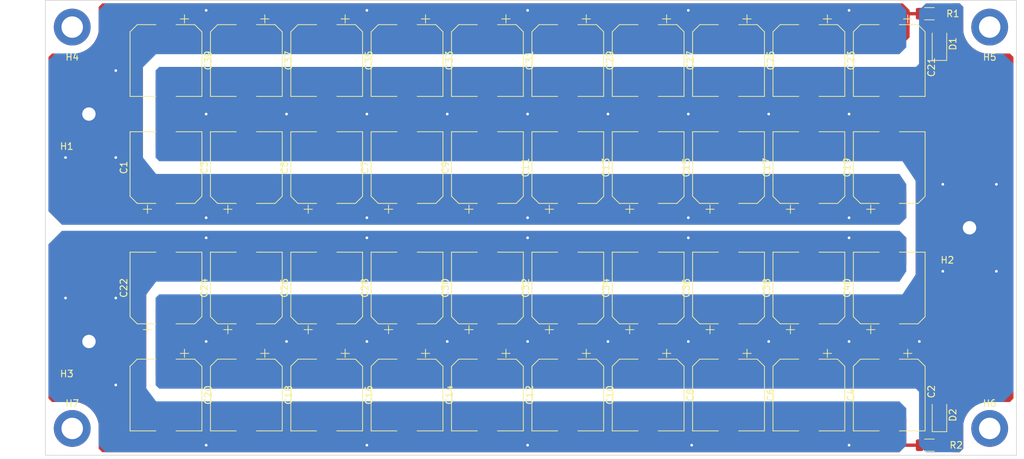
<source format=kicad_pcb>
(kicad_pcb (version 20171130) (host pcbnew "(5.1.9)-1")

  (general
    (thickness 1.6)
    (drawings 49)
    (tracks 110)
    (zones 0)
    (modules 51)
    (nets 6)
  )

  (page A4)
  (layers
    (0 F.Cu signal)
    (31 B.Cu signal)
    (33 F.Adhes user)
    (35 F.Paste user)
    (37 F.SilkS user)
    (38 B.Mask user)
    (39 F.Mask user)
    (40 Dwgs.User user hide)
    (41 Cmts.User user)
    (42 Eco1.User user)
    (43 Eco2.User user)
    (44 Edge.Cuts user)
    (45 Margin user)
    (46 B.CrtYd user)
    (47 F.CrtYd user)
    (49 F.Fab user)
  )

  (setup
    (last_trace_width 0.25)
    (user_trace_width 0.5)
    (trace_clearance 0.2)
    (zone_clearance 0.508)
    (zone_45_only no)
    (trace_min 0.2)
    (via_size 0.8)
    (via_drill 0.4)
    (via_min_size 0.4)
    (via_min_drill 0.3)
    (uvia_size 0.3)
    (uvia_drill 0.1)
    (uvias_allowed no)
    (uvia_min_size 0.2)
    (uvia_min_drill 0.1)
    (edge_width 0.05)
    (segment_width 0.2)
    (pcb_text_width 0.3)
    (pcb_text_size 1.5 1.5)
    (mod_edge_width 0.12)
    (mod_text_size 1 1)
    (mod_text_width 0.15)
    (pad_size 1.524 1.524)
    (pad_drill 0.762)
    (pad_to_mask_clearance 0)
    (aux_axis_origin 0 0)
    (grid_origin 45 134)
    (visible_elements 7FFFFFFF)
    (pcbplotparams
      (layerselection 0x00000_ffffffff)
      (usegerberextensions false)
      (usegerberattributes true)
      (usegerberadvancedattributes true)
      (creategerberjobfile true)
      (excludeedgelayer false)
      (linewidth 0.020000)
      (plotframeref false)
      (viasonmask false)
      (mode 1)
      (useauxorigin false)
      (hpglpennumber 1)
      (hpglpenspeed 20)
      (hpglpendiameter 15.000000)
      (psnegative true)
      (psa4output false)
      (plotreference false)
      (plotvalue false)
      (plotinvisibletext false)
      (padsonsilk false)
      (subtractmaskfromsilk false)
      (outputformat 5)
      (mirror false)
      (drillshape 1)
      (scaleselection 1)
      (outputdirectory "C:/Users/Hugo Boyce/Desktop/"))
  )

  (net 0 "")
  (net 1 "Net-(C1-Pad2)")
  (net 2 "Net-(C1-Pad1)")
  (net 3 "Net-(C10-Pad2)")
  (net 4 "Net-(D1-Pad2)")
  (net 5 "Net-(D2-Pad1)")

  (net_class Default "This is the default net class."
    (clearance 0.2)
    (trace_width 0.25)
    (via_dia 0.8)
    (via_drill 0.4)
    (uvia_dia 0.3)
    (uvia_drill 0.1)
    (add_net "Net-(C1-Pad1)")
    (add_net "Net-(C1-Pad2)")
    (add_net "Net-(C10-Pad2)")
    (add_net "Net-(D1-Pad2)")
    (add_net "Net-(D2-Pad1)")
  )

  (module Resistor_SMD:R_1206_3216Metric (layer F.Cu) (tedit 5F68FEEE) (tstamp 6073F634)
    (at 177 132.5 180)
    (descr "Resistor SMD 1206 (3216 Metric), square (rectangular) end terminal, IPC_7351 nominal, (Body size source: IPC-SM-782 page 72, https://www.pcb-3d.com/wordpress/wp-content/uploads/ipc-sm-782a_amendment_1_and_2.pdf), generated with kicad-footprint-generator")
    (tags resistor)
    (path /607643DE)
    (attr smd)
    (fp_text reference R2 (at -4 0) (layer F.SilkS)
      (effects (font (size 1 1) (thickness 0.15)))
    )
    (fp_text value 4K7 (at 0 1.82) (layer F.Fab)
      (effects (font (size 1 1) (thickness 0.15)))
    )
    (fp_line (start 2.28 1.12) (end -2.28 1.12) (layer F.CrtYd) (width 0.05))
    (fp_line (start 2.28 -1.12) (end 2.28 1.12) (layer F.CrtYd) (width 0.05))
    (fp_line (start -2.28 -1.12) (end 2.28 -1.12) (layer F.CrtYd) (width 0.05))
    (fp_line (start -2.28 1.12) (end -2.28 -1.12) (layer F.CrtYd) (width 0.05))
    (fp_line (start -0.727064 0.91) (end 0.727064 0.91) (layer F.SilkS) (width 0.12))
    (fp_line (start -0.727064 -0.91) (end 0.727064 -0.91) (layer F.SilkS) (width 0.12))
    (fp_line (start 1.6 0.8) (end -1.6 0.8) (layer F.Fab) (width 0.1))
    (fp_line (start 1.6 -0.8) (end 1.6 0.8) (layer F.Fab) (width 0.1))
    (fp_line (start -1.6 -0.8) (end 1.6 -0.8) (layer F.Fab) (width 0.1))
    (fp_line (start -1.6 0.8) (end -1.6 -0.8) (layer F.Fab) (width 0.1))
    (fp_text user %R (at 0 1.5) (layer F.Fab)
      (effects (font (size 0.8 0.8) (thickness 0.12)))
    )
    (pad 2 smd roundrect (at 1.4625 0 180) (size 1.125 1.75) (layers F.Cu F.Paste F.Mask) (roundrect_rratio 0.2222213333333333)
      (net 3 "Net-(C10-Pad2)"))
    (pad 1 smd roundrect (at -1.4625 0 180) (size 1.125 1.75) (layers F.Cu F.Paste F.Mask) (roundrect_rratio 0.2222213333333333)
      (net 5 "Net-(D2-Pad1)"))
    (model ${KISYS3DMOD}/Resistor_SMD.3dshapes/R_1206_3216Metric.wrl
      (at (xyz 0 0 0))
      (scale (xyz 1 1 1))
      (rotate (xyz 0 0 0))
    )
  )

  (module Resistor_SMD:R_1206_3216Metric (layer F.Cu) (tedit 5F68FEEE) (tstamp 6073F46F)
    (at 177 68)
    (descr "Resistor SMD 1206 (3216 Metric), square (rectangular) end terminal, IPC_7351 nominal, (Body size source: IPC-SM-782 page 72, https://www.pcb-3d.com/wordpress/wp-content/uploads/ipc-sm-782a_amendment_1_and_2.pdf), generated with kicad-footprint-generator")
    (tags resistor)
    (path /6075D083)
    (attr smd)
    (fp_text reference R1 (at 3.5 0) (layer F.SilkS)
      (effects (font (size 1 1) (thickness 0.15)))
    )
    (fp_text value 4K7 (at 0 1.82) (layer F.Fab)
      (effects (font (size 1 1) (thickness 0.15)))
    )
    (fp_line (start 2.28 1.12) (end -2.28 1.12) (layer F.CrtYd) (width 0.05))
    (fp_line (start 2.28 -1.12) (end 2.28 1.12) (layer F.CrtYd) (width 0.05))
    (fp_line (start -2.28 -1.12) (end 2.28 -1.12) (layer F.CrtYd) (width 0.05))
    (fp_line (start -2.28 1.12) (end -2.28 -1.12) (layer F.CrtYd) (width 0.05))
    (fp_line (start -0.727064 0.91) (end 0.727064 0.91) (layer F.SilkS) (width 0.12))
    (fp_line (start -0.727064 -0.91) (end 0.727064 -0.91) (layer F.SilkS) (width 0.12))
    (fp_line (start 1.6 0.8) (end -1.6 0.8) (layer F.Fab) (width 0.1))
    (fp_line (start 1.6 -0.8) (end 1.6 0.8) (layer F.Fab) (width 0.1))
    (fp_line (start -1.6 -0.8) (end 1.6 -0.8) (layer F.Fab) (width 0.1))
    (fp_line (start -1.6 0.8) (end -1.6 -0.8) (layer F.Fab) (width 0.1))
    (fp_text user %R (at 0 0) (layer F.Fab)
      (effects (font (size 0.8 0.8) (thickness 0.12)))
    )
    (pad 2 smd roundrect (at 1.4625 0) (size 1.125 1.75) (layers F.Cu F.Paste F.Mask) (roundrect_rratio 0.2222213333333333)
      (net 4 "Net-(D1-Pad2)"))
    (pad 1 smd roundrect (at -1.4625 0) (size 1.125 1.75) (layers F.Cu F.Paste F.Mask) (roundrect_rratio 0.2222213333333333)
      (net 2 "Net-(C1-Pad1)"))
    (model ${KISYS3DMOD}/Resistor_SMD.3dshapes/R_1206_3216Metric.wrl
      (at (xyz 0 0 0))
      (scale (xyz 1 1 1))
      (rotate (xyz 0 0 0))
    )
  )

  (module LED_SMD:LED_1206_3216Metric_Castellated (layer F.Cu) (tedit 5F68FEF1) (tstamp 6073F43B)
    (at 178.5 128 90)
    (descr "LED SMD 1206 (3216 Metric), castellated end terminal, IPC_7351 nominal, (Body size source: http://www.tortai-tech.com/upload/download/2011102023233369053.pdf), generated with kicad-footprint-generator")
    (tags "LED castellated")
    (path /607986ED)
    (attr smd)
    (fp_text reference D2 (at 0 2 90) (layer F.SilkS)
      (effects (font (size 1 1) (thickness 0.15)))
    )
    (fp_text value LED (at 0 1.78 90) (layer F.Fab)
      (effects (font (size 1 1) (thickness 0.15)))
    )
    (fp_line (start 2.48 1.08) (end -2.48 1.08) (layer F.CrtYd) (width 0.05))
    (fp_line (start 2.48 -1.08) (end 2.48 1.08) (layer F.CrtYd) (width 0.05))
    (fp_line (start -2.48 -1.08) (end 2.48 -1.08) (layer F.CrtYd) (width 0.05))
    (fp_line (start -2.48 1.08) (end -2.48 -1.08) (layer F.CrtYd) (width 0.05))
    (fp_line (start -2.485 1.085) (end 1.6 1.085) (layer F.SilkS) (width 0.12))
    (fp_line (start -2.485 -1.085) (end -2.485 1.085) (layer F.SilkS) (width 0.12))
    (fp_line (start 1.6 -1.085) (end -2.485 -1.085) (layer F.SilkS) (width 0.12))
    (fp_line (start 1.6 0.8) (end 1.6 -0.8) (layer F.Fab) (width 0.1))
    (fp_line (start -1.6 0.8) (end 1.6 0.8) (layer F.Fab) (width 0.1))
    (fp_line (start -1.6 -0.4) (end -1.6 0.8) (layer F.Fab) (width 0.1))
    (fp_line (start -1.2 -0.8) (end -1.6 -0.4) (layer F.Fab) (width 0.1))
    (fp_line (start 1.6 -0.8) (end -1.2 -0.8) (layer F.Fab) (width 0.1))
    (fp_text user %R (at -0.49 2.68 90) (layer F.Fab)
      (effects (font (size 0.8 0.8) (thickness 0.12)))
    )
    (pad 2 smd roundrect (at 1.425 0 90) (size 1.6 1.65) (layers F.Cu F.Paste F.Mask) (roundrect_rratio 0.15625)
      (net 1 "Net-(C1-Pad2)"))
    (pad 1 smd roundrect (at -1.425 0 90) (size 1.6 1.65) (layers F.Cu F.Paste F.Mask) (roundrect_rratio 0.15625)
      (net 5 "Net-(D2-Pad1)"))
    (model ${KISYS3DMOD}/LED_SMD.3dshapes/LED_1206_3216Metric_Castellated.wrl
      (at (xyz 0 0 0))
      (scale (xyz 1 1 1))
      (rotate (xyz 0 0 0))
    )
  )

  (module LED_SMD:LED_1206_3216Metric_Castellated (layer F.Cu) (tedit 5F68FEF1) (tstamp 6073F600)
    (at 178.5 72.5 90)
    (descr "LED SMD 1206 (3216 Metric), castellated end terminal, IPC_7351 nominal, (Body size source: http://www.tortai-tech.com/upload/download/2011102023233369053.pdf), generated with kicad-footprint-generator")
    (tags "LED castellated")
    (path /6076A0C3)
    (attr smd)
    (fp_text reference D1 (at 0 2 90) (layer F.SilkS)
      (effects (font (size 1 1) (thickness 0.15)))
    )
    (fp_text value LED (at 0 1.78 90) (layer F.Fab)
      (effects (font (size 1 1) (thickness 0.15)))
    )
    (fp_line (start 2.48 1.08) (end -2.48 1.08) (layer F.CrtYd) (width 0.05))
    (fp_line (start 2.48 -1.08) (end 2.48 1.08) (layer F.CrtYd) (width 0.05))
    (fp_line (start -2.48 -1.08) (end 2.48 -1.08) (layer F.CrtYd) (width 0.05))
    (fp_line (start -2.48 1.08) (end -2.48 -1.08) (layer F.CrtYd) (width 0.05))
    (fp_line (start -2.485 1.085) (end 1.6 1.085) (layer F.SilkS) (width 0.12))
    (fp_line (start -2.485 -1.085) (end -2.485 1.085) (layer F.SilkS) (width 0.12))
    (fp_line (start 1.6 -1.085) (end -2.485 -1.085) (layer F.SilkS) (width 0.12))
    (fp_line (start 1.6 0.8) (end 1.6 -0.8) (layer F.Fab) (width 0.1))
    (fp_line (start -1.6 0.8) (end 1.6 0.8) (layer F.Fab) (width 0.1))
    (fp_line (start -1.6 -0.4) (end -1.6 0.8) (layer F.Fab) (width 0.1))
    (fp_line (start -1.2 -0.8) (end -1.6 -0.4) (layer F.Fab) (width 0.1))
    (fp_line (start 1.6 -0.8) (end -1.2 -0.8) (layer F.Fab) (width 0.1))
    (fp_text user %R (at 0 0 90) (layer F.Fab)
      (effects (font (size 0.8 0.8) (thickness 0.12)))
    )
    (pad 2 smd roundrect (at 1.425 0 90) (size 1.6 1.65) (layers F.Cu F.Paste F.Mask) (roundrect_rratio 0.15625)
      (net 4 "Net-(D1-Pad2)"))
    (pad 1 smd roundrect (at -1.425 0 90) (size 1.6 1.65) (layers F.Cu F.Paste F.Mask) (roundrect_rratio 0.15625)
      (net 1 "Net-(C1-Pad2)"))
    (model ${KISYS3DMOD}/LED_SMD.3dshapes/LED_1206_3216Metric_Castellated.wrl
      (at (xyz 0 0 0))
      (scale (xyz 1 1 1))
      (rotate (xyz 0 0 0))
    )
  )

  (module MountingHole:MountingHole_3.2mm_M3_ISO14580_Pad (layer F.Cu) (tedit 56D1B4CB) (tstamp 6072D0C3)
    (at 49 130)
    (descr "Mounting Hole 3.2mm, M3, ISO14580")
    (tags "mounting hole 3.2mm m3 iso14580")
    (path /607EE387)
    (attr virtual)
    (fp_text reference H7 (at 0 -3.75) (layer F.SilkS)
      (effects (font (size 1 1) (thickness 0.15)))
    )
    (fp_text value MountingHole (at 0 3.75) (layer F.Fab)
      (effects (font (size 1 1) (thickness 0.15)))
    )
    (fp_circle (center 0 0) (end 2.75 0) (layer Cmts.User) (width 0.15))
    (fp_circle (center 0 0) (end 3 0) (layer F.CrtYd) (width 0.05))
    (fp_text user %R (at 0.3 0) (layer F.Fab)
      (effects (font (size 1 1) (thickness 0.15)))
    )
    (pad 1 thru_hole circle (at 0 0) (size 5.5 5.5) (drill 3.2) (layers *.Cu *.Mask))
  )

  (module MountingHole:MountingHole_3.2mm_M3_ISO14580_Pad (layer F.Cu) (tedit 56D1B4CB) (tstamp 6073E74A)
    (at 186 130)
    (descr "Mounting Hole 3.2mm, M3, ISO14580")
    (tags "mounting hole 3.2mm m3 iso14580")
    (path /607EE381)
    (attr virtual)
    (fp_text reference H6 (at 0 -3.75) (layer F.SilkS)
      (effects (font (size 1 1) (thickness 0.15)))
    )
    (fp_text value MountingHole (at 0 3.75) (layer F.Fab)
      (effects (font (size 1 1) (thickness 0.15)))
    )
    (fp_circle (center 0 0) (end 2.75 0) (layer Cmts.User) (width 0.15))
    (fp_circle (center 0 0) (end 3 0) (layer F.CrtYd) (width 0.05))
    (fp_text user %R (at 0.3 0) (layer F.Fab)
      (effects (font (size 1 1) (thickness 0.15)))
    )
    (pad 1 thru_hole circle (at 0 0) (size 5.5 5.5) (drill 3.2) (layers *.Cu *.Mask))
  )

  (module MountingHole:MountingHole_3.2mm_M3_ISO14580_Pad (layer F.Cu) (tedit 56D1B4CB) (tstamp 6072D0B3)
    (at 186 70)
    (descr "Mounting Hole 3.2mm, M3, ISO14580")
    (tags "mounting hole 3.2mm m3 iso14580")
    (path /607E8608)
    (attr virtual)
    (fp_text reference H5 (at 0 4.5) (layer F.SilkS)
      (effects (font (size 1 1) (thickness 0.15)))
    )
    (fp_text value MountingHole (at 0 3.75) (layer F.Fab)
      (effects (font (size 1 1) (thickness 0.15)))
    )
    (fp_circle (center 0 0) (end 2.75 0) (layer Cmts.User) (width 0.15))
    (fp_circle (center 0 0) (end 3 0) (layer F.CrtYd) (width 0.05))
    (fp_text user %R (at 0.3 0) (layer F.Fab)
      (effects (font (size 1 1) (thickness 0.15)))
    )
    (pad 1 thru_hole circle (at 0 0) (size 5.5 5.5) (drill 3.2) (layers *.Cu *.Mask))
  )

  (module MountingHole:MountingHole_3.2mm_M3_ISO14580_Pad (layer F.Cu) (tedit 56D1B4CB) (tstamp 6072D0AB)
    (at 49 70)
    (descr "Mounting Hole 3.2mm, M3, ISO14580")
    (tags "mounting hole 3.2mm m3 iso14580")
    (path /607D0791)
    (attr virtual)
    (fp_text reference H4 (at 0 4.5) (layer F.SilkS)
      (effects (font (size 1 1) (thickness 0.15)))
    )
    (fp_text value MountingHole (at 0 3.75) (layer F.Fab)
      (effects (font (size 1 1) (thickness 0.15)))
    )
    (fp_circle (center 0 0) (end 2.75 0) (layer Cmts.User) (width 0.15))
    (fp_circle (center 0 0) (end 3 0) (layer F.CrtYd) (width 0.05))
    (fp_text user %R (at 0.3 0) (layer F.Fab)
      (effects (font (size 1 1) (thickness 0.15)))
    )
    (pad 1 thru_hole circle (at 0 0) (size 5.5 5.5) (drill 3.2) (layers *.Cu *.Mask))
  )

  (module Bidirectional_Active_Rectifier:SMD_REDCUBE_M4 (layer F.Cu) (tedit 607268B9) (tstamp 6073F658)
    (at 51.51 117)
    (path /60816F45)
    (fp_text reference H3 (at -3.32 4.83) (layer F.SilkS)
      (effects (font (size 1 1) (thickness 0.15)))
    )
    (fp_text value MountingHole_Pad (at -6.36 -6.35) (layer F.Fab)
      (effects (font (size 1 1) (thickness 0.15)))
    )
    (pad 1 thru_hole circle (at -0.01 0) (size 8 8) (drill 2) (layers *.Cu *.Mask)
      (net 3 "Net-(C10-Pad2)"))
  )

  (module Bidirectional_Active_Rectifier:SMD_REDCUBE_M4 (layer F.Cu) (tedit 607268B9) (tstamp 60740759)
    (at 183 100)
    (path /60811C4C)
    (fp_text reference H2 (at -3.32 4.83) (layer F.SilkS)
      (effects (font (size 1 1) (thickness 0.15)))
    )
    (fp_text value MountingHole_Pad (at -4.39 -5.73) (layer F.Fab)
      (effects (font (size 1 1) (thickness 0.15)))
    )
    (pad 1 thru_hole circle (at -0.01 0) (size 8 8) (drill 2) (layers *.Cu *.Mask)
      (net 1 "Net-(C1-Pad2)"))
  )

  (module Bidirectional_Active_Rectifier:SMD_REDCUBE_M4 (layer F.Cu) (tedit 607268B9) (tstamp 6074074D)
    (at 51.5 83)
    (path /607F9D64)
    (fp_text reference H1 (at -3.32 4.83) (layer F.SilkS)
      (effects (font (size 1 1) (thickness 0.15)))
    )
    (fp_text value MountingHole_Pad (at -4.39 -5.73) (layer F.Fab)
      (effects (font (size 1 1) (thickness 0.15)))
    )
    (pad 1 thru_hole circle (at -0.01 0) (size 8 8) (drill 2) (layers *.Cu *.Mask)
      (net 2 "Net-(C1-Pad1)"))
  )

  (module Capacitor_SMD:CP_Elec_10x10.5 (layer F.Cu) (tedit 5BCA39D1) (tstamp 607406FB)
    (at 171 109 90)
    (descr "SMD capacitor, aluminum electrolytic, Vishay 1010, 10.0x10.5mm, http://www.vishay.com/docs/28395/150crz.pdf")
    (tags "capacitor electrolytic")
    (path /60747F04)
    (attr smd)
    (fp_text reference C40 (at 0 -6.3 90) (layer F.SilkS)
      (effects (font (size 1 1) (thickness 0.15)))
    )
    (fp_text value "470 uF" (at 0 6.3 90) (layer F.Fab)
      (effects (font (size 1 1) (thickness 0.15)))
    )
    (fp_circle (center 0 0) (end 5 0) (layer F.Fab) (width 0.1))
    (fp_line (start 5.25 -5.25) (end 5.25 5.25) (layer F.Fab) (width 0.1))
    (fp_line (start -4.25 -5.25) (end 5.25 -5.25) (layer F.Fab) (width 0.1))
    (fp_line (start -4.25 5.25) (end 5.25 5.25) (layer F.Fab) (width 0.1))
    (fp_line (start -5.25 -4.25) (end -5.25 4.25) (layer F.Fab) (width 0.1))
    (fp_line (start -5.25 -4.25) (end -4.25 -5.25) (layer F.Fab) (width 0.1))
    (fp_line (start -5.25 4.25) (end -4.25 5.25) (layer F.Fab) (width 0.1))
    (fp_line (start -4.558325 -1.7) (end -3.558325 -1.7) (layer F.Fab) (width 0.1))
    (fp_line (start -4.058325 -2.2) (end -4.058325 -1.2) (layer F.Fab) (width 0.1))
    (fp_line (start 5.36 5.36) (end 5.36 1.51) (layer F.SilkS) (width 0.12))
    (fp_line (start 5.36 -5.36) (end 5.36 -1.51) (layer F.SilkS) (width 0.12))
    (fp_line (start -4.295563 -5.36) (end 5.36 -5.36) (layer F.SilkS) (width 0.12))
    (fp_line (start -4.295563 5.36) (end 5.36 5.36) (layer F.SilkS) (width 0.12))
    (fp_line (start -5.36 4.295563) (end -5.36 1.51) (layer F.SilkS) (width 0.12))
    (fp_line (start -5.36 -4.295563) (end -5.36 -1.51) (layer F.SilkS) (width 0.12))
    (fp_line (start -5.36 -4.295563) (end -4.295563 -5.36) (layer F.SilkS) (width 0.12))
    (fp_line (start -5.36 4.295563) (end -4.295563 5.36) (layer F.SilkS) (width 0.12))
    (fp_line (start -6.85 -2.76) (end -5.6 -2.76) (layer F.SilkS) (width 0.12))
    (fp_line (start -6.225 -3.385) (end -6.225 -2.135) (layer F.SilkS) (width 0.12))
    (fp_line (start 5.5 -5.5) (end 5.5 -1.5) (layer F.CrtYd) (width 0.05))
    (fp_line (start 5.5 -1.5) (end 6.65 -1.5) (layer F.CrtYd) (width 0.05))
    (fp_line (start 6.65 -1.5) (end 6.65 1.5) (layer F.CrtYd) (width 0.05))
    (fp_line (start 6.65 1.5) (end 5.5 1.5) (layer F.CrtYd) (width 0.05))
    (fp_line (start 5.5 1.5) (end 5.5 5.5) (layer F.CrtYd) (width 0.05))
    (fp_line (start -4.35 5.5) (end 5.5 5.5) (layer F.CrtYd) (width 0.05))
    (fp_line (start -4.35 -5.5) (end 5.5 -5.5) (layer F.CrtYd) (width 0.05))
    (fp_line (start -5.5 4.35) (end -4.35 5.5) (layer F.CrtYd) (width 0.05))
    (fp_line (start -5.5 -4.35) (end -4.35 -5.5) (layer F.CrtYd) (width 0.05))
    (fp_line (start -5.5 -4.35) (end -5.5 -1.5) (layer F.CrtYd) (width 0.05))
    (fp_line (start -5.5 1.5) (end -5.5 4.35) (layer F.CrtYd) (width 0.05))
    (fp_line (start -5.5 -1.5) (end -6.65 -1.5) (layer F.CrtYd) (width 0.05))
    (fp_line (start -6.65 -1.5) (end -6.65 1.5) (layer F.CrtYd) (width 0.05))
    (fp_line (start -6.65 1.5) (end -5.5 1.5) (layer F.CrtYd) (width 0.05))
    (fp_text user %R (at 0 0 90) (layer F.Fab)
      (effects (font (size 1 1) (thickness 0.15)))
    )
    (pad 2 smd roundrect (at 4.2 0 90) (size 4.4 2.5) (layers F.Cu F.Paste F.Mask) (roundrect_rratio 0.1)
      (net 3 "Net-(C10-Pad2)"))
    (pad 1 smd roundrect (at -4.2 0 90) (size 4.4 2.5) (layers F.Cu F.Paste F.Mask) (roundrect_rratio 0.1)
      (net 1 "Net-(C1-Pad2)"))
    (model ${KISYS3DMOD}/Capacitor_SMD.3dshapes/CP_Elec_10x10.5.wrl
      (at (xyz 0 0 0))
      (scale (xyz 1 1 1))
      (rotate (xyz 0 0 0))
    )
  )

  (module Capacitor_SMD:CP_Elec_10x10.5 (layer F.Cu) (tedit 5BCA39D1) (tstamp 6073F85B)
    (at 63 75 270)
    (descr "SMD capacitor, aluminum electrolytic, Vishay 1010, 10.0x10.5mm, http://www.vishay.com/docs/28395/150crz.pdf")
    (tags "capacitor electrolytic")
    (path /60741C4C)
    (attr smd)
    (fp_text reference C39 (at 0 -6.3 90) (layer F.SilkS)
      (effects (font (size 1 1) (thickness 0.15)))
    )
    (fp_text value "470 uF" (at 0 6.3 90) (layer F.Fab)
      (effects (font (size 1 1) (thickness 0.15)))
    )
    (fp_circle (center 0 0) (end 5 0) (layer F.Fab) (width 0.1))
    (fp_line (start 5.25 -5.25) (end 5.25 5.25) (layer F.Fab) (width 0.1))
    (fp_line (start -4.25 -5.25) (end 5.25 -5.25) (layer F.Fab) (width 0.1))
    (fp_line (start -4.25 5.25) (end 5.25 5.25) (layer F.Fab) (width 0.1))
    (fp_line (start -5.25 -4.25) (end -5.25 4.25) (layer F.Fab) (width 0.1))
    (fp_line (start -5.25 -4.25) (end -4.25 -5.25) (layer F.Fab) (width 0.1))
    (fp_line (start -5.25 4.25) (end -4.25 5.25) (layer F.Fab) (width 0.1))
    (fp_line (start -4.558325 -1.7) (end -3.558325 -1.7) (layer F.Fab) (width 0.1))
    (fp_line (start -4.058325 -2.2) (end -4.058325 -1.2) (layer F.Fab) (width 0.1))
    (fp_line (start 5.36 5.36) (end 5.36 1.51) (layer F.SilkS) (width 0.12))
    (fp_line (start 5.36 -5.36) (end 5.36 -1.51) (layer F.SilkS) (width 0.12))
    (fp_line (start -4.295563 -5.36) (end 5.36 -5.36) (layer F.SilkS) (width 0.12))
    (fp_line (start -4.295563 5.36) (end 5.36 5.36) (layer F.SilkS) (width 0.12))
    (fp_line (start -5.36 4.295563) (end -5.36 1.51) (layer F.SilkS) (width 0.12))
    (fp_line (start -5.36 -4.295563) (end -5.36 -1.51) (layer F.SilkS) (width 0.12))
    (fp_line (start -5.36 -4.295563) (end -4.295563 -5.36) (layer F.SilkS) (width 0.12))
    (fp_line (start -5.36 4.295563) (end -4.295563 5.36) (layer F.SilkS) (width 0.12))
    (fp_line (start -6.85 -2.76) (end -5.6 -2.76) (layer F.SilkS) (width 0.12))
    (fp_line (start -6.225 -3.385) (end -6.225 -2.135) (layer F.SilkS) (width 0.12))
    (fp_line (start 5.5 -5.5) (end 5.5 -1.5) (layer F.CrtYd) (width 0.05))
    (fp_line (start 5.5 -1.5) (end 6.65 -1.5) (layer F.CrtYd) (width 0.05))
    (fp_line (start 6.65 -1.5) (end 6.65 1.5) (layer F.CrtYd) (width 0.05))
    (fp_line (start 6.65 1.5) (end 5.5 1.5) (layer F.CrtYd) (width 0.05))
    (fp_line (start 5.5 1.5) (end 5.5 5.5) (layer F.CrtYd) (width 0.05))
    (fp_line (start -4.35 5.5) (end 5.5 5.5) (layer F.CrtYd) (width 0.05))
    (fp_line (start -4.35 -5.5) (end 5.5 -5.5) (layer F.CrtYd) (width 0.05))
    (fp_line (start -5.5 4.35) (end -4.35 5.5) (layer F.CrtYd) (width 0.05))
    (fp_line (start -5.5 -4.35) (end -4.35 -5.5) (layer F.CrtYd) (width 0.05))
    (fp_line (start -5.5 -4.35) (end -5.5 -1.5) (layer F.CrtYd) (width 0.05))
    (fp_line (start -5.5 1.5) (end -5.5 4.35) (layer F.CrtYd) (width 0.05))
    (fp_line (start -5.5 -1.5) (end -6.65 -1.5) (layer F.CrtYd) (width 0.05))
    (fp_line (start -6.65 -1.5) (end -6.65 1.5) (layer F.CrtYd) (width 0.05))
    (fp_line (start -6.65 1.5) (end -5.5 1.5) (layer F.CrtYd) (width 0.05))
    (fp_text user %R (at 0 0 90) (layer F.Fab)
      (effects (font (size 1 1) (thickness 0.15)))
    )
    (pad 2 smd roundrect (at 4.2 0 270) (size 4.4 2.5) (layers F.Cu F.Paste F.Mask) (roundrect_rratio 0.1)
      (net 1 "Net-(C1-Pad2)"))
    (pad 1 smd roundrect (at -4.2 0 270) (size 4.4 2.5) (layers F.Cu F.Paste F.Mask) (roundrect_rratio 0.1)
      (net 2 "Net-(C1-Pad1)"))
    (model ${KISYS3DMOD}/Capacitor_SMD.3dshapes/CP_Elec_10x10.5.wrl
      (at (xyz 0 0 0))
      (scale (xyz 1 1 1))
      (rotate (xyz 0 0 0))
    )
  )

  (module Capacitor_SMD:CP_Elec_10x10.5 (layer F.Cu) (tedit 5BCA39D1) (tstamp 60740269)
    (at 159 109 90)
    (descr "SMD capacitor, aluminum electrolytic, Vishay 1010, 10.0x10.5mm, http://www.vishay.com/docs/28395/150crz.pdf")
    (tags "capacitor electrolytic")
    (path /60747EFD)
    (attr smd)
    (fp_text reference C38 (at 0 -6.3 90) (layer F.SilkS)
      (effects (font (size 1 1) (thickness 0.15)))
    )
    (fp_text value "470 uF" (at 0 6.3 90) (layer F.Fab)
      (effects (font (size 1 1) (thickness 0.15)))
    )
    (fp_circle (center 0 0) (end 5 0) (layer F.Fab) (width 0.1))
    (fp_line (start 5.25 -5.25) (end 5.25 5.25) (layer F.Fab) (width 0.1))
    (fp_line (start -4.25 -5.25) (end 5.25 -5.25) (layer F.Fab) (width 0.1))
    (fp_line (start -4.25 5.25) (end 5.25 5.25) (layer F.Fab) (width 0.1))
    (fp_line (start -5.25 -4.25) (end -5.25 4.25) (layer F.Fab) (width 0.1))
    (fp_line (start -5.25 -4.25) (end -4.25 -5.25) (layer F.Fab) (width 0.1))
    (fp_line (start -5.25 4.25) (end -4.25 5.25) (layer F.Fab) (width 0.1))
    (fp_line (start -4.558325 -1.7) (end -3.558325 -1.7) (layer F.Fab) (width 0.1))
    (fp_line (start -4.058325 -2.2) (end -4.058325 -1.2) (layer F.Fab) (width 0.1))
    (fp_line (start 5.36 5.36) (end 5.36 1.51) (layer F.SilkS) (width 0.12))
    (fp_line (start 5.36 -5.36) (end 5.36 -1.51) (layer F.SilkS) (width 0.12))
    (fp_line (start -4.295563 -5.36) (end 5.36 -5.36) (layer F.SilkS) (width 0.12))
    (fp_line (start -4.295563 5.36) (end 5.36 5.36) (layer F.SilkS) (width 0.12))
    (fp_line (start -5.36 4.295563) (end -5.36 1.51) (layer F.SilkS) (width 0.12))
    (fp_line (start -5.36 -4.295563) (end -5.36 -1.51) (layer F.SilkS) (width 0.12))
    (fp_line (start -5.36 -4.295563) (end -4.295563 -5.36) (layer F.SilkS) (width 0.12))
    (fp_line (start -5.36 4.295563) (end -4.295563 5.36) (layer F.SilkS) (width 0.12))
    (fp_line (start -6.85 -2.76) (end -5.6 -2.76) (layer F.SilkS) (width 0.12))
    (fp_line (start -6.225 -3.385) (end -6.225 -2.135) (layer F.SilkS) (width 0.12))
    (fp_line (start 5.5 -5.5) (end 5.5 -1.5) (layer F.CrtYd) (width 0.05))
    (fp_line (start 5.5 -1.5) (end 6.65 -1.5) (layer F.CrtYd) (width 0.05))
    (fp_line (start 6.65 -1.5) (end 6.65 1.5) (layer F.CrtYd) (width 0.05))
    (fp_line (start 6.65 1.5) (end 5.5 1.5) (layer F.CrtYd) (width 0.05))
    (fp_line (start 5.5 1.5) (end 5.5 5.5) (layer F.CrtYd) (width 0.05))
    (fp_line (start -4.35 5.5) (end 5.5 5.5) (layer F.CrtYd) (width 0.05))
    (fp_line (start -4.35 -5.5) (end 5.5 -5.5) (layer F.CrtYd) (width 0.05))
    (fp_line (start -5.5 4.35) (end -4.35 5.5) (layer F.CrtYd) (width 0.05))
    (fp_line (start -5.5 -4.35) (end -4.35 -5.5) (layer F.CrtYd) (width 0.05))
    (fp_line (start -5.5 -4.35) (end -5.5 -1.5) (layer F.CrtYd) (width 0.05))
    (fp_line (start -5.5 1.5) (end -5.5 4.35) (layer F.CrtYd) (width 0.05))
    (fp_line (start -5.5 -1.5) (end -6.65 -1.5) (layer F.CrtYd) (width 0.05))
    (fp_line (start -6.65 -1.5) (end -6.65 1.5) (layer F.CrtYd) (width 0.05))
    (fp_line (start -6.65 1.5) (end -5.5 1.5) (layer F.CrtYd) (width 0.05))
    (fp_text user %R (at 0 0 90) (layer F.Fab)
      (effects (font (size 1 1) (thickness 0.15)))
    )
    (pad 2 smd roundrect (at 4.2 0 90) (size 4.4 2.5) (layers F.Cu F.Paste F.Mask) (roundrect_rratio 0.1)
      (net 3 "Net-(C10-Pad2)"))
    (pad 1 smd roundrect (at -4.2 0 90) (size 4.4 2.5) (layers F.Cu F.Paste F.Mask) (roundrect_rratio 0.1)
      (net 1 "Net-(C1-Pad2)"))
    (model ${KISYS3DMOD}/Capacitor_SMD.3dshapes/CP_Elec_10x10.5.wrl
      (at (xyz 0 0 0))
      (scale (xyz 1 1 1))
      (rotate (xyz 0 0 0))
    )
  )

  (module Capacitor_SMD:CP_Elec_10x10.5 (layer F.Cu) (tedit 5BCA39D1) (tstamp 60743193)
    (at 75 75 270)
    (descr "SMD capacitor, aluminum electrolytic, Vishay 1010, 10.0x10.5mm, http://www.vishay.com/docs/28395/150crz.pdf")
    (tags "capacitor electrolytic")
    (path /60741C45)
    (attr smd)
    (fp_text reference C37 (at 0 -6.3 90) (layer F.SilkS)
      (effects (font (size 1 1) (thickness 0.15)))
    )
    (fp_text value "470 uF" (at 0 6.3 90) (layer F.Fab)
      (effects (font (size 1 1) (thickness 0.15)))
    )
    (fp_circle (center 0 0) (end 5 0) (layer F.Fab) (width 0.1))
    (fp_line (start 5.25 -5.25) (end 5.25 5.25) (layer F.Fab) (width 0.1))
    (fp_line (start -4.25 -5.25) (end 5.25 -5.25) (layer F.Fab) (width 0.1))
    (fp_line (start -4.25 5.25) (end 5.25 5.25) (layer F.Fab) (width 0.1))
    (fp_line (start -5.25 -4.25) (end -5.25 4.25) (layer F.Fab) (width 0.1))
    (fp_line (start -5.25 -4.25) (end -4.25 -5.25) (layer F.Fab) (width 0.1))
    (fp_line (start -5.25 4.25) (end -4.25 5.25) (layer F.Fab) (width 0.1))
    (fp_line (start -4.558325 -1.7) (end -3.558325 -1.7) (layer F.Fab) (width 0.1))
    (fp_line (start -4.058325 -2.2) (end -4.058325 -1.2) (layer F.Fab) (width 0.1))
    (fp_line (start 5.36 5.36) (end 5.36 1.51) (layer F.SilkS) (width 0.12))
    (fp_line (start 5.36 -5.36) (end 5.36 -1.51) (layer F.SilkS) (width 0.12))
    (fp_line (start -4.295563 -5.36) (end 5.36 -5.36) (layer F.SilkS) (width 0.12))
    (fp_line (start -4.295563 5.36) (end 5.36 5.36) (layer F.SilkS) (width 0.12))
    (fp_line (start -5.36 4.295563) (end -5.36 1.51) (layer F.SilkS) (width 0.12))
    (fp_line (start -5.36 -4.295563) (end -5.36 -1.51) (layer F.SilkS) (width 0.12))
    (fp_line (start -5.36 -4.295563) (end -4.295563 -5.36) (layer F.SilkS) (width 0.12))
    (fp_line (start -5.36 4.295563) (end -4.295563 5.36) (layer F.SilkS) (width 0.12))
    (fp_line (start -6.85 -2.76) (end -5.6 -2.76) (layer F.SilkS) (width 0.12))
    (fp_line (start -6.225 -3.385) (end -6.225 -2.135) (layer F.SilkS) (width 0.12))
    (fp_line (start 5.5 -5.5) (end 5.5 -1.5) (layer F.CrtYd) (width 0.05))
    (fp_line (start 5.5 -1.5) (end 6.65 -1.5) (layer F.CrtYd) (width 0.05))
    (fp_line (start 6.65 -1.5) (end 6.65 1.5) (layer F.CrtYd) (width 0.05))
    (fp_line (start 6.65 1.5) (end 5.5 1.5) (layer F.CrtYd) (width 0.05))
    (fp_line (start 5.5 1.5) (end 5.5 5.5) (layer F.CrtYd) (width 0.05))
    (fp_line (start -4.35 5.5) (end 5.5 5.5) (layer F.CrtYd) (width 0.05))
    (fp_line (start -4.35 -5.5) (end 5.5 -5.5) (layer F.CrtYd) (width 0.05))
    (fp_line (start -5.5 4.35) (end -4.35 5.5) (layer F.CrtYd) (width 0.05))
    (fp_line (start -5.5 -4.35) (end -4.35 -5.5) (layer F.CrtYd) (width 0.05))
    (fp_line (start -5.5 -4.35) (end -5.5 -1.5) (layer F.CrtYd) (width 0.05))
    (fp_line (start -5.5 1.5) (end -5.5 4.35) (layer F.CrtYd) (width 0.05))
    (fp_line (start -5.5 -1.5) (end -6.65 -1.5) (layer F.CrtYd) (width 0.05))
    (fp_line (start -6.65 -1.5) (end -6.65 1.5) (layer F.CrtYd) (width 0.05))
    (fp_line (start -6.65 1.5) (end -5.5 1.5) (layer F.CrtYd) (width 0.05))
    (fp_text user %R (at 0 0 90) (layer F.Fab)
      (effects (font (size 1 1) (thickness 0.15)))
    )
    (pad 2 smd roundrect (at 4.2 0 270) (size 4.4 2.5) (layers F.Cu F.Paste F.Mask) (roundrect_rratio 0.1)
      (net 1 "Net-(C1-Pad2)"))
    (pad 1 smd roundrect (at -4.2 0 270) (size 4.4 2.5) (layers F.Cu F.Paste F.Mask) (roundrect_rratio 0.1)
      (net 2 "Net-(C1-Pad1)"))
    (model ${KISYS3DMOD}/Capacitor_SMD.3dshapes/CP_Elec_10x10.5.wrl
      (at (xyz 0 0 0))
      (scale (xyz 1 1 1))
      (rotate (xyz 0 0 0))
    )
  )

  (module Capacitor_SMD:CP_Elec_10x10.5 (layer F.Cu) (tedit 5BCA39D1) (tstamp 607401F4)
    (at 147 109 90)
    (descr "SMD capacitor, aluminum electrolytic, Vishay 1010, 10.0x10.5mm, http://www.vishay.com/docs/28395/150crz.pdf")
    (tags "capacitor electrolytic")
    (path /60747EF6)
    (attr smd)
    (fp_text reference C36 (at 0 -6.3 90) (layer F.SilkS)
      (effects (font (size 1 1) (thickness 0.15)))
    )
    (fp_text value "470 uF" (at 0 6.3 90) (layer F.Fab)
      (effects (font (size 1 1) (thickness 0.15)))
    )
    (fp_circle (center 0 0) (end 5 0) (layer F.Fab) (width 0.1))
    (fp_line (start 5.25 -5.25) (end 5.25 5.25) (layer F.Fab) (width 0.1))
    (fp_line (start -4.25 -5.25) (end 5.25 -5.25) (layer F.Fab) (width 0.1))
    (fp_line (start -4.25 5.25) (end 5.25 5.25) (layer F.Fab) (width 0.1))
    (fp_line (start -5.25 -4.25) (end -5.25 4.25) (layer F.Fab) (width 0.1))
    (fp_line (start -5.25 -4.25) (end -4.25 -5.25) (layer F.Fab) (width 0.1))
    (fp_line (start -5.25 4.25) (end -4.25 5.25) (layer F.Fab) (width 0.1))
    (fp_line (start -4.558325 -1.7) (end -3.558325 -1.7) (layer F.Fab) (width 0.1))
    (fp_line (start -4.058325 -2.2) (end -4.058325 -1.2) (layer F.Fab) (width 0.1))
    (fp_line (start 5.36 5.36) (end 5.36 1.51) (layer F.SilkS) (width 0.12))
    (fp_line (start 5.36 -5.36) (end 5.36 -1.51) (layer F.SilkS) (width 0.12))
    (fp_line (start -4.295563 -5.36) (end 5.36 -5.36) (layer F.SilkS) (width 0.12))
    (fp_line (start -4.295563 5.36) (end 5.36 5.36) (layer F.SilkS) (width 0.12))
    (fp_line (start -5.36 4.295563) (end -5.36 1.51) (layer F.SilkS) (width 0.12))
    (fp_line (start -5.36 -4.295563) (end -5.36 -1.51) (layer F.SilkS) (width 0.12))
    (fp_line (start -5.36 -4.295563) (end -4.295563 -5.36) (layer F.SilkS) (width 0.12))
    (fp_line (start -5.36 4.295563) (end -4.295563 5.36) (layer F.SilkS) (width 0.12))
    (fp_line (start -6.85 -2.76) (end -5.6 -2.76) (layer F.SilkS) (width 0.12))
    (fp_line (start -6.225 -3.385) (end -6.225 -2.135) (layer F.SilkS) (width 0.12))
    (fp_line (start 5.5 -5.5) (end 5.5 -1.5) (layer F.CrtYd) (width 0.05))
    (fp_line (start 5.5 -1.5) (end 6.65 -1.5) (layer F.CrtYd) (width 0.05))
    (fp_line (start 6.65 -1.5) (end 6.65 1.5) (layer F.CrtYd) (width 0.05))
    (fp_line (start 6.65 1.5) (end 5.5 1.5) (layer F.CrtYd) (width 0.05))
    (fp_line (start 5.5 1.5) (end 5.5 5.5) (layer F.CrtYd) (width 0.05))
    (fp_line (start -4.35 5.5) (end 5.5 5.5) (layer F.CrtYd) (width 0.05))
    (fp_line (start -4.35 -5.5) (end 5.5 -5.5) (layer F.CrtYd) (width 0.05))
    (fp_line (start -5.5 4.35) (end -4.35 5.5) (layer F.CrtYd) (width 0.05))
    (fp_line (start -5.5 -4.35) (end -4.35 -5.5) (layer F.CrtYd) (width 0.05))
    (fp_line (start -5.5 -4.35) (end -5.5 -1.5) (layer F.CrtYd) (width 0.05))
    (fp_line (start -5.5 1.5) (end -5.5 4.35) (layer F.CrtYd) (width 0.05))
    (fp_line (start -5.5 -1.5) (end -6.65 -1.5) (layer F.CrtYd) (width 0.05))
    (fp_line (start -6.65 -1.5) (end -6.65 1.5) (layer F.CrtYd) (width 0.05))
    (fp_line (start -6.65 1.5) (end -5.5 1.5) (layer F.CrtYd) (width 0.05))
    (fp_text user %R (at 0 0 90) (layer F.Fab)
      (effects (font (size 1 1) (thickness 0.15)))
    )
    (pad 2 smd roundrect (at 4.2 0 90) (size 4.4 2.5) (layers F.Cu F.Paste F.Mask) (roundrect_rratio 0.1)
      (net 3 "Net-(C10-Pad2)"))
    (pad 1 smd roundrect (at -4.2 0 90) (size 4.4 2.5) (layers F.Cu F.Paste F.Mask) (roundrect_rratio 0.1)
      (net 1 "Net-(C1-Pad2)"))
    (model ${KISYS3DMOD}/Capacitor_SMD.3dshapes/CP_Elec_10x10.5.wrl
      (at (xyz 0 0 0))
      (scale (xyz 1 1 1))
      (rotate (xyz 0 0 0))
    )
  )

  (module Capacitor_SMD:CP_Elec_10x10.5 (layer F.Cu) (tedit 5BCA39D1) (tstamp 6073F8D0)
    (at 87 75 270)
    (descr "SMD capacitor, aluminum electrolytic, Vishay 1010, 10.0x10.5mm, http://www.vishay.com/docs/28395/150crz.pdf")
    (tags "capacitor electrolytic")
    (path /60741C3E)
    (attr smd)
    (fp_text reference C35 (at 0 -6.3 90) (layer F.SilkS)
      (effects (font (size 1 1) (thickness 0.15)))
    )
    (fp_text value "470 uF" (at 0 6.3 90) (layer F.Fab)
      (effects (font (size 1 1) (thickness 0.15)))
    )
    (fp_circle (center 0 0) (end 5 0) (layer F.Fab) (width 0.1))
    (fp_line (start 5.25 -5.25) (end 5.25 5.25) (layer F.Fab) (width 0.1))
    (fp_line (start -4.25 -5.25) (end 5.25 -5.25) (layer F.Fab) (width 0.1))
    (fp_line (start -4.25 5.25) (end 5.25 5.25) (layer F.Fab) (width 0.1))
    (fp_line (start -5.25 -4.25) (end -5.25 4.25) (layer F.Fab) (width 0.1))
    (fp_line (start -5.25 -4.25) (end -4.25 -5.25) (layer F.Fab) (width 0.1))
    (fp_line (start -5.25 4.25) (end -4.25 5.25) (layer F.Fab) (width 0.1))
    (fp_line (start -4.558325 -1.7) (end -3.558325 -1.7) (layer F.Fab) (width 0.1))
    (fp_line (start -4.058325 -2.2) (end -4.058325 -1.2) (layer F.Fab) (width 0.1))
    (fp_line (start 5.36 5.36) (end 5.36 1.51) (layer F.SilkS) (width 0.12))
    (fp_line (start 5.36 -5.36) (end 5.36 -1.51) (layer F.SilkS) (width 0.12))
    (fp_line (start -4.295563 -5.36) (end 5.36 -5.36) (layer F.SilkS) (width 0.12))
    (fp_line (start -4.295563 5.36) (end 5.36 5.36) (layer F.SilkS) (width 0.12))
    (fp_line (start -5.36 4.295563) (end -5.36 1.51) (layer F.SilkS) (width 0.12))
    (fp_line (start -5.36 -4.295563) (end -5.36 -1.51) (layer F.SilkS) (width 0.12))
    (fp_line (start -5.36 -4.295563) (end -4.295563 -5.36) (layer F.SilkS) (width 0.12))
    (fp_line (start -5.36 4.295563) (end -4.295563 5.36) (layer F.SilkS) (width 0.12))
    (fp_line (start -6.85 -2.76) (end -5.6 -2.76) (layer F.SilkS) (width 0.12))
    (fp_line (start -6.225 -3.385) (end -6.225 -2.135) (layer F.SilkS) (width 0.12))
    (fp_line (start 5.5 -5.5) (end 5.5 -1.5) (layer F.CrtYd) (width 0.05))
    (fp_line (start 5.5 -1.5) (end 6.65 -1.5) (layer F.CrtYd) (width 0.05))
    (fp_line (start 6.65 -1.5) (end 6.65 1.5) (layer F.CrtYd) (width 0.05))
    (fp_line (start 6.65 1.5) (end 5.5 1.5) (layer F.CrtYd) (width 0.05))
    (fp_line (start 5.5 1.5) (end 5.5 5.5) (layer F.CrtYd) (width 0.05))
    (fp_line (start -4.35 5.5) (end 5.5 5.5) (layer F.CrtYd) (width 0.05))
    (fp_line (start -4.35 -5.5) (end 5.5 -5.5) (layer F.CrtYd) (width 0.05))
    (fp_line (start -5.5 4.35) (end -4.35 5.5) (layer F.CrtYd) (width 0.05))
    (fp_line (start -5.5 -4.35) (end -4.35 -5.5) (layer F.CrtYd) (width 0.05))
    (fp_line (start -5.5 -4.35) (end -5.5 -1.5) (layer F.CrtYd) (width 0.05))
    (fp_line (start -5.5 1.5) (end -5.5 4.35) (layer F.CrtYd) (width 0.05))
    (fp_line (start -5.5 -1.5) (end -6.65 -1.5) (layer F.CrtYd) (width 0.05))
    (fp_line (start -6.65 -1.5) (end -6.65 1.5) (layer F.CrtYd) (width 0.05))
    (fp_line (start -6.65 1.5) (end -5.5 1.5) (layer F.CrtYd) (width 0.05))
    (fp_text user %R (at 0 0 90) (layer F.Fab)
      (effects (font (size 1 1) (thickness 0.15)))
    )
    (pad 2 smd roundrect (at 4.2 0 270) (size 4.4 2.5) (layers F.Cu F.Paste F.Mask) (roundrect_rratio 0.1)
      (net 1 "Net-(C1-Pad2)"))
    (pad 1 smd roundrect (at -4.2 0 270) (size 4.4 2.5) (layers F.Cu F.Paste F.Mask) (roundrect_rratio 0.1)
      (net 2 "Net-(C1-Pad1)"))
    (model ${KISYS3DMOD}/Capacitor_SMD.3dshapes/CP_Elec_10x10.5.wrl
      (at (xyz 0 0 0))
      (scale (xyz 1 1 1))
      (rotate (xyz 0 0 0))
    )
  )

  (module Capacitor_SMD:CP_Elec_10x10.5 (layer F.Cu) (tedit 5BCA39D1) (tstamp 6073F7E6)
    (at 135 109 90)
    (descr "SMD capacitor, aluminum electrolytic, Vishay 1010, 10.0x10.5mm, http://www.vishay.com/docs/28395/150crz.pdf")
    (tags "capacitor electrolytic")
    (path /60747EEF)
    (attr smd)
    (fp_text reference C34 (at 0 -6.3 90) (layer F.SilkS)
      (effects (font (size 1 1) (thickness 0.15)))
    )
    (fp_text value "470 uF" (at 0 6.3 90) (layer F.Fab)
      (effects (font (size 1 1) (thickness 0.15)))
    )
    (fp_circle (center 0 0) (end 5 0) (layer F.Fab) (width 0.1))
    (fp_line (start 5.25 -5.25) (end 5.25 5.25) (layer F.Fab) (width 0.1))
    (fp_line (start -4.25 -5.25) (end 5.25 -5.25) (layer F.Fab) (width 0.1))
    (fp_line (start -4.25 5.25) (end 5.25 5.25) (layer F.Fab) (width 0.1))
    (fp_line (start -5.25 -4.25) (end -5.25 4.25) (layer F.Fab) (width 0.1))
    (fp_line (start -5.25 -4.25) (end -4.25 -5.25) (layer F.Fab) (width 0.1))
    (fp_line (start -5.25 4.25) (end -4.25 5.25) (layer F.Fab) (width 0.1))
    (fp_line (start -4.558325 -1.7) (end -3.558325 -1.7) (layer F.Fab) (width 0.1))
    (fp_line (start -4.058325 -2.2) (end -4.058325 -1.2) (layer F.Fab) (width 0.1))
    (fp_line (start 5.36 5.36) (end 5.36 1.51) (layer F.SilkS) (width 0.12))
    (fp_line (start 5.36 -5.36) (end 5.36 -1.51) (layer F.SilkS) (width 0.12))
    (fp_line (start -4.295563 -5.36) (end 5.36 -5.36) (layer F.SilkS) (width 0.12))
    (fp_line (start -4.295563 5.36) (end 5.36 5.36) (layer F.SilkS) (width 0.12))
    (fp_line (start -5.36 4.295563) (end -5.36 1.51) (layer F.SilkS) (width 0.12))
    (fp_line (start -5.36 -4.295563) (end -5.36 -1.51) (layer F.SilkS) (width 0.12))
    (fp_line (start -5.36 -4.295563) (end -4.295563 -5.36) (layer F.SilkS) (width 0.12))
    (fp_line (start -5.36 4.295563) (end -4.295563 5.36) (layer F.SilkS) (width 0.12))
    (fp_line (start -6.85 -2.76) (end -5.6 -2.76) (layer F.SilkS) (width 0.12))
    (fp_line (start -6.225 -3.385) (end -6.225 -2.135) (layer F.SilkS) (width 0.12))
    (fp_line (start 5.5 -5.5) (end 5.5 -1.5) (layer F.CrtYd) (width 0.05))
    (fp_line (start 5.5 -1.5) (end 6.65 -1.5) (layer F.CrtYd) (width 0.05))
    (fp_line (start 6.65 -1.5) (end 6.65 1.5) (layer F.CrtYd) (width 0.05))
    (fp_line (start 6.65 1.5) (end 5.5 1.5) (layer F.CrtYd) (width 0.05))
    (fp_line (start 5.5 1.5) (end 5.5 5.5) (layer F.CrtYd) (width 0.05))
    (fp_line (start -4.35 5.5) (end 5.5 5.5) (layer F.CrtYd) (width 0.05))
    (fp_line (start -4.35 -5.5) (end 5.5 -5.5) (layer F.CrtYd) (width 0.05))
    (fp_line (start -5.5 4.35) (end -4.35 5.5) (layer F.CrtYd) (width 0.05))
    (fp_line (start -5.5 -4.35) (end -4.35 -5.5) (layer F.CrtYd) (width 0.05))
    (fp_line (start -5.5 -4.35) (end -5.5 -1.5) (layer F.CrtYd) (width 0.05))
    (fp_line (start -5.5 1.5) (end -5.5 4.35) (layer F.CrtYd) (width 0.05))
    (fp_line (start -5.5 -1.5) (end -6.65 -1.5) (layer F.CrtYd) (width 0.05))
    (fp_line (start -6.65 -1.5) (end -6.65 1.5) (layer F.CrtYd) (width 0.05))
    (fp_line (start -6.65 1.5) (end -5.5 1.5) (layer F.CrtYd) (width 0.05))
    (fp_text user %R (at 0 0 90) (layer F.Fab)
      (effects (font (size 1 1) (thickness 0.15)))
    )
    (pad 2 smd roundrect (at 4.2 0 90) (size 4.4 2.5) (layers F.Cu F.Paste F.Mask) (roundrect_rratio 0.1)
      (net 3 "Net-(C10-Pad2)"))
    (pad 1 smd roundrect (at -4.2 0 90) (size 4.4 2.5) (layers F.Cu F.Paste F.Mask) (roundrect_rratio 0.1)
      (net 1 "Net-(C1-Pad2)"))
    (model ${KISYS3DMOD}/Capacitor_SMD.3dshapes/CP_Elec_10x10.5.wrl
      (at (xyz 0 0 0))
      (scale (xyz 1 1 1))
      (rotate (xyz 0 0 0))
    )
  )

  (module Capacitor_SMD:CP_Elec_10x10.5 (layer F.Cu) (tedit 5BCA39D1) (tstamp 607402DE)
    (at 99 75 270)
    (descr "SMD capacitor, aluminum electrolytic, Vishay 1010, 10.0x10.5mm, http://www.vishay.com/docs/28395/150crz.pdf")
    (tags "capacitor electrolytic")
    (path /60741C37)
    (attr smd)
    (fp_text reference C33 (at 0 -6.3 90) (layer F.SilkS)
      (effects (font (size 1 1) (thickness 0.15)))
    )
    (fp_text value "470 uF" (at 0 6.3 90) (layer F.Fab)
      (effects (font (size 1 1) (thickness 0.15)))
    )
    (fp_circle (center 0 0) (end 5 0) (layer F.Fab) (width 0.1))
    (fp_line (start 5.25 -5.25) (end 5.25 5.25) (layer F.Fab) (width 0.1))
    (fp_line (start -4.25 -5.25) (end 5.25 -5.25) (layer F.Fab) (width 0.1))
    (fp_line (start -4.25 5.25) (end 5.25 5.25) (layer F.Fab) (width 0.1))
    (fp_line (start -5.25 -4.25) (end -5.25 4.25) (layer F.Fab) (width 0.1))
    (fp_line (start -5.25 -4.25) (end -4.25 -5.25) (layer F.Fab) (width 0.1))
    (fp_line (start -5.25 4.25) (end -4.25 5.25) (layer F.Fab) (width 0.1))
    (fp_line (start -4.558325 -1.7) (end -3.558325 -1.7) (layer F.Fab) (width 0.1))
    (fp_line (start -4.058325 -2.2) (end -4.058325 -1.2) (layer F.Fab) (width 0.1))
    (fp_line (start 5.36 5.36) (end 5.36 1.51) (layer F.SilkS) (width 0.12))
    (fp_line (start 5.36 -5.36) (end 5.36 -1.51) (layer F.SilkS) (width 0.12))
    (fp_line (start -4.295563 -5.36) (end 5.36 -5.36) (layer F.SilkS) (width 0.12))
    (fp_line (start -4.295563 5.36) (end 5.36 5.36) (layer F.SilkS) (width 0.12))
    (fp_line (start -5.36 4.295563) (end -5.36 1.51) (layer F.SilkS) (width 0.12))
    (fp_line (start -5.36 -4.295563) (end -5.36 -1.51) (layer F.SilkS) (width 0.12))
    (fp_line (start -5.36 -4.295563) (end -4.295563 -5.36) (layer F.SilkS) (width 0.12))
    (fp_line (start -5.36 4.295563) (end -4.295563 5.36) (layer F.SilkS) (width 0.12))
    (fp_line (start -6.85 -2.76) (end -5.6 -2.76) (layer F.SilkS) (width 0.12))
    (fp_line (start -6.225 -3.385) (end -6.225 -2.135) (layer F.SilkS) (width 0.12))
    (fp_line (start 5.5 -5.5) (end 5.5 -1.5) (layer F.CrtYd) (width 0.05))
    (fp_line (start 5.5 -1.5) (end 6.65 -1.5) (layer F.CrtYd) (width 0.05))
    (fp_line (start 6.65 -1.5) (end 6.65 1.5) (layer F.CrtYd) (width 0.05))
    (fp_line (start 6.65 1.5) (end 5.5 1.5) (layer F.CrtYd) (width 0.05))
    (fp_line (start 5.5 1.5) (end 5.5 5.5) (layer F.CrtYd) (width 0.05))
    (fp_line (start -4.35 5.5) (end 5.5 5.5) (layer F.CrtYd) (width 0.05))
    (fp_line (start -4.35 -5.5) (end 5.5 -5.5) (layer F.CrtYd) (width 0.05))
    (fp_line (start -5.5 4.35) (end -4.35 5.5) (layer F.CrtYd) (width 0.05))
    (fp_line (start -5.5 -4.35) (end -4.35 -5.5) (layer F.CrtYd) (width 0.05))
    (fp_line (start -5.5 -4.35) (end -5.5 -1.5) (layer F.CrtYd) (width 0.05))
    (fp_line (start -5.5 1.5) (end -5.5 4.35) (layer F.CrtYd) (width 0.05))
    (fp_line (start -5.5 -1.5) (end -6.65 -1.5) (layer F.CrtYd) (width 0.05))
    (fp_line (start -6.65 -1.5) (end -6.65 1.5) (layer F.CrtYd) (width 0.05))
    (fp_line (start -6.65 1.5) (end -5.5 1.5) (layer F.CrtYd) (width 0.05))
    (fp_text user %R (at 0 0 90) (layer F.Fab)
      (effects (font (size 1 1) (thickness 0.15)))
    )
    (pad 2 smd roundrect (at 4.2 0 270) (size 4.4 2.5) (layers F.Cu F.Paste F.Mask) (roundrect_rratio 0.1)
      (net 1 "Net-(C1-Pad2)"))
    (pad 1 smd roundrect (at -4.2 0 270) (size 4.4 2.5) (layers F.Cu F.Paste F.Mask) (roundrect_rratio 0.1)
      (net 2 "Net-(C1-Pad1)"))
    (model ${KISYS3DMOD}/Capacitor_SMD.3dshapes/CP_Elec_10x10.5.wrl
      (at (xyz 0 0 0))
      (scale (xyz 1 1 1))
      (rotate (xyz 0 0 0))
    )
  )

  (module Capacitor_SMD:CP_Elec_10x10.5 (layer F.Cu) (tedit 5BCA39D1) (tstamp 6073F687)
    (at 123 109 90)
    (descr "SMD capacitor, aluminum electrolytic, Vishay 1010, 10.0x10.5mm, http://www.vishay.com/docs/28395/150crz.pdf")
    (tags "capacitor electrolytic")
    (path /60747EE8)
    (attr smd)
    (fp_text reference C32 (at 0 -6.3 90) (layer F.SilkS)
      (effects (font (size 1 1) (thickness 0.15)))
    )
    (fp_text value "470 uF" (at 0 6.3 90) (layer F.Fab)
      (effects (font (size 1 1) (thickness 0.15)))
    )
    (fp_circle (center 0 0) (end 5 0) (layer F.Fab) (width 0.1))
    (fp_line (start 5.25 -5.25) (end 5.25 5.25) (layer F.Fab) (width 0.1))
    (fp_line (start -4.25 -5.25) (end 5.25 -5.25) (layer F.Fab) (width 0.1))
    (fp_line (start -4.25 5.25) (end 5.25 5.25) (layer F.Fab) (width 0.1))
    (fp_line (start -5.25 -4.25) (end -5.25 4.25) (layer F.Fab) (width 0.1))
    (fp_line (start -5.25 -4.25) (end -4.25 -5.25) (layer F.Fab) (width 0.1))
    (fp_line (start -5.25 4.25) (end -4.25 5.25) (layer F.Fab) (width 0.1))
    (fp_line (start -4.558325 -1.7) (end -3.558325 -1.7) (layer F.Fab) (width 0.1))
    (fp_line (start -4.058325 -2.2) (end -4.058325 -1.2) (layer F.Fab) (width 0.1))
    (fp_line (start 5.36 5.36) (end 5.36 1.51) (layer F.SilkS) (width 0.12))
    (fp_line (start 5.36 -5.36) (end 5.36 -1.51) (layer F.SilkS) (width 0.12))
    (fp_line (start -4.295563 -5.36) (end 5.36 -5.36) (layer F.SilkS) (width 0.12))
    (fp_line (start -4.295563 5.36) (end 5.36 5.36) (layer F.SilkS) (width 0.12))
    (fp_line (start -5.36 4.295563) (end -5.36 1.51) (layer F.SilkS) (width 0.12))
    (fp_line (start -5.36 -4.295563) (end -5.36 -1.51) (layer F.SilkS) (width 0.12))
    (fp_line (start -5.36 -4.295563) (end -4.295563 -5.36) (layer F.SilkS) (width 0.12))
    (fp_line (start -5.36 4.295563) (end -4.295563 5.36) (layer F.SilkS) (width 0.12))
    (fp_line (start -6.85 -2.76) (end -5.6 -2.76) (layer F.SilkS) (width 0.12))
    (fp_line (start -6.225 -3.385) (end -6.225 -2.135) (layer F.SilkS) (width 0.12))
    (fp_line (start 5.5 -5.5) (end 5.5 -1.5) (layer F.CrtYd) (width 0.05))
    (fp_line (start 5.5 -1.5) (end 6.65 -1.5) (layer F.CrtYd) (width 0.05))
    (fp_line (start 6.65 -1.5) (end 6.65 1.5) (layer F.CrtYd) (width 0.05))
    (fp_line (start 6.65 1.5) (end 5.5 1.5) (layer F.CrtYd) (width 0.05))
    (fp_line (start 5.5 1.5) (end 5.5 5.5) (layer F.CrtYd) (width 0.05))
    (fp_line (start -4.35 5.5) (end 5.5 5.5) (layer F.CrtYd) (width 0.05))
    (fp_line (start -4.35 -5.5) (end 5.5 -5.5) (layer F.CrtYd) (width 0.05))
    (fp_line (start -5.5 4.35) (end -4.35 5.5) (layer F.CrtYd) (width 0.05))
    (fp_line (start -5.5 -4.35) (end -4.35 -5.5) (layer F.CrtYd) (width 0.05))
    (fp_line (start -5.5 -4.35) (end -5.5 -1.5) (layer F.CrtYd) (width 0.05))
    (fp_line (start -5.5 1.5) (end -5.5 4.35) (layer F.CrtYd) (width 0.05))
    (fp_line (start -5.5 -1.5) (end -6.65 -1.5) (layer F.CrtYd) (width 0.05))
    (fp_line (start -6.65 -1.5) (end -6.65 1.5) (layer F.CrtYd) (width 0.05))
    (fp_line (start -6.65 1.5) (end -5.5 1.5) (layer F.CrtYd) (width 0.05))
    (fp_text user %R (at 0 0 90) (layer F.Fab)
      (effects (font (size 1 1) (thickness 0.15)))
    )
    (pad 2 smd roundrect (at 4.2 0 90) (size 4.4 2.5) (layers F.Cu F.Paste F.Mask) (roundrect_rratio 0.1)
      (net 3 "Net-(C10-Pad2)"))
    (pad 1 smd roundrect (at -4.2 0 90) (size 4.4 2.5) (layers F.Cu F.Paste F.Mask) (roundrect_rratio 0.1)
      (net 1 "Net-(C1-Pad2)"))
    (model ${KISYS3DMOD}/Capacitor_SMD.3dshapes/CP_Elec_10x10.5.wrl
      (at (xyz 0 0 0))
      (scale (xyz 1 1 1))
      (rotate (xyz 0 0 0))
    )
  )

  (module Capacitor_SMD:CP_Elec_10x10.5 (layer F.Cu) (tedit 5BCA39D1) (tstamp 6073FF36)
    (at 111 75 270)
    (descr "SMD capacitor, aluminum electrolytic, Vishay 1010, 10.0x10.5mm, http://www.vishay.com/docs/28395/150crz.pdf")
    (tags "capacitor electrolytic")
    (path /60741C30)
    (attr smd)
    (fp_text reference C31 (at 0 -6.3 90) (layer F.SilkS)
      (effects (font (size 1 1) (thickness 0.15)))
    )
    (fp_text value "470 uF" (at 0 6.3 90) (layer F.Fab)
      (effects (font (size 1 1) (thickness 0.15)))
    )
    (fp_circle (center 0 0) (end 5 0) (layer F.Fab) (width 0.1))
    (fp_line (start 5.25 -5.25) (end 5.25 5.25) (layer F.Fab) (width 0.1))
    (fp_line (start -4.25 -5.25) (end 5.25 -5.25) (layer F.Fab) (width 0.1))
    (fp_line (start -4.25 5.25) (end 5.25 5.25) (layer F.Fab) (width 0.1))
    (fp_line (start -5.25 -4.25) (end -5.25 4.25) (layer F.Fab) (width 0.1))
    (fp_line (start -5.25 -4.25) (end -4.25 -5.25) (layer F.Fab) (width 0.1))
    (fp_line (start -5.25 4.25) (end -4.25 5.25) (layer F.Fab) (width 0.1))
    (fp_line (start -4.558325 -1.7) (end -3.558325 -1.7) (layer F.Fab) (width 0.1))
    (fp_line (start -4.058325 -2.2) (end -4.058325 -1.2) (layer F.Fab) (width 0.1))
    (fp_line (start 5.36 5.36) (end 5.36 1.51) (layer F.SilkS) (width 0.12))
    (fp_line (start 5.36 -5.36) (end 5.36 -1.51) (layer F.SilkS) (width 0.12))
    (fp_line (start -4.295563 -5.36) (end 5.36 -5.36) (layer F.SilkS) (width 0.12))
    (fp_line (start -4.295563 5.36) (end 5.36 5.36) (layer F.SilkS) (width 0.12))
    (fp_line (start -5.36 4.295563) (end -5.36 1.51) (layer F.SilkS) (width 0.12))
    (fp_line (start -5.36 -4.295563) (end -5.36 -1.51) (layer F.SilkS) (width 0.12))
    (fp_line (start -5.36 -4.295563) (end -4.295563 -5.36) (layer F.SilkS) (width 0.12))
    (fp_line (start -5.36 4.295563) (end -4.295563 5.36) (layer F.SilkS) (width 0.12))
    (fp_line (start -6.85 -2.76) (end -5.6 -2.76) (layer F.SilkS) (width 0.12))
    (fp_line (start -6.225 -3.385) (end -6.225 -2.135) (layer F.SilkS) (width 0.12))
    (fp_line (start 5.5 -5.5) (end 5.5 -1.5) (layer F.CrtYd) (width 0.05))
    (fp_line (start 5.5 -1.5) (end 6.65 -1.5) (layer F.CrtYd) (width 0.05))
    (fp_line (start 6.65 -1.5) (end 6.65 1.5) (layer F.CrtYd) (width 0.05))
    (fp_line (start 6.65 1.5) (end 5.5 1.5) (layer F.CrtYd) (width 0.05))
    (fp_line (start 5.5 1.5) (end 5.5 5.5) (layer F.CrtYd) (width 0.05))
    (fp_line (start -4.35 5.5) (end 5.5 5.5) (layer F.CrtYd) (width 0.05))
    (fp_line (start -4.35 -5.5) (end 5.5 -5.5) (layer F.CrtYd) (width 0.05))
    (fp_line (start -5.5 4.35) (end -4.35 5.5) (layer F.CrtYd) (width 0.05))
    (fp_line (start -5.5 -4.35) (end -4.35 -5.5) (layer F.CrtYd) (width 0.05))
    (fp_line (start -5.5 -4.35) (end -5.5 -1.5) (layer F.CrtYd) (width 0.05))
    (fp_line (start -5.5 1.5) (end -5.5 4.35) (layer F.CrtYd) (width 0.05))
    (fp_line (start -5.5 -1.5) (end -6.65 -1.5) (layer F.CrtYd) (width 0.05))
    (fp_line (start -6.65 -1.5) (end -6.65 1.5) (layer F.CrtYd) (width 0.05))
    (fp_line (start -6.65 1.5) (end -5.5 1.5) (layer F.CrtYd) (width 0.05))
    (fp_text user %R (at 0 0 90) (layer F.Fab)
      (effects (font (size 1 1) (thickness 0.15)))
    )
    (pad 2 smd roundrect (at 4.2 0 270) (size 4.4 2.5) (layers F.Cu F.Paste F.Mask) (roundrect_rratio 0.1)
      (net 1 "Net-(C1-Pad2)"))
    (pad 1 smd roundrect (at -4.2 0 270) (size 4.4 2.5) (layers F.Cu F.Paste F.Mask) (roundrect_rratio 0.1)
      (net 2 "Net-(C1-Pad1)"))
    (model ${KISYS3DMOD}/Capacitor_SMD.3dshapes/CP_Elec_10x10.5.wrl
      (at (xyz 0 0 0))
      (scale (xyz 1 1 1))
      (rotate (xyz 0 0 0))
    )
  )

  (module Capacitor_SMD:CP_Elec_10x10.5 (layer F.Cu) (tedit 5BCA39D1) (tstamp 6073F9BA)
    (at 111 109 90)
    (descr "SMD capacitor, aluminum electrolytic, Vishay 1010, 10.0x10.5mm, http://www.vishay.com/docs/28395/150crz.pdf")
    (tags "capacitor electrolytic")
    (path /607467D6)
    (attr smd)
    (fp_text reference C30 (at 0 -6.3 90) (layer F.SilkS)
      (effects (font (size 1 1) (thickness 0.15)))
    )
    (fp_text value "470 uF" (at 0 6.3 90) (layer F.Fab)
      (effects (font (size 1 1) (thickness 0.15)))
    )
    (fp_circle (center 0 0) (end 5 0) (layer F.Fab) (width 0.1))
    (fp_line (start 5.25 -5.25) (end 5.25 5.25) (layer F.Fab) (width 0.1))
    (fp_line (start -4.25 -5.25) (end 5.25 -5.25) (layer F.Fab) (width 0.1))
    (fp_line (start -4.25 5.25) (end 5.25 5.25) (layer F.Fab) (width 0.1))
    (fp_line (start -5.25 -4.25) (end -5.25 4.25) (layer F.Fab) (width 0.1))
    (fp_line (start -5.25 -4.25) (end -4.25 -5.25) (layer F.Fab) (width 0.1))
    (fp_line (start -5.25 4.25) (end -4.25 5.25) (layer F.Fab) (width 0.1))
    (fp_line (start -4.558325 -1.7) (end -3.558325 -1.7) (layer F.Fab) (width 0.1))
    (fp_line (start -4.058325 -2.2) (end -4.058325 -1.2) (layer F.Fab) (width 0.1))
    (fp_line (start 5.36 5.36) (end 5.36 1.51) (layer F.SilkS) (width 0.12))
    (fp_line (start 5.36 -5.36) (end 5.36 -1.51) (layer F.SilkS) (width 0.12))
    (fp_line (start -4.295563 -5.36) (end 5.36 -5.36) (layer F.SilkS) (width 0.12))
    (fp_line (start -4.295563 5.36) (end 5.36 5.36) (layer F.SilkS) (width 0.12))
    (fp_line (start -5.36 4.295563) (end -5.36 1.51) (layer F.SilkS) (width 0.12))
    (fp_line (start -5.36 -4.295563) (end -5.36 -1.51) (layer F.SilkS) (width 0.12))
    (fp_line (start -5.36 -4.295563) (end -4.295563 -5.36) (layer F.SilkS) (width 0.12))
    (fp_line (start -5.36 4.295563) (end -4.295563 5.36) (layer F.SilkS) (width 0.12))
    (fp_line (start -6.85 -2.76) (end -5.6 -2.76) (layer F.SilkS) (width 0.12))
    (fp_line (start -6.225 -3.385) (end -6.225 -2.135) (layer F.SilkS) (width 0.12))
    (fp_line (start 5.5 -5.5) (end 5.5 -1.5) (layer F.CrtYd) (width 0.05))
    (fp_line (start 5.5 -1.5) (end 6.65 -1.5) (layer F.CrtYd) (width 0.05))
    (fp_line (start 6.65 -1.5) (end 6.65 1.5) (layer F.CrtYd) (width 0.05))
    (fp_line (start 6.65 1.5) (end 5.5 1.5) (layer F.CrtYd) (width 0.05))
    (fp_line (start 5.5 1.5) (end 5.5 5.5) (layer F.CrtYd) (width 0.05))
    (fp_line (start -4.35 5.5) (end 5.5 5.5) (layer F.CrtYd) (width 0.05))
    (fp_line (start -4.35 -5.5) (end 5.5 -5.5) (layer F.CrtYd) (width 0.05))
    (fp_line (start -5.5 4.35) (end -4.35 5.5) (layer F.CrtYd) (width 0.05))
    (fp_line (start -5.5 -4.35) (end -4.35 -5.5) (layer F.CrtYd) (width 0.05))
    (fp_line (start -5.5 -4.35) (end -5.5 -1.5) (layer F.CrtYd) (width 0.05))
    (fp_line (start -5.5 1.5) (end -5.5 4.35) (layer F.CrtYd) (width 0.05))
    (fp_line (start -5.5 -1.5) (end -6.65 -1.5) (layer F.CrtYd) (width 0.05))
    (fp_line (start -6.65 -1.5) (end -6.65 1.5) (layer F.CrtYd) (width 0.05))
    (fp_line (start -6.65 1.5) (end -5.5 1.5) (layer F.CrtYd) (width 0.05))
    (fp_text user %R (at 0 0 90) (layer F.Fab)
      (effects (font (size 1 1) (thickness 0.15)))
    )
    (pad 2 smd roundrect (at 4.2 0 90) (size 4.4 2.5) (layers F.Cu F.Paste F.Mask) (roundrect_rratio 0.1)
      (net 3 "Net-(C10-Pad2)"))
    (pad 1 smd roundrect (at -4.2 0 90) (size 4.4 2.5) (layers F.Cu F.Paste F.Mask) (roundrect_rratio 0.1)
      (net 1 "Net-(C1-Pad2)"))
    (model ${KISYS3DMOD}/Capacitor_SMD.3dshapes/CP_Elec_10x10.5.wrl
      (at (xyz 0 0 0))
      (scale (xyz 1 1 1))
      (rotate (xyz 0 0 0))
    )
  )

  (module Capacitor_SMD:CP_Elec_10x10.5 (layer F.Cu) (tedit 5BCA39D1) (tstamp 60740686)
    (at 123 75 270)
    (descr "SMD capacitor, aluminum electrolytic, Vishay 1010, 10.0x10.5mm, http://www.vishay.com/docs/28395/150crz.pdf")
    (tags "capacitor electrolytic")
    (path /6073C0DA)
    (attr smd)
    (fp_text reference C29 (at 0 -6.3 90) (layer F.SilkS)
      (effects (font (size 1 1) (thickness 0.15)))
    )
    (fp_text value "470 uF" (at 0 6.3 90) (layer F.Fab)
      (effects (font (size 1 1) (thickness 0.15)))
    )
    (fp_circle (center 0 0) (end 5 0) (layer F.Fab) (width 0.1))
    (fp_line (start 5.25 -5.25) (end 5.25 5.25) (layer F.Fab) (width 0.1))
    (fp_line (start -4.25 -5.25) (end 5.25 -5.25) (layer F.Fab) (width 0.1))
    (fp_line (start -4.25 5.25) (end 5.25 5.25) (layer F.Fab) (width 0.1))
    (fp_line (start -5.25 -4.25) (end -5.25 4.25) (layer F.Fab) (width 0.1))
    (fp_line (start -5.25 -4.25) (end -4.25 -5.25) (layer F.Fab) (width 0.1))
    (fp_line (start -5.25 4.25) (end -4.25 5.25) (layer F.Fab) (width 0.1))
    (fp_line (start -4.558325 -1.7) (end -3.558325 -1.7) (layer F.Fab) (width 0.1))
    (fp_line (start -4.058325 -2.2) (end -4.058325 -1.2) (layer F.Fab) (width 0.1))
    (fp_line (start 5.36 5.36) (end 5.36 1.51) (layer F.SilkS) (width 0.12))
    (fp_line (start 5.36 -5.36) (end 5.36 -1.51) (layer F.SilkS) (width 0.12))
    (fp_line (start -4.295563 -5.36) (end 5.36 -5.36) (layer F.SilkS) (width 0.12))
    (fp_line (start -4.295563 5.36) (end 5.36 5.36) (layer F.SilkS) (width 0.12))
    (fp_line (start -5.36 4.295563) (end -5.36 1.51) (layer F.SilkS) (width 0.12))
    (fp_line (start -5.36 -4.295563) (end -5.36 -1.51) (layer F.SilkS) (width 0.12))
    (fp_line (start -5.36 -4.295563) (end -4.295563 -5.36) (layer F.SilkS) (width 0.12))
    (fp_line (start -5.36 4.295563) (end -4.295563 5.36) (layer F.SilkS) (width 0.12))
    (fp_line (start -6.85 -2.76) (end -5.6 -2.76) (layer F.SilkS) (width 0.12))
    (fp_line (start -6.225 -3.385) (end -6.225 -2.135) (layer F.SilkS) (width 0.12))
    (fp_line (start 5.5 -5.5) (end 5.5 -1.5) (layer F.CrtYd) (width 0.05))
    (fp_line (start 5.5 -1.5) (end 6.65 -1.5) (layer F.CrtYd) (width 0.05))
    (fp_line (start 6.65 -1.5) (end 6.65 1.5) (layer F.CrtYd) (width 0.05))
    (fp_line (start 6.65 1.5) (end 5.5 1.5) (layer F.CrtYd) (width 0.05))
    (fp_line (start 5.5 1.5) (end 5.5 5.5) (layer F.CrtYd) (width 0.05))
    (fp_line (start -4.35 5.5) (end 5.5 5.5) (layer F.CrtYd) (width 0.05))
    (fp_line (start -4.35 -5.5) (end 5.5 -5.5) (layer F.CrtYd) (width 0.05))
    (fp_line (start -5.5 4.35) (end -4.35 5.5) (layer F.CrtYd) (width 0.05))
    (fp_line (start -5.5 -4.35) (end -4.35 -5.5) (layer F.CrtYd) (width 0.05))
    (fp_line (start -5.5 -4.35) (end -5.5 -1.5) (layer F.CrtYd) (width 0.05))
    (fp_line (start -5.5 1.5) (end -5.5 4.35) (layer F.CrtYd) (width 0.05))
    (fp_line (start -5.5 -1.5) (end -6.65 -1.5) (layer F.CrtYd) (width 0.05))
    (fp_line (start -6.65 -1.5) (end -6.65 1.5) (layer F.CrtYd) (width 0.05))
    (fp_line (start -6.65 1.5) (end -5.5 1.5) (layer F.CrtYd) (width 0.05))
    (fp_text user %R (at 0 0 90) (layer F.Fab)
      (effects (font (size 1 1) (thickness 0.15)))
    )
    (pad 2 smd roundrect (at 4.2 0 270) (size 4.4 2.5) (layers F.Cu F.Paste F.Mask) (roundrect_rratio 0.1)
      (net 1 "Net-(C1-Pad2)"))
    (pad 1 smd roundrect (at -4.2 0 270) (size 4.4 2.5) (layers F.Cu F.Paste F.Mask) (roundrect_rratio 0.1)
      (net 2 "Net-(C1-Pad1)"))
    (model ${KISYS3DMOD}/Capacitor_SMD.3dshapes/CP_Elec_10x10.5.wrl
      (at (xyz 0 0 0))
      (scale (xyz 1 1 1))
      (rotate (xyz 0 0 0))
    )
  )

  (module Capacitor_SMD:CP_Elec_10x10.5 (layer F.Cu) (tedit 5BCA39D1) (tstamp 60740353)
    (at 99 109 90)
    (descr "SMD capacitor, aluminum electrolytic, Vishay 1010, 10.0x10.5mm, http://www.vishay.com/docs/28395/150crz.pdf")
    (tags "capacitor electrolytic")
    (path /607467CF)
    (attr smd)
    (fp_text reference C28 (at 0 -6.3 90) (layer F.SilkS)
      (effects (font (size 1 1) (thickness 0.15)))
    )
    (fp_text value "470 uF" (at 0 6.3 90) (layer F.Fab)
      (effects (font (size 1 1) (thickness 0.15)))
    )
    (fp_circle (center 0 0) (end 5 0) (layer F.Fab) (width 0.1))
    (fp_line (start 5.25 -5.25) (end 5.25 5.25) (layer F.Fab) (width 0.1))
    (fp_line (start -4.25 -5.25) (end 5.25 -5.25) (layer F.Fab) (width 0.1))
    (fp_line (start -4.25 5.25) (end 5.25 5.25) (layer F.Fab) (width 0.1))
    (fp_line (start -5.25 -4.25) (end -5.25 4.25) (layer F.Fab) (width 0.1))
    (fp_line (start -5.25 -4.25) (end -4.25 -5.25) (layer F.Fab) (width 0.1))
    (fp_line (start -5.25 4.25) (end -4.25 5.25) (layer F.Fab) (width 0.1))
    (fp_line (start -4.558325 -1.7) (end -3.558325 -1.7) (layer F.Fab) (width 0.1))
    (fp_line (start -4.058325 -2.2) (end -4.058325 -1.2) (layer F.Fab) (width 0.1))
    (fp_line (start 5.36 5.36) (end 5.36 1.51) (layer F.SilkS) (width 0.12))
    (fp_line (start 5.36 -5.36) (end 5.36 -1.51) (layer F.SilkS) (width 0.12))
    (fp_line (start -4.295563 -5.36) (end 5.36 -5.36) (layer F.SilkS) (width 0.12))
    (fp_line (start -4.295563 5.36) (end 5.36 5.36) (layer F.SilkS) (width 0.12))
    (fp_line (start -5.36 4.295563) (end -5.36 1.51) (layer F.SilkS) (width 0.12))
    (fp_line (start -5.36 -4.295563) (end -5.36 -1.51) (layer F.SilkS) (width 0.12))
    (fp_line (start -5.36 -4.295563) (end -4.295563 -5.36) (layer F.SilkS) (width 0.12))
    (fp_line (start -5.36 4.295563) (end -4.295563 5.36) (layer F.SilkS) (width 0.12))
    (fp_line (start -6.85 -2.76) (end -5.6 -2.76) (layer F.SilkS) (width 0.12))
    (fp_line (start -6.225 -3.385) (end -6.225 -2.135) (layer F.SilkS) (width 0.12))
    (fp_line (start 5.5 -5.5) (end 5.5 -1.5) (layer F.CrtYd) (width 0.05))
    (fp_line (start 5.5 -1.5) (end 6.65 -1.5) (layer F.CrtYd) (width 0.05))
    (fp_line (start 6.65 -1.5) (end 6.65 1.5) (layer F.CrtYd) (width 0.05))
    (fp_line (start 6.65 1.5) (end 5.5 1.5) (layer F.CrtYd) (width 0.05))
    (fp_line (start 5.5 1.5) (end 5.5 5.5) (layer F.CrtYd) (width 0.05))
    (fp_line (start -4.35 5.5) (end 5.5 5.5) (layer F.CrtYd) (width 0.05))
    (fp_line (start -4.35 -5.5) (end 5.5 -5.5) (layer F.CrtYd) (width 0.05))
    (fp_line (start -5.5 4.35) (end -4.35 5.5) (layer F.CrtYd) (width 0.05))
    (fp_line (start -5.5 -4.35) (end -4.35 -5.5) (layer F.CrtYd) (width 0.05))
    (fp_line (start -5.5 -4.35) (end -5.5 -1.5) (layer F.CrtYd) (width 0.05))
    (fp_line (start -5.5 1.5) (end -5.5 4.35) (layer F.CrtYd) (width 0.05))
    (fp_line (start -5.5 -1.5) (end -6.65 -1.5) (layer F.CrtYd) (width 0.05))
    (fp_line (start -6.65 -1.5) (end -6.65 1.5) (layer F.CrtYd) (width 0.05))
    (fp_line (start -6.65 1.5) (end -5.5 1.5) (layer F.CrtYd) (width 0.05))
    (fp_text user %R (at 0 0 90) (layer F.Fab)
      (effects (font (size 1 1) (thickness 0.15)))
    )
    (pad 2 smd roundrect (at 4.2 0 90) (size 4.4 2.5) (layers F.Cu F.Paste F.Mask) (roundrect_rratio 0.1)
      (net 3 "Net-(C10-Pad2)"))
    (pad 1 smd roundrect (at -4.2 0 90) (size 4.4 2.5) (layers F.Cu F.Paste F.Mask) (roundrect_rratio 0.1)
      (net 1 "Net-(C1-Pad2)"))
    (model ${KISYS3DMOD}/Capacitor_SMD.3dshapes/CP_Elec_10x10.5.wrl
      (at (xyz 0 0 0))
      (scale (xyz 1 1 1))
      (rotate (xyz 0 0 0))
    )
  )

  (module Capacitor_SMD:CP_Elec_10x10.5 (layer F.Cu) (tedit 5BCA39D1) (tstamp 6074017F)
    (at 135 75 270)
    (descr "SMD capacitor, aluminum electrolytic, Vishay 1010, 10.0x10.5mm, http://www.vishay.com/docs/28395/150crz.pdf")
    (tags "capacitor electrolytic")
    (path /6073C0D3)
    (attr smd)
    (fp_text reference C27 (at 0 -6.3 90) (layer F.SilkS)
      (effects (font (size 1 1) (thickness 0.15)))
    )
    (fp_text value "470 uF" (at 0 6.3 90) (layer F.Fab)
      (effects (font (size 1 1) (thickness 0.15)))
    )
    (fp_circle (center 0 0) (end 5 0) (layer F.Fab) (width 0.1))
    (fp_line (start 5.25 -5.25) (end 5.25 5.25) (layer F.Fab) (width 0.1))
    (fp_line (start -4.25 -5.25) (end 5.25 -5.25) (layer F.Fab) (width 0.1))
    (fp_line (start -4.25 5.25) (end 5.25 5.25) (layer F.Fab) (width 0.1))
    (fp_line (start -5.25 -4.25) (end -5.25 4.25) (layer F.Fab) (width 0.1))
    (fp_line (start -5.25 -4.25) (end -4.25 -5.25) (layer F.Fab) (width 0.1))
    (fp_line (start -5.25 4.25) (end -4.25 5.25) (layer F.Fab) (width 0.1))
    (fp_line (start -4.558325 -1.7) (end -3.558325 -1.7) (layer F.Fab) (width 0.1))
    (fp_line (start -4.058325 -2.2) (end -4.058325 -1.2) (layer F.Fab) (width 0.1))
    (fp_line (start 5.36 5.36) (end 5.36 1.51) (layer F.SilkS) (width 0.12))
    (fp_line (start 5.36 -5.36) (end 5.36 -1.51) (layer F.SilkS) (width 0.12))
    (fp_line (start -4.295563 -5.36) (end 5.36 -5.36) (layer F.SilkS) (width 0.12))
    (fp_line (start -4.295563 5.36) (end 5.36 5.36) (layer F.SilkS) (width 0.12))
    (fp_line (start -5.36 4.295563) (end -5.36 1.51) (layer F.SilkS) (width 0.12))
    (fp_line (start -5.36 -4.295563) (end -5.36 -1.51) (layer F.SilkS) (width 0.12))
    (fp_line (start -5.36 -4.295563) (end -4.295563 -5.36) (layer F.SilkS) (width 0.12))
    (fp_line (start -5.36 4.295563) (end -4.295563 5.36) (layer F.SilkS) (width 0.12))
    (fp_line (start -6.85 -2.76) (end -5.6 -2.76) (layer F.SilkS) (width 0.12))
    (fp_line (start -6.225 -3.385) (end -6.225 -2.135) (layer F.SilkS) (width 0.12))
    (fp_line (start 5.5 -5.5) (end 5.5 -1.5) (layer F.CrtYd) (width 0.05))
    (fp_line (start 5.5 -1.5) (end 6.65 -1.5) (layer F.CrtYd) (width 0.05))
    (fp_line (start 6.65 -1.5) (end 6.65 1.5) (layer F.CrtYd) (width 0.05))
    (fp_line (start 6.65 1.5) (end 5.5 1.5) (layer F.CrtYd) (width 0.05))
    (fp_line (start 5.5 1.5) (end 5.5 5.5) (layer F.CrtYd) (width 0.05))
    (fp_line (start -4.35 5.5) (end 5.5 5.5) (layer F.CrtYd) (width 0.05))
    (fp_line (start -4.35 -5.5) (end 5.5 -5.5) (layer F.CrtYd) (width 0.05))
    (fp_line (start -5.5 4.35) (end -4.35 5.5) (layer F.CrtYd) (width 0.05))
    (fp_line (start -5.5 -4.35) (end -4.35 -5.5) (layer F.CrtYd) (width 0.05))
    (fp_line (start -5.5 -4.35) (end -5.5 -1.5) (layer F.CrtYd) (width 0.05))
    (fp_line (start -5.5 1.5) (end -5.5 4.35) (layer F.CrtYd) (width 0.05))
    (fp_line (start -5.5 -1.5) (end -6.65 -1.5) (layer F.CrtYd) (width 0.05))
    (fp_line (start -6.65 -1.5) (end -6.65 1.5) (layer F.CrtYd) (width 0.05))
    (fp_line (start -6.65 1.5) (end -5.5 1.5) (layer F.CrtYd) (width 0.05))
    (fp_text user %R (at 0 0 90) (layer F.Fab)
      (effects (font (size 1 1) (thickness 0.15)))
    )
    (pad 2 smd roundrect (at 4.2 0 270) (size 4.4 2.5) (layers F.Cu F.Paste F.Mask) (roundrect_rratio 0.1)
      (net 1 "Net-(C1-Pad2)"))
    (pad 1 smd roundrect (at -4.2 0 270) (size 4.4 2.5) (layers F.Cu F.Paste F.Mask) (roundrect_rratio 0.1)
      (net 2 "Net-(C1-Pad1)"))
    (model ${KISYS3DMOD}/Capacitor_SMD.3dshapes/CP_Elec_10x10.5.wrl
      (at (xyz 0 0 0))
      (scale (xyz 1 1 1))
      (rotate (xyz 0 0 0))
    )
  )

  (module Capacitor_SMD:CP_Elec_10x10.5 (layer F.Cu) (tedit 5BCA39D1) (tstamp 6074010A)
    (at 87 109 90)
    (descr "SMD capacitor, aluminum electrolytic, Vishay 1010, 10.0x10.5mm, http://www.vishay.com/docs/28395/150crz.pdf")
    (tags "capacitor electrolytic")
    (path /607467C8)
    (attr smd)
    (fp_text reference C26 (at 0 -6.3 90) (layer F.SilkS)
      (effects (font (size 1 1) (thickness 0.15)))
    )
    (fp_text value "470 uF" (at 0 6.3 90) (layer F.Fab)
      (effects (font (size 1 1) (thickness 0.15)))
    )
    (fp_circle (center 0 0) (end 5 0) (layer F.Fab) (width 0.1))
    (fp_line (start 5.25 -5.25) (end 5.25 5.25) (layer F.Fab) (width 0.1))
    (fp_line (start -4.25 -5.25) (end 5.25 -5.25) (layer F.Fab) (width 0.1))
    (fp_line (start -4.25 5.25) (end 5.25 5.25) (layer F.Fab) (width 0.1))
    (fp_line (start -5.25 -4.25) (end -5.25 4.25) (layer F.Fab) (width 0.1))
    (fp_line (start -5.25 -4.25) (end -4.25 -5.25) (layer F.Fab) (width 0.1))
    (fp_line (start -5.25 4.25) (end -4.25 5.25) (layer F.Fab) (width 0.1))
    (fp_line (start -4.558325 -1.7) (end -3.558325 -1.7) (layer F.Fab) (width 0.1))
    (fp_line (start -4.058325 -2.2) (end -4.058325 -1.2) (layer F.Fab) (width 0.1))
    (fp_line (start 5.36 5.36) (end 5.36 1.51) (layer F.SilkS) (width 0.12))
    (fp_line (start 5.36 -5.36) (end 5.36 -1.51) (layer F.SilkS) (width 0.12))
    (fp_line (start -4.295563 -5.36) (end 5.36 -5.36) (layer F.SilkS) (width 0.12))
    (fp_line (start -4.295563 5.36) (end 5.36 5.36) (layer F.SilkS) (width 0.12))
    (fp_line (start -5.36 4.295563) (end -5.36 1.51) (layer F.SilkS) (width 0.12))
    (fp_line (start -5.36 -4.295563) (end -5.36 -1.51) (layer F.SilkS) (width 0.12))
    (fp_line (start -5.36 -4.295563) (end -4.295563 -5.36) (layer F.SilkS) (width 0.12))
    (fp_line (start -5.36 4.295563) (end -4.295563 5.36) (layer F.SilkS) (width 0.12))
    (fp_line (start -6.85 -2.76) (end -5.6 -2.76) (layer F.SilkS) (width 0.12))
    (fp_line (start -6.225 -3.385) (end -6.225 -2.135) (layer F.SilkS) (width 0.12))
    (fp_line (start 5.5 -5.5) (end 5.5 -1.5) (layer F.CrtYd) (width 0.05))
    (fp_line (start 5.5 -1.5) (end 6.65 -1.5) (layer F.CrtYd) (width 0.05))
    (fp_line (start 6.65 -1.5) (end 6.65 1.5) (layer F.CrtYd) (width 0.05))
    (fp_line (start 6.65 1.5) (end 5.5 1.5) (layer F.CrtYd) (width 0.05))
    (fp_line (start 5.5 1.5) (end 5.5 5.5) (layer F.CrtYd) (width 0.05))
    (fp_line (start -4.35 5.5) (end 5.5 5.5) (layer F.CrtYd) (width 0.05))
    (fp_line (start -4.35 -5.5) (end 5.5 -5.5) (layer F.CrtYd) (width 0.05))
    (fp_line (start -5.5 4.35) (end -4.35 5.5) (layer F.CrtYd) (width 0.05))
    (fp_line (start -5.5 -4.35) (end -4.35 -5.5) (layer F.CrtYd) (width 0.05))
    (fp_line (start -5.5 -4.35) (end -5.5 -1.5) (layer F.CrtYd) (width 0.05))
    (fp_line (start -5.5 1.5) (end -5.5 4.35) (layer F.CrtYd) (width 0.05))
    (fp_line (start -5.5 -1.5) (end -6.65 -1.5) (layer F.CrtYd) (width 0.05))
    (fp_line (start -6.65 -1.5) (end -6.65 1.5) (layer F.CrtYd) (width 0.05))
    (fp_line (start -6.65 1.5) (end -5.5 1.5) (layer F.CrtYd) (width 0.05))
    (fp_text user %R (at 0 0 90) (layer F.Fab)
      (effects (font (size 1 1) (thickness 0.15)))
    )
    (pad 2 smd roundrect (at 4.2 0 90) (size 4.4 2.5) (layers F.Cu F.Paste F.Mask) (roundrect_rratio 0.1)
      (net 3 "Net-(C10-Pad2)"))
    (pad 1 smd roundrect (at -4.2 0 90) (size 4.4 2.5) (layers F.Cu F.Paste F.Mask) (roundrect_rratio 0.1)
      (net 1 "Net-(C1-Pad2)"))
    (model ${KISYS3DMOD}/Capacitor_SMD.3dshapes/CP_Elec_10x10.5.wrl
      (at (xyz 0 0 0))
      (scale (xyz 1 1 1))
      (rotate (xyz 0 0 0))
    )
  )

  (module Capacitor_SMD:CP_Elec_10x10.5 (layer F.Cu) (tedit 5BCA39D1) (tstamp 6073FC03)
    (at 147 75 270)
    (descr "SMD capacitor, aluminum electrolytic, Vishay 1010, 10.0x10.5mm, http://www.vishay.com/docs/28395/150crz.pdf")
    (tags "capacitor electrolytic")
    (path /6073C0CC)
    (attr smd)
    (fp_text reference C25 (at 0 -6.3 90) (layer F.SilkS)
      (effects (font (size 1 1) (thickness 0.15)))
    )
    (fp_text value "470 uF" (at 0 6.3 90) (layer F.Fab)
      (effects (font (size 1 1) (thickness 0.15)))
    )
    (fp_circle (center 0 0) (end 5 0) (layer F.Fab) (width 0.1))
    (fp_line (start 5.25 -5.25) (end 5.25 5.25) (layer F.Fab) (width 0.1))
    (fp_line (start -4.25 -5.25) (end 5.25 -5.25) (layer F.Fab) (width 0.1))
    (fp_line (start -4.25 5.25) (end 5.25 5.25) (layer F.Fab) (width 0.1))
    (fp_line (start -5.25 -4.25) (end -5.25 4.25) (layer F.Fab) (width 0.1))
    (fp_line (start -5.25 -4.25) (end -4.25 -5.25) (layer F.Fab) (width 0.1))
    (fp_line (start -5.25 4.25) (end -4.25 5.25) (layer F.Fab) (width 0.1))
    (fp_line (start -4.558325 -1.7) (end -3.558325 -1.7) (layer F.Fab) (width 0.1))
    (fp_line (start -4.058325 -2.2) (end -4.058325 -1.2) (layer F.Fab) (width 0.1))
    (fp_line (start 5.36 5.36) (end 5.36 1.51) (layer F.SilkS) (width 0.12))
    (fp_line (start 5.36 -5.36) (end 5.36 -1.51) (layer F.SilkS) (width 0.12))
    (fp_line (start -4.295563 -5.36) (end 5.36 -5.36) (layer F.SilkS) (width 0.12))
    (fp_line (start -4.295563 5.36) (end 5.36 5.36) (layer F.SilkS) (width 0.12))
    (fp_line (start -5.36 4.295563) (end -5.36 1.51) (layer F.SilkS) (width 0.12))
    (fp_line (start -5.36 -4.295563) (end -5.36 -1.51) (layer F.SilkS) (width 0.12))
    (fp_line (start -5.36 -4.295563) (end -4.295563 -5.36) (layer F.SilkS) (width 0.12))
    (fp_line (start -5.36 4.295563) (end -4.295563 5.36) (layer F.SilkS) (width 0.12))
    (fp_line (start -6.85 -2.76) (end -5.6 -2.76) (layer F.SilkS) (width 0.12))
    (fp_line (start -6.225 -3.385) (end -6.225 -2.135) (layer F.SilkS) (width 0.12))
    (fp_line (start 5.5 -5.5) (end 5.5 -1.5) (layer F.CrtYd) (width 0.05))
    (fp_line (start 5.5 -1.5) (end 6.65 -1.5) (layer F.CrtYd) (width 0.05))
    (fp_line (start 6.65 -1.5) (end 6.65 1.5) (layer F.CrtYd) (width 0.05))
    (fp_line (start 6.65 1.5) (end 5.5 1.5) (layer F.CrtYd) (width 0.05))
    (fp_line (start 5.5 1.5) (end 5.5 5.5) (layer F.CrtYd) (width 0.05))
    (fp_line (start -4.35 5.5) (end 5.5 5.5) (layer F.CrtYd) (width 0.05))
    (fp_line (start -4.35 -5.5) (end 5.5 -5.5) (layer F.CrtYd) (width 0.05))
    (fp_line (start -5.5 4.35) (end -4.35 5.5) (layer F.CrtYd) (width 0.05))
    (fp_line (start -5.5 -4.35) (end -4.35 -5.5) (layer F.CrtYd) (width 0.05))
    (fp_line (start -5.5 -4.35) (end -5.5 -1.5) (layer F.CrtYd) (width 0.05))
    (fp_line (start -5.5 1.5) (end -5.5 4.35) (layer F.CrtYd) (width 0.05))
    (fp_line (start -5.5 -1.5) (end -6.65 -1.5) (layer F.CrtYd) (width 0.05))
    (fp_line (start -6.65 -1.5) (end -6.65 1.5) (layer F.CrtYd) (width 0.05))
    (fp_line (start -6.65 1.5) (end -5.5 1.5) (layer F.CrtYd) (width 0.05))
    (fp_text user %R (at 0 0 90) (layer F.Fab)
      (effects (font (size 1 1) (thickness 0.15)))
    )
    (pad 2 smd roundrect (at 4.2 0 270) (size 4.4 2.5) (layers F.Cu F.Paste F.Mask) (roundrect_rratio 0.1)
      (net 1 "Net-(C1-Pad2)"))
    (pad 1 smd roundrect (at -4.2 0 270) (size 4.4 2.5) (layers F.Cu F.Paste F.Mask) (roundrect_rratio 0.1)
      (net 2 "Net-(C1-Pad1)"))
    (model ${KISYS3DMOD}/Capacitor_SMD.3dshapes/CP_Elec_10x10.5.wrl
      (at (xyz 0 0 0))
      (scale (xyz 1 1 1))
      (rotate (xyz 0 0 0))
    )
  )

  (module Capacitor_SMD:CP_Elec_10x10.5 (layer F.Cu) (tedit 5BCA39D1) (tstamp 6074043D)
    (at 75 109 90)
    (descr "SMD capacitor, aluminum electrolytic, Vishay 1010, 10.0x10.5mm, http://www.vishay.com/docs/28395/150crz.pdf")
    (tags "capacitor electrolytic")
    (path /607467C1)
    (attr smd)
    (fp_text reference C24 (at 0 -6.3 90) (layer F.SilkS)
      (effects (font (size 1 1) (thickness 0.15)))
    )
    (fp_text value "470 uF" (at 0 6.3 90) (layer F.Fab)
      (effects (font (size 1 1) (thickness 0.15)))
    )
    (fp_circle (center 0 0) (end 5 0) (layer F.Fab) (width 0.1))
    (fp_line (start 5.25 -5.25) (end 5.25 5.25) (layer F.Fab) (width 0.1))
    (fp_line (start -4.25 -5.25) (end 5.25 -5.25) (layer F.Fab) (width 0.1))
    (fp_line (start -4.25 5.25) (end 5.25 5.25) (layer F.Fab) (width 0.1))
    (fp_line (start -5.25 -4.25) (end -5.25 4.25) (layer F.Fab) (width 0.1))
    (fp_line (start -5.25 -4.25) (end -4.25 -5.25) (layer F.Fab) (width 0.1))
    (fp_line (start -5.25 4.25) (end -4.25 5.25) (layer F.Fab) (width 0.1))
    (fp_line (start -4.558325 -1.7) (end -3.558325 -1.7) (layer F.Fab) (width 0.1))
    (fp_line (start -4.058325 -2.2) (end -4.058325 -1.2) (layer F.Fab) (width 0.1))
    (fp_line (start 5.36 5.36) (end 5.36 1.51) (layer F.SilkS) (width 0.12))
    (fp_line (start 5.36 -5.36) (end 5.36 -1.51) (layer F.SilkS) (width 0.12))
    (fp_line (start -4.295563 -5.36) (end 5.36 -5.36) (layer F.SilkS) (width 0.12))
    (fp_line (start -4.295563 5.36) (end 5.36 5.36) (layer F.SilkS) (width 0.12))
    (fp_line (start -5.36 4.295563) (end -5.36 1.51) (layer F.SilkS) (width 0.12))
    (fp_line (start -5.36 -4.295563) (end -5.36 -1.51) (layer F.SilkS) (width 0.12))
    (fp_line (start -5.36 -4.295563) (end -4.295563 -5.36) (layer F.SilkS) (width 0.12))
    (fp_line (start -5.36 4.295563) (end -4.295563 5.36) (layer F.SilkS) (width 0.12))
    (fp_line (start -6.85 -2.76) (end -5.6 -2.76) (layer F.SilkS) (width 0.12))
    (fp_line (start -6.225 -3.385) (end -6.225 -2.135) (layer F.SilkS) (width 0.12))
    (fp_line (start 5.5 -5.5) (end 5.5 -1.5) (layer F.CrtYd) (width 0.05))
    (fp_line (start 5.5 -1.5) (end 6.65 -1.5) (layer F.CrtYd) (width 0.05))
    (fp_line (start 6.65 -1.5) (end 6.65 1.5) (layer F.CrtYd) (width 0.05))
    (fp_line (start 6.65 1.5) (end 5.5 1.5) (layer F.CrtYd) (width 0.05))
    (fp_line (start 5.5 1.5) (end 5.5 5.5) (layer F.CrtYd) (width 0.05))
    (fp_line (start -4.35 5.5) (end 5.5 5.5) (layer F.CrtYd) (width 0.05))
    (fp_line (start -4.35 -5.5) (end 5.5 -5.5) (layer F.CrtYd) (width 0.05))
    (fp_line (start -5.5 4.35) (end -4.35 5.5) (layer F.CrtYd) (width 0.05))
    (fp_line (start -5.5 -4.35) (end -4.35 -5.5) (layer F.CrtYd) (width 0.05))
    (fp_line (start -5.5 -4.35) (end -5.5 -1.5) (layer F.CrtYd) (width 0.05))
    (fp_line (start -5.5 1.5) (end -5.5 4.35) (layer F.CrtYd) (width 0.05))
    (fp_line (start -5.5 -1.5) (end -6.65 -1.5) (layer F.CrtYd) (width 0.05))
    (fp_line (start -6.65 -1.5) (end -6.65 1.5) (layer F.CrtYd) (width 0.05))
    (fp_line (start -6.65 1.5) (end -5.5 1.5) (layer F.CrtYd) (width 0.05))
    (fp_text user %R (at 0 0 90) (layer F.Fab)
      (effects (font (size 1 1) (thickness 0.15)))
    )
    (pad 2 smd roundrect (at 4.2 0 90) (size 4.4 2.5) (layers F.Cu F.Paste F.Mask) (roundrect_rratio 0.1)
      (net 3 "Net-(C10-Pad2)"))
    (pad 1 smd roundrect (at -4.2 0 90) (size 4.4 2.5) (layers F.Cu F.Paste F.Mask) (roundrect_rratio 0.1)
      (net 1 "Net-(C1-Pad2)"))
    (model ${KISYS3DMOD}/Capacitor_SMD.3dshapes/CP_Elec_10x10.5.wrl
      (at (xyz 0 0 0))
      (scale (xyz 1 1 1))
      (rotate (xyz 0 0 0))
    )
  )

  (module Capacitor_SMD:CP_Elec_10x10.5 (layer F.Cu) (tedit 5BCA39D1) (tstamp 60740095)
    (at 159 75 270)
    (descr "SMD capacitor, aluminum electrolytic, Vishay 1010, 10.0x10.5mm, http://www.vishay.com/docs/28395/150crz.pdf")
    (tags "capacitor electrolytic")
    (path /6073C0C5)
    (attr smd)
    (fp_text reference C23 (at 0 -6.3 90) (layer F.SilkS)
      (effects (font (size 1 1) (thickness 0.15)))
    )
    (fp_text value "470 uF" (at 0 6.3 90) (layer F.Fab)
      (effects (font (size 1 1) (thickness 0.15)))
    )
    (fp_circle (center 0 0) (end 5 0) (layer F.Fab) (width 0.1))
    (fp_line (start 5.25 -5.25) (end 5.25 5.25) (layer F.Fab) (width 0.1))
    (fp_line (start -4.25 -5.25) (end 5.25 -5.25) (layer F.Fab) (width 0.1))
    (fp_line (start -4.25 5.25) (end 5.25 5.25) (layer F.Fab) (width 0.1))
    (fp_line (start -5.25 -4.25) (end -5.25 4.25) (layer F.Fab) (width 0.1))
    (fp_line (start -5.25 -4.25) (end -4.25 -5.25) (layer F.Fab) (width 0.1))
    (fp_line (start -5.25 4.25) (end -4.25 5.25) (layer F.Fab) (width 0.1))
    (fp_line (start -4.558325 -1.7) (end -3.558325 -1.7) (layer F.Fab) (width 0.1))
    (fp_line (start -4.058325 -2.2) (end -4.058325 -1.2) (layer F.Fab) (width 0.1))
    (fp_line (start 5.36 5.36) (end 5.36 1.51) (layer F.SilkS) (width 0.12))
    (fp_line (start 5.36 -5.36) (end 5.36 -1.51) (layer F.SilkS) (width 0.12))
    (fp_line (start -4.295563 -5.36) (end 5.36 -5.36) (layer F.SilkS) (width 0.12))
    (fp_line (start -4.295563 5.36) (end 5.36 5.36) (layer F.SilkS) (width 0.12))
    (fp_line (start -5.36 4.295563) (end -5.36 1.51) (layer F.SilkS) (width 0.12))
    (fp_line (start -5.36 -4.295563) (end -5.36 -1.51) (layer F.SilkS) (width 0.12))
    (fp_line (start -5.36 -4.295563) (end -4.295563 -5.36) (layer F.SilkS) (width 0.12))
    (fp_line (start -5.36 4.295563) (end -4.295563 5.36) (layer F.SilkS) (width 0.12))
    (fp_line (start -6.85 -2.76) (end -5.6 -2.76) (layer F.SilkS) (width 0.12))
    (fp_line (start -6.225 -3.385) (end -6.225 -2.135) (layer F.SilkS) (width 0.12))
    (fp_line (start 5.5 -5.5) (end 5.5 -1.5) (layer F.CrtYd) (width 0.05))
    (fp_line (start 5.5 -1.5) (end 6.65 -1.5) (layer F.CrtYd) (width 0.05))
    (fp_line (start 6.65 -1.5) (end 6.65 1.5) (layer F.CrtYd) (width 0.05))
    (fp_line (start 6.65 1.5) (end 5.5 1.5) (layer F.CrtYd) (width 0.05))
    (fp_line (start 5.5 1.5) (end 5.5 5.5) (layer F.CrtYd) (width 0.05))
    (fp_line (start -4.35 5.5) (end 5.5 5.5) (layer F.CrtYd) (width 0.05))
    (fp_line (start -4.35 -5.5) (end 5.5 -5.5) (layer F.CrtYd) (width 0.05))
    (fp_line (start -5.5 4.35) (end -4.35 5.5) (layer F.CrtYd) (width 0.05))
    (fp_line (start -5.5 -4.35) (end -4.35 -5.5) (layer F.CrtYd) (width 0.05))
    (fp_line (start -5.5 -4.35) (end -5.5 -1.5) (layer F.CrtYd) (width 0.05))
    (fp_line (start -5.5 1.5) (end -5.5 4.35) (layer F.CrtYd) (width 0.05))
    (fp_line (start -5.5 -1.5) (end -6.65 -1.5) (layer F.CrtYd) (width 0.05))
    (fp_line (start -6.65 -1.5) (end -6.65 1.5) (layer F.CrtYd) (width 0.05))
    (fp_line (start -6.65 1.5) (end -5.5 1.5) (layer F.CrtYd) (width 0.05))
    (fp_text user %R (at 0 0 90) (layer F.Fab)
      (effects (font (size 1 1) (thickness 0.15)))
    )
    (pad 2 smd roundrect (at 4.2 0 270) (size 4.4 2.5) (layers F.Cu F.Paste F.Mask) (roundrect_rratio 0.1)
      (net 1 "Net-(C1-Pad2)"))
    (pad 1 smd roundrect (at -4.2 0 270) (size 4.4 2.5) (layers F.Cu F.Paste F.Mask) (roundrect_rratio 0.1)
      (net 2 "Net-(C1-Pad1)"))
    (model ${KISYS3DMOD}/Capacitor_SMD.3dshapes/CP_Elec_10x10.5.wrl
      (at (xyz 0 0 0))
      (scale (xyz 1 1 1))
      (rotate (xyz 0 0 0))
    )
  )

  (module Capacitor_SMD:CP_Elec_10x10.5 (layer F.Cu) (tedit 5BCA39D1) (tstamp 60740020)
    (at 63 109 90)
    (descr "SMD capacitor, aluminum electrolytic, Vishay 1010, 10.0x10.5mm, http://www.vishay.com/docs/28395/150crz.pdf")
    (tags "capacitor electrolytic")
    (path /607467BA)
    (attr smd)
    (fp_text reference C22 (at 0 -6.3 90) (layer F.SilkS)
      (effects (font (size 1 1) (thickness 0.15)))
    )
    (fp_text value "470 uF" (at 0 6.3 90) (layer F.Fab)
      (effects (font (size 1 1) (thickness 0.15)))
    )
    (fp_circle (center 0 0) (end 5 0) (layer F.Fab) (width 0.1))
    (fp_line (start 5.25 -5.25) (end 5.25 5.25) (layer F.Fab) (width 0.1))
    (fp_line (start -4.25 -5.25) (end 5.25 -5.25) (layer F.Fab) (width 0.1))
    (fp_line (start -4.25 5.25) (end 5.25 5.25) (layer F.Fab) (width 0.1))
    (fp_line (start -5.25 -4.25) (end -5.25 4.25) (layer F.Fab) (width 0.1))
    (fp_line (start -5.25 -4.25) (end -4.25 -5.25) (layer F.Fab) (width 0.1))
    (fp_line (start -5.25 4.25) (end -4.25 5.25) (layer F.Fab) (width 0.1))
    (fp_line (start -4.558325 -1.7) (end -3.558325 -1.7) (layer F.Fab) (width 0.1))
    (fp_line (start -4.058325 -2.2) (end -4.058325 -1.2) (layer F.Fab) (width 0.1))
    (fp_line (start 5.36 5.36) (end 5.36 1.51) (layer F.SilkS) (width 0.12))
    (fp_line (start 5.36 -5.36) (end 5.36 -1.51) (layer F.SilkS) (width 0.12))
    (fp_line (start -4.295563 -5.36) (end 5.36 -5.36) (layer F.SilkS) (width 0.12))
    (fp_line (start -4.295563 5.36) (end 5.36 5.36) (layer F.SilkS) (width 0.12))
    (fp_line (start -5.36 4.295563) (end -5.36 1.51) (layer F.SilkS) (width 0.12))
    (fp_line (start -5.36 -4.295563) (end -5.36 -1.51) (layer F.SilkS) (width 0.12))
    (fp_line (start -5.36 -4.295563) (end -4.295563 -5.36) (layer F.SilkS) (width 0.12))
    (fp_line (start -5.36 4.295563) (end -4.295563 5.36) (layer F.SilkS) (width 0.12))
    (fp_line (start -6.85 -2.76) (end -5.6 -2.76) (layer F.SilkS) (width 0.12))
    (fp_line (start -6.225 -3.385) (end -6.225 -2.135) (layer F.SilkS) (width 0.12))
    (fp_line (start 5.5 -5.5) (end 5.5 -1.5) (layer F.CrtYd) (width 0.05))
    (fp_line (start 5.5 -1.5) (end 6.65 -1.5) (layer F.CrtYd) (width 0.05))
    (fp_line (start 6.65 -1.5) (end 6.65 1.5) (layer F.CrtYd) (width 0.05))
    (fp_line (start 6.65 1.5) (end 5.5 1.5) (layer F.CrtYd) (width 0.05))
    (fp_line (start 5.5 1.5) (end 5.5 5.5) (layer F.CrtYd) (width 0.05))
    (fp_line (start -4.35 5.5) (end 5.5 5.5) (layer F.CrtYd) (width 0.05))
    (fp_line (start -4.35 -5.5) (end 5.5 -5.5) (layer F.CrtYd) (width 0.05))
    (fp_line (start -5.5 4.35) (end -4.35 5.5) (layer F.CrtYd) (width 0.05))
    (fp_line (start -5.5 -4.35) (end -4.35 -5.5) (layer F.CrtYd) (width 0.05))
    (fp_line (start -5.5 -4.35) (end -5.5 -1.5) (layer F.CrtYd) (width 0.05))
    (fp_line (start -5.5 1.5) (end -5.5 4.35) (layer F.CrtYd) (width 0.05))
    (fp_line (start -5.5 -1.5) (end -6.65 -1.5) (layer F.CrtYd) (width 0.05))
    (fp_line (start -6.65 -1.5) (end -6.65 1.5) (layer F.CrtYd) (width 0.05))
    (fp_line (start -6.65 1.5) (end -5.5 1.5) (layer F.CrtYd) (width 0.05))
    (fp_text user %R (at 0 0 90) (layer F.Fab)
      (effects (font (size 1 1) (thickness 0.15)))
    )
    (pad 2 smd roundrect (at 4.2 0 90) (size 4.4 2.5) (layers F.Cu F.Paste F.Mask) (roundrect_rratio 0.1)
      (net 3 "Net-(C10-Pad2)"))
    (pad 1 smd roundrect (at -4.2 0 90) (size 4.4 2.5) (layers F.Cu F.Paste F.Mask) (roundrect_rratio 0.1)
      (net 1 "Net-(C1-Pad2)"))
    (model ${KISYS3DMOD}/Capacitor_SMD.3dshapes/CP_Elec_10x10.5.wrl
      (at (xyz 0 0 0))
      (scale (xyz 1 1 1))
      (rotate (xyz 0 0 0))
    )
  )

  (module Capacitor_SMD:CP_Elec_10x10.5 (layer F.Cu) (tedit 5BCA39D1) (tstamp 6073FFAB)
    (at 171 75 270)
    (descr "SMD capacitor, aluminum electrolytic, Vishay 1010, 10.0x10.5mm, http://www.vishay.com/docs/28395/150crz.pdf")
    (tags "capacitor electrolytic")
    (path /6073C0BE)
    (attr smd)
    (fp_text reference C21 (at 1 -6.3 90) (layer F.SilkS)
      (effects (font (size 1 1) (thickness 0.15)))
    )
    (fp_text value "470 uF" (at 0 6.3 90) (layer F.Fab)
      (effects (font (size 1 1) (thickness 0.15)))
    )
    (fp_circle (center 0 0) (end 5 0) (layer F.Fab) (width 0.1))
    (fp_line (start 5.25 -5.25) (end 5.25 5.25) (layer F.Fab) (width 0.1))
    (fp_line (start -4.25 -5.25) (end 5.25 -5.25) (layer F.Fab) (width 0.1))
    (fp_line (start -4.25 5.25) (end 5.25 5.25) (layer F.Fab) (width 0.1))
    (fp_line (start -5.25 -4.25) (end -5.25 4.25) (layer F.Fab) (width 0.1))
    (fp_line (start -5.25 -4.25) (end -4.25 -5.25) (layer F.Fab) (width 0.1))
    (fp_line (start -5.25 4.25) (end -4.25 5.25) (layer F.Fab) (width 0.1))
    (fp_line (start -4.558325 -1.7) (end -3.558325 -1.7) (layer F.Fab) (width 0.1))
    (fp_line (start -4.058325 -2.2) (end -4.058325 -1.2) (layer F.Fab) (width 0.1))
    (fp_line (start 5.36 5.36) (end 5.36 1.51) (layer F.SilkS) (width 0.12))
    (fp_line (start 5.36 -5.36) (end 5.36 -1.51) (layer F.SilkS) (width 0.12))
    (fp_line (start -4.295563 -5.36) (end 5.36 -5.36) (layer F.SilkS) (width 0.12))
    (fp_line (start -4.295563 5.36) (end 5.36 5.36) (layer F.SilkS) (width 0.12))
    (fp_line (start -5.36 4.295563) (end -5.36 1.51) (layer F.SilkS) (width 0.12))
    (fp_line (start -5.36 -4.295563) (end -5.36 -1.51) (layer F.SilkS) (width 0.12))
    (fp_line (start -5.36 -4.295563) (end -4.295563 -5.36) (layer F.SilkS) (width 0.12))
    (fp_line (start -5.36 4.295563) (end -4.295563 5.36) (layer F.SilkS) (width 0.12))
    (fp_line (start -6.85 -2.76) (end -5.6 -2.76) (layer F.SilkS) (width 0.12))
    (fp_line (start -6.225 -3.385) (end -6.225 -2.135) (layer F.SilkS) (width 0.12))
    (fp_line (start 5.5 -5.5) (end 5.5 -1.5) (layer F.CrtYd) (width 0.05))
    (fp_line (start 5.5 -1.5) (end 6.65 -1.5) (layer F.CrtYd) (width 0.05))
    (fp_line (start 6.65 -1.5) (end 6.65 1.5) (layer F.CrtYd) (width 0.05))
    (fp_line (start 6.65 1.5) (end 5.5 1.5) (layer F.CrtYd) (width 0.05))
    (fp_line (start 5.5 1.5) (end 5.5 5.5) (layer F.CrtYd) (width 0.05))
    (fp_line (start -4.35 5.5) (end 5.5 5.5) (layer F.CrtYd) (width 0.05))
    (fp_line (start -4.35 -5.5) (end 5.5 -5.5) (layer F.CrtYd) (width 0.05))
    (fp_line (start -5.5 4.35) (end -4.35 5.5) (layer F.CrtYd) (width 0.05))
    (fp_line (start -5.5 -4.35) (end -4.35 -5.5) (layer F.CrtYd) (width 0.05))
    (fp_line (start -5.5 -4.35) (end -5.5 -1.5) (layer F.CrtYd) (width 0.05))
    (fp_line (start -5.5 1.5) (end -5.5 4.35) (layer F.CrtYd) (width 0.05))
    (fp_line (start -5.5 -1.5) (end -6.65 -1.5) (layer F.CrtYd) (width 0.05))
    (fp_line (start -6.65 -1.5) (end -6.65 1.5) (layer F.CrtYd) (width 0.05))
    (fp_line (start -6.65 1.5) (end -5.5 1.5) (layer F.CrtYd) (width 0.05))
    (fp_text user %R (at 0 0 90) (layer F.Fab)
      (effects (font (size 1 1) (thickness 0.15)))
    )
    (pad 2 smd roundrect (at 4.2 0 270) (size 4.4 2.5) (layers F.Cu F.Paste F.Mask) (roundrect_rratio 0.1)
      (net 1 "Net-(C1-Pad2)"))
    (pad 1 smd roundrect (at -4.2 0 270) (size 4.4 2.5) (layers F.Cu F.Paste F.Mask) (roundrect_rratio 0.1)
      (net 2 "Net-(C1-Pad1)"))
    (model ${KISYS3DMOD}/Capacitor_SMD.3dshapes/CP_Elec_10x10.5.wrl
      (at (xyz 0 0 0))
      (scale (xyz 1 1 1))
      (rotate (xyz 0 0 0))
    )
  )

  (module Capacitor_SMD:CP_Elec_10x10.5 (layer F.Cu) (tedit 5BCA39D1) (tstamp 60742325)
    (at 63 125 270)
    (descr "SMD capacitor, aluminum electrolytic, Vishay 1010, 10.0x10.5mm, http://www.vishay.com/docs/28395/150crz.pdf")
    (tags "capacitor electrolytic")
    (path /60744EDA)
    (attr smd)
    (fp_text reference C20 (at 0 -6.3 90) (layer F.SilkS)
      (effects (font (size 1 1) (thickness 0.15)))
    )
    (fp_text value "470 uF" (at 0 6.3 90) (layer F.Fab)
      (effects (font (size 1 1) (thickness 0.15)))
    )
    (fp_circle (center 0 0) (end 5 0) (layer F.Fab) (width 0.1))
    (fp_line (start 5.25 -5.25) (end 5.25 5.25) (layer F.Fab) (width 0.1))
    (fp_line (start -4.25 -5.25) (end 5.25 -5.25) (layer F.Fab) (width 0.1))
    (fp_line (start -4.25 5.25) (end 5.25 5.25) (layer F.Fab) (width 0.1))
    (fp_line (start -5.25 -4.25) (end -5.25 4.25) (layer F.Fab) (width 0.1))
    (fp_line (start -5.25 -4.25) (end -4.25 -5.25) (layer F.Fab) (width 0.1))
    (fp_line (start -5.25 4.25) (end -4.25 5.25) (layer F.Fab) (width 0.1))
    (fp_line (start -4.558325 -1.7) (end -3.558325 -1.7) (layer F.Fab) (width 0.1))
    (fp_line (start -4.058325 -2.2) (end -4.058325 -1.2) (layer F.Fab) (width 0.1))
    (fp_line (start 5.36 5.36) (end 5.36 1.51) (layer F.SilkS) (width 0.12))
    (fp_line (start 5.36 -5.36) (end 5.36 -1.51) (layer F.SilkS) (width 0.12))
    (fp_line (start -4.295563 -5.36) (end 5.36 -5.36) (layer F.SilkS) (width 0.12))
    (fp_line (start -4.295563 5.36) (end 5.36 5.36) (layer F.SilkS) (width 0.12))
    (fp_line (start -5.36 4.295563) (end -5.36 1.51) (layer F.SilkS) (width 0.12))
    (fp_line (start -5.36 -4.295563) (end -5.36 -1.51) (layer F.SilkS) (width 0.12))
    (fp_line (start -5.36 -4.295563) (end -4.295563 -5.36) (layer F.SilkS) (width 0.12))
    (fp_line (start -5.36 4.295563) (end -4.295563 5.36) (layer F.SilkS) (width 0.12))
    (fp_line (start -6.85 -2.76) (end -5.6 -2.76) (layer F.SilkS) (width 0.12))
    (fp_line (start -6.225 -3.385) (end -6.225 -2.135) (layer F.SilkS) (width 0.12))
    (fp_line (start 5.5 -5.5) (end 5.5 -1.5) (layer F.CrtYd) (width 0.05))
    (fp_line (start 5.5 -1.5) (end 6.65 -1.5) (layer F.CrtYd) (width 0.05))
    (fp_line (start 6.65 -1.5) (end 6.65 1.5) (layer F.CrtYd) (width 0.05))
    (fp_line (start 6.65 1.5) (end 5.5 1.5) (layer F.CrtYd) (width 0.05))
    (fp_line (start 5.5 1.5) (end 5.5 5.5) (layer F.CrtYd) (width 0.05))
    (fp_line (start -4.35 5.5) (end 5.5 5.5) (layer F.CrtYd) (width 0.05))
    (fp_line (start -4.35 -5.5) (end 5.5 -5.5) (layer F.CrtYd) (width 0.05))
    (fp_line (start -5.5 4.35) (end -4.35 5.5) (layer F.CrtYd) (width 0.05))
    (fp_line (start -5.5 -4.35) (end -4.35 -5.5) (layer F.CrtYd) (width 0.05))
    (fp_line (start -5.5 -4.35) (end -5.5 -1.5) (layer F.CrtYd) (width 0.05))
    (fp_line (start -5.5 1.5) (end -5.5 4.35) (layer F.CrtYd) (width 0.05))
    (fp_line (start -5.5 -1.5) (end -6.65 -1.5) (layer F.CrtYd) (width 0.05))
    (fp_line (start -6.65 -1.5) (end -6.65 1.5) (layer F.CrtYd) (width 0.05))
    (fp_line (start -6.65 1.5) (end -5.5 1.5) (layer F.CrtYd) (width 0.05))
    (fp_text user %R (at 0 0 90) (layer F.Fab)
      (effects (font (size 1 1) (thickness 0.15)))
    )
    (pad 2 smd roundrect (at 4.2 0 270) (size 4.4 2.5) (layers F.Cu F.Paste F.Mask) (roundrect_rratio 0.1)
      (net 3 "Net-(C10-Pad2)"))
    (pad 1 smd roundrect (at -4.2 0 270) (size 4.4 2.5) (layers F.Cu F.Paste F.Mask) (roundrect_rratio 0.1)
      (net 1 "Net-(C1-Pad2)"))
    (model ${KISYS3DMOD}/Capacitor_SMD.3dshapes/CP_Elec_10x10.5.wrl
      (at (xyz 0 0 0))
      (scale (xyz 1 1 1))
      (rotate (xyz 0 0 0))
    )
  )

  (module Capacitor_SMD:CP_Elec_10x10.5 (layer F.Cu) (tedit 5BCA39D1) (tstamp 6073FEC1)
    (at 171 91 90)
    (descr "SMD capacitor, aluminum electrolytic, Vishay 1010, 10.0x10.5mm, http://www.vishay.com/docs/28395/150crz.pdf")
    (tags "capacitor electrolytic")
    (path /6073209A)
    (attr smd)
    (fp_text reference C19 (at 0 -6.3 90) (layer F.SilkS)
      (effects (font (size 1 1) (thickness 0.15)))
    )
    (fp_text value "470 uF" (at 0 6.3 90) (layer F.Fab)
      (effects (font (size 1 1) (thickness 0.15)))
    )
    (fp_circle (center 0 0) (end 5 0) (layer F.Fab) (width 0.1))
    (fp_line (start 5.25 -5.25) (end 5.25 5.25) (layer F.Fab) (width 0.1))
    (fp_line (start -4.25 -5.25) (end 5.25 -5.25) (layer F.Fab) (width 0.1))
    (fp_line (start -4.25 5.25) (end 5.25 5.25) (layer F.Fab) (width 0.1))
    (fp_line (start -5.25 -4.25) (end -5.25 4.25) (layer F.Fab) (width 0.1))
    (fp_line (start -5.25 -4.25) (end -4.25 -5.25) (layer F.Fab) (width 0.1))
    (fp_line (start -5.25 4.25) (end -4.25 5.25) (layer F.Fab) (width 0.1))
    (fp_line (start -4.558325 -1.7) (end -3.558325 -1.7) (layer F.Fab) (width 0.1))
    (fp_line (start -4.058325 -2.2) (end -4.058325 -1.2) (layer F.Fab) (width 0.1))
    (fp_line (start 5.36 5.36) (end 5.36 1.51) (layer F.SilkS) (width 0.12))
    (fp_line (start 5.36 -5.36) (end 5.36 -1.51) (layer F.SilkS) (width 0.12))
    (fp_line (start -4.295563 -5.36) (end 5.36 -5.36) (layer F.SilkS) (width 0.12))
    (fp_line (start -4.295563 5.36) (end 5.36 5.36) (layer F.SilkS) (width 0.12))
    (fp_line (start -5.36 4.295563) (end -5.36 1.51) (layer F.SilkS) (width 0.12))
    (fp_line (start -5.36 -4.295563) (end -5.36 -1.51) (layer F.SilkS) (width 0.12))
    (fp_line (start -5.36 -4.295563) (end -4.295563 -5.36) (layer F.SilkS) (width 0.12))
    (fp_line (start -5.36 4.295563) (end -4.295563 5.36) (layer F.SilkS) (width 0.12))
    (fp_line (start -6.85 -2.76) (end -5.6 -2.76) (layer F.SilkS) (width 0.12))
    (fp_line (start -6.225 -3.385) (end -6.225 -2.135) (layer F.SilkS) (width 0.12))
    (fp_line (start 5.5 -5.5) (end 5.5 -1.5) (layer F.CrtYd) (width 0.05))
    (fp_line (start 5.5 -1.5) (end 6.65 -1.5) (layer F.CrtYd) (width 0.05))
    (fp_line (start 6.65 -1.5) (end 6.65 1.5) (layer F.CrtYd) (width 0.05))
    (fp_line (start 6.65 1.5) (end 5.5 1.5) (layer F.CrtYd) (width 0.05))
    (fp_line (start 5.5 1.5) (end 5.5 5.5) (layer F.CrtYd) (width 0.05))
    (fp_line (start -4.35 5.5) (end 5.5 5.5) (layer F.CrtYd) (width 0.05))
    (fp_line (start -4.35 -5.5) (end 5.5 -5.5) (layer F.CrtYd) (width 0.05))
    (fp_line (start -5.5 4.35) (end -4.35 5.5) (layer F.CrtYd) (width 0.05))
    (fp_line (start -5.5 -4.35) (end -4.35 -5.5) (layer F.CrtYd) (width 0.05))
    (fp_line (start -5.5 -4.35) (end -5.5 -1.5) (layer F.CrtYd) (width 0.05))
    (fp_line (start -5.5 1.5) (end -5.5 4.35) (layer F.CrtYd) (width 0.05))
    (fp_line (start -5.5 -1.5) (end -6.65 -1.5) (layer F.CrtYd) (width 0.05))
    (fp_line (start -6.65 -1.5) (end -6.65 1.5) (layer F.CrtYd) (width 0.05))
    (fp_line (start -6.65 1.5) (end -5.5 1.5) (layer F.CrtYd) (width 0.05))
    (fp_text user %R (at 0 0 90) (layer F.Fab)
      (effects (font (size 1 1) (thickness 0.15)))
    )
    (pad 2 smd roundrect (at 4.2 0 90) (size 4.4 2.5) (layers F.Cu F.Paste F.Mask) (roundrect_rratio 0.1)
      (net 1 "Net-(C1-Pad2)"))
    (pad 1 smd roundrect (at -4.2 0 90) (size 4.4 2.5) (layers F.Cu F.Paste F.Mask) (roundrect_rratio 0.1)
      (net 2 "Net-(C1-Pad1)"))
    (model ${KISYS3DMOD}/Capacitor_SMD.3dshapes/CP_Elec_10x10.5.wrl
      (at (xyz 0 0 0))
      (scale (xyz 1 1 1))
      (rotate (xyz 0 0 0))
    )
  )

  (module Capacitor_SMD:CP_Elec_10x10.5 (layer F.Cu) (tedit 5BCA39D1) (tstamp 607422B0)
    (at 75 125 270)
    (descr "SMD capacitor, aluminum electrolytic, Vishay 1010, 10.0x10.5mm, http://www.vishay.com/docs/28395/150crz.pdf")
    (tags "capacitor electrolytic")
    (path /60744ED3)
    (attr smd)
    (fp_text reference C18 (at 0 -6.3 90) (layer F.SilkS)
      (effects (font (size 1 1) (thickness 0.15)))
    )
    (fp_text value "470 uF" (at 0 6.3 90) (layer F.Fab)
      (effects (font (size 1 1) (thickness 0.15)))
    )
    (fp_circle (center 0 0) (end 5 0) (layer F.Fab) (width 0.1))
    (fp_line (start 5.25 -5.25) (end 5.25 5.25) (layer F.Fab) (width 0.1))
    (fp_line (start -4.25 -5.25) (end 5.25 -5.25) (layer F.Fab) (width 0.1))
    (fp_line (start -4.25 5.25) (end 5.25 5.25) (layer F.Fab) (width 0.1))
    (fp_line (start -5.25 -4.25) (end -5.25 4.25) (layer F.Fab) (width 0.1))
    (fp_line (start -5.25 -4.25) (end -4.25 -5.25) (layer F.Fab) (width 0.1))
    (fp_line (start -5.25 4.25) (end -4.25 5.25) (layer F.Fab) (width 0.1))
    (fp_line (start -4.558325 -1.7) (end -3.558325 -1.7) (layer F.Fab) (width 0.1))
    (fp_line (start -4.058325 -2.2) (end -4.058325 -1.2) (layer F.Fab) (width 0.1))
    (fp_line (start 5.36 5.36) (end 5.36 1.51) (layer F.SilkS) (width 0.12))
    (fp_line (start 5.36 -5.36) (end 5.36 -1.51) (layer F.SilkS) (width 0.12))
    (fp_line (start -4.295563 -5.36) (end 5.36 -5.36) (layer F.SilkS) (width 0.12))
    (fp_line (start -4.295563 5.36) (end 5.36 5.36) (layer F.SilkS) (width 0.12))
    (fp_line (start -5.36 4.295563) (end -5.36 1.51) (layer F.SilkS) (width 0.12))
    (fp_line (start -5.36 -4.295563) (end -5.36 -1.51) (layer F.SilkS) (width 0.12))
    (fp_line (start -5.36 -4.295563) (end -4.295563 -5.36) (layer F.SilkS) (width 0.12))
    (fp_line (start -5.36 4.295563) (end -4.295563 5.36) (layer F.SilkS) (width 0.12))
    (fp_line (start -6.85 -2.76) (end -5.6 -2.76) (layer F.SilkS) (width 0.12))
    (fp_line (start -6.225 -3.385) (end -6.225 -2.135) (layer F.SilkS) (width 0.12))
    (fp_line (start 5.5 -5.5) (end 5.5 -1.5) (layer F.CrtYd) (width 0.05))
    (fp_line (start 5.5 -1.5) (end 6.65 -1.5) (layer F.CrtYd) (width 0.05))
    (fp_line (start 6.65 -1.5) (end 6.65 1.5) (layer F.CrtYd) (width 0.05))
    (fp_line (start 6.65 1.5) (end 5.5 1.5) (layer F.CrtYd) (width 0.05))
    (fp_line (start 5.5 1.5) (end 5.5 5.5) (layer F.CrtYd) (width 0.05))
    (fp_line (start -4.35 5.5) (end 5.5 5.5) (layer F.CrtYd) (width 0.05))
    (fp_line (start -4.35 -5.5) (end 5.5 -5.5) (layer F.CrtYd) (width 0.05))
    (fp_line (start -5.5 4.35) (end -4.35 5.5) (layer F.CrtYd) (width 0.05))
    (fp_line (start -5.5 -4.35) (end -4.35 -5.5) (layer F.CrtYd) (width 0.05))
    (fp_line (start -5.5 -4.35) (end -5.5 -1.5) (layer F.CrtYd) (width 0.05))
    (fp_line (start -5.5 1.5) (end -5.5 4.35) (layer F.CrtYd) (width 0.05))
    (fp_line (start -5.5 -1.5) (end -6.65 -1.5) (layer F.CrtYd) (width 0.05))
    (fp_line (start -6.65 -1.5) (end -6.65 1.5) (layer F.CrtYd) (width 0.05))
    (fp_line (start -6.65 1.5) (end -5.5 1.5) (layer F.CrtYd) (width 0.05))
    (fp_text user %R (at 0 0 90) (layer F.Fab)
      (effects (font (size 1 1) (thickness 0.15)))
    )
    (pad 2 smd roundrect (at 4.2 0 270) (size 4.4 2.5) (layers F.Cu F.Paste F.Mask) (roundrect_rratio 0.1)
      (net 3 "Net-(C10-Pad2)"))
    (pad 1 smd roundrect (at -4.2 0 270) (size 4.4 2.5) (layers F.Cu F.Paste F.Mask) (roundrect_rratio 0.1)
      (net 1 "Net-(C1-Pad2)"))
    (model ${KISYS3DMOD}/Capacitor_SMD.3dshapes/CP_Elec_10x10.5.wrl
      (at (xyz 0 0 0))
      (scale (xyz 1 1 1))
      (rotate (xyz 0 0 0))
    )
  )

  (module Capacitor_SMD:CP_Elec_10x10.5 (layer F.Cu) (tedit 5BCA39D1) (tstamp 6073FD62)
    (at 159 91 90)
    (descr "SMD capacitor, aluminum electrolytic, Vishay 1010, 10.0x10.5mm, http://www.vishay.com/docs/28395/150crz.pdf")
    (tags "capacitor electrolytic")
    (path /60732093)
    (attr smd)
    (fp_text reference C17 (at 0 -6.3 90) (layer F.SilkS)
      (effects (font (size 1 1) (thickness 0.15)))
    )
    (fp_text value "470 uF" (at 0 6.3 90) (layer F.Fab)
      (effects (font (size 1 1) (thickness 0.15)))
    )
    (fp_circle (center 0 0) (end 5 0) (layer F.Fab) (width 0.1))
    (fp_line (start 5.25 -5.25) (end 5.25 5.25) (layer F.Fab) (width 0.1))
    (fp_line (start -4.25 -5.25) (end 5.25 -5.25) (layer F.Fab) (width 0.1))
    (fp_line (start -4.25 5.25) (end 5.25 5.25) (layer F.Fab) (width 0.1))
    (fp_line (start -5.25 -4.25) (end -5.25 4.25) (layer F.Fab) (width 0.1))
    (fp_line (start -5.25 -4.25) (end -4.25 -5.25) (layer F.Fab) (width 0.1))
    (fp_line (start -5.25 4.25) (end -4.25 5.25) (layer F.Fab) (width 0.1))
    (fp_line (start -4.558325 -1.7) (end -3.558325 -1.7) (layer F.Fab) (width 0.1))
    (fp_line (start -4.058325 -2.2) (end -4.058325 -1.2) (layer F.Fab) (width 0.1))
    (fp_line (start 5.36 5.36) (end 5.36 1.51) (layer F.SilkS) (width 0.12))
    (fp_line (start 5.36 -5.36) (end 5.36 -1.51) (layer F.SilkS) (width 0.12))
    (fp_line (start -4.295563 -5.36) (end 5.36 -5.36) (layer F.SilkS) (width 0.12))
    (fp_line (start -4.295563 5.36) (end 5.36 5.36) (layer F.SilkS) (width 0.12))
    (fp_line (start -5.36 4.295563) (end -5.36 1.51) (layer F.SilkS) (width 0.12))
    (fp_line (start -5.36 -4.295563) (end -5.36 -1.51) (layer F.SilkS) (width 0.12))
    (fp_line (start -5.36 -4.295563) (end -4.295563 -5.36) (layer F.SilkS) (width 0.12))
    (fp_line (start -5.36 4.295563) (end -4.295563 5.36) (layer F.SilkS) (width 0.12))
    (fp_line (start -6.85 -2.76) (end -5.6 -2.76) (layer F.SilkS) (width 0.12))
    (fp_line (start -6.225 -3.385) (end -6.225 -2.135) (layer F.SilkS) (width 0.12))
    (fp_line (start 5.5 -5.5) (end 5.5 -1.5) (layer F.CrtYd) (width 0.05))
    (fp_line (start 5.5 -1.5) (end 6.65 -1.5) (layer F.CrtYd) (width 0.05))
    (fp_line (start 6.65 -1.5) (end 6.65 1.5) (layer F.CrtYd) (width 0.05))
    (fp_line (start 6.65 1.5) (end 5.5 1.5) (layer F.CrtYd) (width 0.05))
    (fp_line (start 5.5 1.5) (end 5.5 5.5) (layer F.CrtYd) (width 0.05))
    (fp_line (start -4.35 5.5) (end 5.5 5.5) (layer F.CrtYd) (width 0.05))
    (fp_line (start -4.35 -5.5) (end 5.5 -5.5) (layer F.CrtYd) (width 0.05))
    (fp_line (start -5.5 4.35) (end -4.35 5.5) (layer F.CrtYd) (width 0.05))
    (fp_line (start -5.5 -4.35) (end -4.35 -5.5) (layer F.CrtYd) (width 0.05))
    (fp_line (start -5.5 -4.35) (end -5.5 -1.5) (layer F.CrtYd) (width 0.05))
    (fp_line (start -5.5 1.5) (end -5.5 4.35) (layer F.CrtYd) (width 0.05))
    (fp_line (start -5.5 -1.5) (end -6.65 -1.5) (layer F.CrtYd) (width 0.05))
    (fp_line (start -6.65 -1.5) (end -6.65 1.5) (layer F.CrtYd) (width 0.05))
    (fp_line (start -6.65 1.5) (end -5.5 1.5) (layer F.CrtYd) (width 0.05))
    (fp_text user %R (at 0 0 90) (layer F.Fab)
      (effects (font (size 1 1) (thickness 0.15)))
    )
    (pad 2 smd roundrect (at 4.2 0 90) (size 4.4 2.5) (layers F.Cu F.Paste F.Mask) (roundrect_rratio 0.1)
      (net 1 "Net-(C1-Pad2)"))
    (pad 1 smd roundrect (at -4.2 0 90) (size 4.4 2.5) (layers F.Cu F.Paste F.Mask) (roundrect_rratio 0.1)
      (net 2 "Net-(C1-Pad1)"))
    (model ${KISYS3DMOD}/Capacitor_SMD.3dshapes/CP_Elec_10x10.5.wrl
      (at (xyz 0 0 0))
      (scale (xyz 1 1 1))
      (rotate (xyz 0 0 0))
    )
  )

  (module Capacitor_SMD:CP_Elec_10x10.5 (layer F.Cu) (tedit 5BCA39D1) (tstamp 6074223B)
    (at 87 125 270)
    (descr "SMD capacitor, aluminum electrolytic, Vishay 1010, 10.0x10.5mm, http://www.vishay.com/docs/28395/150crz.pdf")
    (tags "capacitor electrolytic")
    (path /60744ECC)
    (attr smd)
    (fp_text reference C16 (at 0 -6.3 90) (layer F.SilkS)
      (effects (font (size 1 1) (thickness 0.15)))
    )
    (fp_text value "470 uF" (at 0 6.3 90) (layer F.Fab)
      (effects (font (size 1 1) (thickness 0.15)))
    )
    (fp_circle (center 0 0) (end 5 0) (layer F.Fab) (width 0.1))
    (fp_line (start 5.25 -5.25) (end 5.25 5.25) (layer F.Fab) (width 0.1))
    (fp_line (start -4.25 -5.25) (end 5.25 -5.25) (layer F.Fab) (width 0.1))
    (fp_line (start -4.25 5.25) (end 5.25 5.25) (layer F.Fab) (width 0.1))
    (fp_line (start -5.25 -4.25) (end -5.25 4.25) (layer F.Fab) (width 0.1))
    (fp_line (start -5.25 -4.25) (end -4.25 -5.25) (layer F.Fab) (width 0.1))
    (fp_line (start -5.25 4.25) (end -4.25 5.25) (layer F.Fab) (width 0.1))
    (fp_line (start -4.558325 -1.7) (end -3.558325 -1.7) (layer F.Fab) (width 0.1))
    (fp_line (start -4.058325 -2.2) (end -4.058325 -1.2) (layer F.Fab) (width 0.1))
    (fp_line (start 5.36 5.36) (end 5.36 1.51) (layer F.SilkS) (width 0.12))
    (fp_line (start 5.36 -5.36) (end 5.36 -1.51) (layer F.SilkS) (width 0.12))
    (fp_line (start -4.295563 -5.36) (end 5.36 -5.36) (layer F.SilkS) (width 0.12))
    (fp_line (start -4.295563 5.36) (end 5.36 5.36) (layer F.SilkS) (width 0.12))
    (fp_line (start -5.36 4.295563) (end -5.36 1.51) (layer F.SilkS) (width 0.12))
    (fp_line (start -5.36 -4.295563) (end -5.36 -1.51) (layer F.SilkS) (width 0.12))
    (fp_line (start -5.36 -4.295563) (end -4.295563 -5.36) (layer F.SilkS) (width 0.12))
    (fp_line (start -5.36 4.295563) (end -4.295563 5.36) (layer F.SilkS) (width 0.12))
    (fp_line (start -6.85 -2.76) (end -5.6 -2.76) (layer F.SilkS) (width 0.12))
    (fp_line (start -6.225 -3.385) (end -6.225 -2.135) (layer F.SilkS) (width 0.12))
    (fp_line (start 5.5 -5.5) (end 5.5 -1.5) (layer F.CrtYd) (width 0.05))
    (fp_line (start 5.5 -1.5) (end 6.65 -1.5) (layer F.CrtYd) (width 0.05))
    (fp_line (start 6.65 -1.5) (end 6.65 1.5) (layer F.CrtYd) (width 0.05))
    (fp_line (start 6.65 1.5) (end 5.5 1.5) (layer F.CrtYd) (width 0.05))
    (fp_line (start 5.5 1.5) (end 5.5 5.5) (layer F.CrtYd) (width 0.05))
    (fp_line (start -4.35 5.5) (end 5.5 5.5) (layer F.CrtYd) (width 0.05))
    (fp_line (start -4.35 -5.5) (end 5.5 -5.5) (layer F.CrtYd) (width 0.05))
    (fp_line (start -5.5 4.35) (end -4.35 5.5) (layer F.CrtYd) (width 0.05))
    (fp_line (start -5.5 -4.35) (end -4.35 -5.5) (layer F.CrtYd) (width 0.05))
    (fp_line (start -5.5 -4.35) (end -5.5 -1.5) (layer F.CrtYd) (width 0.05))
    (fp_line (start -5.5 1.5) (end -5.5 4.35) (layer F.CrtYd) (width 0.05))
    (fp_line (start -5.5 -1.5) (end -6.65 -1.5) (layer F.CrtYd) (width 0.05))
    (fp_line (start -6.65 -1.5) (end -6.65 1.5) (layer F.CrtYd) (width 0.05))
    (fp_line (start -6.65 1.5) (end -5.5 1.5) (layer F.CrtYd) (width 0.05))
    (fp_text user %R (at 0 0 90) (layer F.Fab)
      (effects (font (size 1 1) (thickness 0.15)))
    )
    (pad 2 smd roundrect (at 4.2 0 270) (size 4.4 2.5) (layers F.Cu F.Paste F.Mask) (roundrect_rratio 0.1)
      (net 3 "Net-(C10-Pad2)"))
    (pad 1 smd roundrect (at -4.2 0 270) (size 4.4 2.5) (layers F.Cu F.Paste F.Mask) (roundrect_rratio 0.1)
      (net 1 "Net-(C1-Pad2)"))
    (model ${KISYS3DMOD}/Capacitor_SMD.3dshapes/CP_Elec_10x10.5.wrl
      (at (xyz 0 0 0))
      (scale (xyz 1 1 1))
      (rotate (xyz 0 0 0))
    )
  )

  (module Capacitor_SMD:CP_Elec_10x10.5 (layer F.Cu) (tedit 5BCA39D1) (tstamp 6073FC78)
    (at 147 91 90)
    (descr "SMD capacitor, aluminum electrolytic, Vishay 1010, 10.0x10.5mm, http://www.vishay.com/docs/28395/150crz.pdf")
    (tags "capacitor electrolytic")
    (path /6073208C)
    (attr smd)
    (fp_text reference C15 (at 0 -6.3 90) (layer F.SilkS)
      (effects (font (size 1 1) (thickness 0.15)))
    )
    (fp_text value "470 uF" (at 0 6.3 90) (layer F.Fab)
      (effects (font (size 1 1) (thickness 0.15)))
    )
    (fp_circle (center 0 0) (end 5 0) (layer F.Fab) (width 0.1))
    (fp_line (start 5.25 -5.25) (end 5.25 5.25) (layer F.Fab) (width 0.1))
    (fp_line (start -4.25 -5.25) (end 5.25 -5.25) (layer F.Fab) (width 0.1))
    (fp_line (start -4.25 5.25) (end 5.25 5.25) (layer F.Fab) (width 0.1))
    (fp_line (start -5.25 -4.25) (end -5.25 4.25) (layer F.Fab) (width 0.1))
    (fp_line (start -5.25 -4.25) (end -4.25 -5.25) (layer F.Fab) (width 0.1))
    (fp_line (start -5.25 4.25) (end -4.25 5.25) (layer F.Fab) (width 0.1))
    (fp_line (start -4.558325 -1.7) (end -3.558325 -1.7) (layer F.Fab) (width 0.1))
    (fp_line (start -4.058325 -2.2) (end -4.058325 -1.2) (layer F.Fab) (width 0.1))
    (fp_line (start 5.36 5.36) (end 5.36 1.51) (layer F.SilkS) (width 0.12))
    (fp_line (start 5.36 -5.36) (end 5.36 -1.51) (layer F.SilkS) (width 0.12))
    (fp_line (start -4.295563 -5.36) (end 5.36 -5.36) (layer F.SilkS) (width 0.12))
    (fp_line (start -4.295563 5.36) (end 5.36 5.36) (layer F.SilkS) (width 0.12))
    (fp_line (start -5.36 4.295563) (end -5.36 1.51) (layer F.SilkS) (width 0.12))
    (fp_line (start -5.36 -4.295563) (end -5.36 -1.51) (layer F.SilkS) (width 0.12))
    (fp_line (start -5.36 -4.295563) (end -4.295563 -5.36) (layer F.SilkS) (width 0.12))
    (fp_line (start -5.36 4.295563) (end -4.295563 5.36) (layer F.SilkS) (width 0.12))
    (fp_line (start -6.85 -2.76) (end -5.6 -2.76) (layer F.SilkS) (width 0.12))
    (fp_line (start -6.225 -3.385) (end -6.225 -2.135) (layer F.SilkS) (width 0.12))
    (fp_line (start 5.5 -5.5) (end 5.5 -1.5) (layer F.CrtYd) (width 0.05))
    (fp_line (start 5.5 -1.5) (end 6.65 -1.5) (layer F.CrtYd) (width 0.05))
    (fp_line (start 6.65 -1.5) (end 6.65 1.5) (layer F.CrtYd) (width 0.05))
    (fp_line (start 6.65 1.5) (end 5.5 1.5) (layer F.CrtYd) (width 0.05))
    (fp_line (start 5.5 1.5) (end 5.5 5.5) (layer F.CrtYd) (width 0.05))
    (fp_line (start -4.35 5.5) (end 5.5 5.5) (layer F.CrtYd) (width 0.05))
    (fp_line (start -4.35 -5.5) (end 5.5 -5.5) (layer F.CrtYd) (width 0.05))
    (fp_line (start -5.5 4.35) (end -4.35 5.5) (layer F.CrtYd) (width 0.05))
    (fp_line (start -5.5 -4.35) (end -4.35 -5.5) (layer F.CrtYd) (width 0.05))
    (fp_line (start -5.5 -4.35) (end -5.5 -1.5) (layer F.CrtYd) (width 0.05))
    (fp_line (start -5.5 1.5) (end -5.5 4.35) (layer F.CrtYd) (width 0.05))
    (fp_line (start -5.5 -1.5) (end -6.65 -1.5) (layer F.CrtYd) (width 0.05))
    (fp_line (start -6.65 -1.5) (end -6.65 1.5) (layer F.CrtYd) (width 0.05))
    (fp_line (start -6.65 1.5) (end -5.5 1.5) (layer F.CrtYd) (width 0.05))
    (fp_text user %R (at 0 0 90) (layer F.Fab)
      (effects (font (size 1 1) (thickness 0.15)))
    )
    (pad 2 smd roundrect (at 4.2 0 90) (size 4.4 2.5) (layers F.Cu F.Paste F.Mask) (roundrect_rratio 0.1)
      (net 1 "Net-(C1-Pad2)"))
    (pad 1 smd roundrect (at -4.2 0 90) (size 4.4 2.5) (layers F.Cu F.Paste F.Mask) (roundrect_rratio 0.1)
      (net 2 "Net-(C1-Pad1)"))
    (model ${KISYS3DMOD}/Capacitor_SMD.3dshapes/CP_Elec_10x10.5.wrl
      (at (xyz 0 0 0))
      (scale (xyz 1 1 1))
      (rotate (xyz 0 0 0))
    )
  )

  (module Capacitor_SMD:CP_Elec_10x10.5 (layer F.Cu) (tedit 5BCA39D1) (tstamp 60742151)
    (at 99 125 270)
    (descr "SMD capacitor, aluminum electrolytic, Vishay 1010, 10.0x10.5mm, http://www.vishay.com/docs/28395/150crz.pdf")
    (tags "capacitor electrolytic")
    (path /60744EC5)
    (attr smd)
    (fp_text reference C14 (at 0 -6.3 90) (layer F.SilkS)
      (effects (font (size 1 1) (thickness 0.15)))
    )
    (fp_text value "470 uF" (at 0 6.3 90) (layer F.Fab)
      (effects (font (size 1 1) (thickness 0.15)))
    )
    (fp_circle (center 0 0) (end 5 0) (layer F.Fab) (width 0.1))
    (fp_line (start 5.25 -5.25) (end 5.25 5.25) (layer F.Fab) (width 0.1))
    (fp_line (start -4.25 -5.25) (end 5.25 -5.25) (layer F.Fab) (width 0.1))
    (fp_line (start -4.25 5.25) (end 5.25 5.25) (layer F.Fab) (width 0.1))
    (fp_line (start -5.25 -4.25) (end -5.25 4.25) (layer F.Fab) (width 0.1))
    (fp_line (start -5.25 -4.25) (end -4.25 -5.25) (layer F.Fab) (width 0.1))
    (fp_line (start -5.25 4.25) (end -4.25 5.25) (layer F.Fab) (width 0.1))
    (fp_line (start -4.558325 -1.7) (end -3.558325 -1.7) (layer F.Fab) (width 0.1))
    (fp_line (start -4.058325 -2.2) (end -4.058325 -1.2) (layer F.Fab) (width 0.1))
    (fp_line (start 5.36 5.36) (end 5.36 1.51) (layer F.SilkS) (width 0.12))
    (fp_line (start 5.36 -5.36) (end 5.36 -1.51) (layer F.SilkS) (width 0.12))
    (fp_line (start -4.295563 -5.36) (end 5.36 -5.36) (layer F.SilkS) (width 0.12))
    (fp_line (start -4.295563 5.36) (end 5.36 5.36) (layer F.SilkS) (width 0.12))
    (fp_line (start -5.36 4.295563) (end -5.36 1.51) (layer F.SilkS) (width 0.12))
    (fp_line (start -5.36 -4.295563) (end -5.36 -1.51) (layer F.SilkS) (width 0.12))
    (fp_line (start -5.36 -4.295563) (end -4.295563 -5.36) (layer F.SilkS) (width 0.12))
    (fp_line (start -5.36 4.295563) (end -4.295563 5.36) (layer F.SilkS) (width 0.12))
    (fp_line (start -6.85 -2.76) (end -5.6 -2.76) (layer F.SilkS) (width 0.12))
    (fp_line (start -6.225 -3.385) (end -6.225 -2.135) (layer F.SilkS) (width 0.12))
    (fp_line (start 5.5 -5.5) (end 5.5 -1.5) (layer F.CrtYd) (width 0.05))
    (fp_line (start 5.5 -1.5) (end 6.65 -1.5) (layer F.CrtYd) (width 0.05))
    (fp_line (start 6.65 -1.5) (end 6.65 1.5) (layer F.CrtYd) (width 0.05))
    (fp_line (start 6.65 1.5) (end 5.5 1.5) (layer F.CrtYd) (width 0.05))
    (fp_line (start 5.5 1.5) (end 5.5 5.5) (layer F.CrtYd) (width 0.05))
    (fp_line (start -4.35 5.5) (end 5.5 5.5) (layer F.CrtYd) (width 0.05))
    (fp_line (start -4.35 -5.5) (end 5.5 -5.5) (layer F.CrtYd) (width 0.05))
    (fp_line (start -5.5 4.35) (end -4.35 5.5) (layer F.CrtYd) (width 0.05))
    (fp_line (start -5.5 -4.35) (end -4.35 -5.5) (layer F.CrtYd) (width 0.05))
    (fp_line (start -5.5 -4.35) (end -5.5 -1.5) (layer F.CrtYd) (width 0.05))
    (fp_line (start -5.5 1.5) (end -5.5 4.35) (layer F.CrtYd) (width 0.05))
    (fp_line (start -5.5 -1.5) (end -6.65 -1.5) (layer F.CrtYd) (width 0.05))
    (fp_line (start -6.65 -1.5) (end -6.65 1.5) (layer F.CrtYd) (width 0.05))
    (fp_line (start -6.65 1.5) (end -5.5 1.5) (layer F.CrtYd) (width 0.05))
    (fp_text user %R (at 0 0 90) (layer F.Fab)
      (effects (font (size 1 1) (thickness 0.15)))
    )
    (pad 2 smd roundrect (at 4.2 0 270) (size 4.4 2.5) (layers F.Cu F.Paste F.Mask) (roundrect_rratio 0.1)
      (net 3 "Net-(C10-Pad2)"))
    (pad 1 smd roundrect (at -4.2 0 270) (size 4.4 2.5) (layers F.Cu F.Paste F.Mask) (roundrect_rratio 0.1)
      (net 1 "Net-(C1-Pad2)"))
    (model ${KISYS3DMOD}/Capacitor_SMD.3dshapes/CP_Elec_10x10.5.wrl
      (at (xyz 0 0 0))
      (scale (xyz 1 1 1))
      (rotate (xyz 0 0 0))
    )
  )

  (module Capacitor_SMD:CP_Elec_10x10.5 (layer F.Cu) (tedit 5BCA39D1) (tstamp 6073FB8E)
    (at 135 91 90)
    (descr "SMD capacitor, aluminum electrolytic, Vishay 1010, 10.0x10.5mm, http://www.vishay.com/docs/28395/150crz.pdf")
    (tags "capacitor electrolytic")
    (path /60732085)
    (attr smd)
    (fp_text reference C13 (at 0 -6.3 90) (layer F.SilkS)
      (effects (font (size 1 1) (thickness 0.15)))
    )
    (fp_text value "470 uF" (at 0 6.3 90) (layer F.Fab)
      (effects (font (size 1 1) (thickness 0.15)))
    )
    (fp_circle (center 0 0) (end 5 0) (layer F.Fab) (width 0.1))
    (fp_line (start 5.25 -5.25) (end 5.25 5.25) (layer F.Fab) (width 0.1))
    (fp_line (start -4.25 -5.25) (end 5.25 -5.25) (layer F.Fab) (width 0.1))
    (fp_line (start -4.25 5.25) (end 5.25 5.25) (layer F.Fab) (width 0.1))
    (fp_line (start -5.25 -4.25) (end -5.25 4.25) (layer F.Fab) (width 0.1))
    (fp_line (start -5.25 -4.25) (end -4.25 -5.25) (layer F.Fab) (width 0.1))
    (fp_line (start -5.25 4.25) (end -4.25 5.25) (layer F.Fab) (width 0.1))
    (fp_line (start -4.558325 -1.7) (end -3.558325 -1.7) (layer F.Fab) (width 0.1))
    (fp_line (start -4.058325 -2.2) (end -4.058325 -1.2) (layer F.Fab) (width 0.1))
    (fp_line (start 5.36 5.36) (end 5.36 1.51) (layer F.SilkS) (width 0.12))
    (fp_line (start 5.36 -5.36) (end 5.36 -1.51) (layer F.SilkS) (width 0.12))
    (fp_line (start -4.295563 -5.36) (end 5.36 -5.36) (layer F.SilkS) (width 0.12))
    (fp_line (start -4.295563 5.36) (end 5.36 5.36) (layer F.SilkS) (width 0.12))
    (fp_line (start -5.36 4.295563) (end -5.36 1.51) (layer F.SilkS) (width 0.12))
    (fp_line (start -5.36 -4.295563) (end -5.36 -1.51) (layer F.SilkS) (width 0.12))
    (fp_line (start -5.36 -4.295563) (end -4.295563 -5.36) (layer F.SilkS) (width 0.12))
    (fp_line (start -5.36 4.295563) (end -4.295563 5.36) (layer F.SilkS) (width 0.12))
    (fp_line (start -6.85 -2.76) (end -5.6 -2.76) (layer F.SilkS) (width 0.12))
    (fp_line (start -6.225 -3.385) (end -6.225 -2.135) (layer F.SilkS) (width 0.12))
    (fp_line (start 5.5 -5.5) (end 5.5 -1.5) (layer F.CrtYd) (width 0.05))
    (fp_line (start 5.5 -1.5) (end 6.65 -1.5) (layer F.CrtYd) (width 0.05))
    (fp_line (start 6.65 -1.5) (end 6.65 1.5) (layer F.CrtYd) (width 0.05))
    (fp_line (start 6.65 1.5) (end 5.5 1.5) (layer F.CrtYd) (width 0.05))
    (fp_line (start 5.5 1.5) (end 5.5 5.5) (layer F.CrtYd) (width 0.05))
    (fp_line (start -4.35 5.5) (end 5.5 5.5) (layer F.CrtYd) (width 0.05))
    (fp_line (start -4.35 -5.5) (end 5.5 -5.5) (layer F.CrtYd) (width 0.05))
    (fp_line (start -5.5 4.35) (end -4.35 5.5) (layer F.CrtYd) (width 0.05))
    (fp_line (start -5.5 -4.35) (end -4.35 -5.5) (layer F.CrtYd) (width 0.05))
    (fp_line (start -5.5 -4.35) (end -5.5 -1.5) (layer F.CrtYd) (width 0.05))
    (fp_line (start -5.5 1.5) (end -5.5 4.35) (layer F.CrtYd) (width 0.05))
    (fp_line (start -5.5 -1.5) (end -6.65 -1.5) (layer F.CrtYd) (width 0.05))
    (fp_line (start -6.65 -1.5) (end -6.65 1.5) (layer F.CrtYd) (width 0.05))
    (fp_line (start -6.65 1.5) (end -5.5 1.5) (layer F.CrtYd) (width 0.05))
    (fp_text user %R (at 0 0 90) (layer F.Fab)
      (effects (font (size 1 1) (thickness 0.15)))
    )
    (pad 2 smd roundrect (at 4.2 0 90) (size 4.4 2.5) (layers F.Cu F.Paste F.Mask) (roundrect_rratio 0.1)
      (net 1 "Net-(C1-Pad2)"))
    (pad 1 smd roundrect (at -4.2 0 90) (size 4.4 2.5) (layers F.Cu F.Paste F.Mask) (roundrect_rratio 0.1)
      (net 2 "Net-(C1-Pad1)"))
    (model ${KISYS3DMOD}/Capacitor_SMD.3dshapes/CP_Elec_10x10.5.wrl
      (at (xyz 0 0 0))
      (scale (xyz 1 1 1))
      (rotate (xyz 0 0 0))
    )
  )

  (module Capacitor_SMD:CP_Elec_10x10.5 (layer F.Cu) (tedit 5BCA39D1) (tstamp 607421C6)
    (at 111 125 270)
    (descr "SMD capacitor, aluminum electrolytic, Vishay 1010, 10.0x10.5mm, http://www.vishay.com/docs/28395/150crz.pdf")
    (tags "capacitor electrolytic")
    (path /60744EBE)
    (attr smd)
    (fp_text reference C12 (at 0 -6.3 90) (layer F.SilkS)
      (effects (font (size 1 1) (thickness 0.15)))
    )
    (fp_text value "470 uF" (at 0 6.3 90) (layer F.Fab)
      (effects (font (size 1 1) (thickness 0.15)))
    )
    (fp_circle (center 0 0) (end 5 0) (layer F.Fab) (width 0.1))
    (fp_line (start 5.25 -5.25) (end 5.25 5.25) (layer F.Fab) (width 0.1))
    (fp_line (start -4.25 -5.25) (end 5.25 -5.25) (layer F.Fab) (width 0.1))
    (fp_line (start -4.25 5.25) (end 5.25 5.25) (layer F.Fab) (width 0.1))
    (fp_line (start -5.25 -4.25) (end -5.25 4.25) (layer F.Fab) (width 0.1))
    (fp_line (start -5.25 -4.25) (end -4.25 -5.25) (layer F.Fab) (width 0.1))
    (fp_line (start -5.25 4.25) (end -4.25 5.25) (layer F.Fab) (width 0.1))
    (fp_line (start -4.558325 -1.7) (end -3.558325 -1.7) (layer F.Fab) (width 0.1))
    (fp_line (start -4.058325 -2.2) (end -4.058325 -1.2) (layer F.Fab) (width 0.1))
    (fp_line (start 5.36 5.36) (end 5.36 1.51) (layer F.SilkS) (width 0.12))
    (fp_line (start 5.36 -5.36) (end 5.36 -1.51) (layer F.SilkS) (width 0.12))
    (fp_line (start -4.295563 -5.36) (end 5.36 -5.36) (layer F.SilkS) (width 0.12))
    (fp_line (start -4.295563 5.36) (end 5.36 5.36) (layer F.SilkS) (width 0.12))
    (fp_line (start -5.36 4.295563) (end -5.36 1.51) (layer F.SilkS) (width 0.12))
    (fp_line (start -5.36 -4.295563) (end -5.36 -1.51) (layer F.SilkS) (width 0.12))
    (fp_line (start -5.36 -4.295563) (end -4.295563 -5.36) (layer F.SilkS) (width 0.12))
    (fp_line (start -5.36 4.295563) (end -4.295563 5.36) (layer F.SilkS) (width 0.12))
    (fp_line (start -6.85 -2.76) (end -5.6 -2.76) (layer F.SilkS) (width 0.12))
    (fp_line (start -6.225 -3.385) (end -6.225 -2.135) (layer F.SilkS) (width 0.12))
    (fp_line (start 5.5 -5.5) (end 5.5 -1.5) (layer F.CrtYd) (width 0.05))
    (fp_line (start 5.5 -1.5) (end 6.65 -1.5) (layer F.CrtYd) (width 0.05))
    (fp_line (start 6.65 -1.5) (end 6.65 1.5) (layer F.CrtYd) (width 0.05))
    (fp_line (start 6.65 1.5) (end 5.5 1.5) (layer F.CrtYd) (width 0.05))
    (fp_line (start 5.5 1.5) (end 5.5 5.5) (layer F.CrtYd) (width 0.05))
    (fp_line (start -4.35 5.5) (end 5.5 5.5) (layer F.CrtYd) (width 0.05))
    (fp_line (start -4.35 -5.5) (end 5.5 -5.5) (layer F.CrtYd) (width 0.05))
    (fp_line (start -5.5 4.35) (end -4.35 5.5) (layer F.CrtYd) (width 0.05))
    (fp_line (start -5.5 -4.35) (end -4.35 -5.5) (layer F.CrtYd) (width 0.05))
    (fp_line (start -5.5 -4.35) (end -5.5 -1.5) (layer F.CrtYd) (width 0.05))
    (fp_line (start -5.5 1.5) (end -5.5 4.35) (layer F.CrtYd) (width 0.05))
    (fp_line (start -5.5 -1.5) (end -6.65 -1.5) (layer F.CrtYd) (width 0.05))
    (fp_line (start -6.65 -1.5) (end -6.65 1.5) (layer F.CrtYd) (width 0.05))
    (fp_line (start -6.65 1.5) (end -5.5 1.5) (layer F.CrtYd) (width 0.05))
    (fp_text user %R (at 0 0 90) (layer F.Fab)
      (effects (font (size 1 1) (thickness 0.15)))
    )
    (pad 2 smd roundrect (at 4.2 0 270) (size 4.4 2.5) (layers F.Cu F.Paste F.Mask) (roundrect_rratio 0.1)
      (net 3 "Net-(C10-Pad2)"))
    (pad 1 smd roundrect (at -4.2 0 270) (size 4.4 2.5) (layers F.Cu F.Paste F.Mask) (roundrect_rratio 0.1)
      (net 1 "Net-(C1-Pad2)"))
    (model ${KISYS3DMOD}/Capacitor_SMD.3dshapes/CP_Elec_10x10.5.wrl
      (at (xyz 0 0 0))
      (scale (xyz 1 1 1))
      (rotate (xyz 0 0 0))
    )
  )

  (module Capacitor_SMD:CP_Elec_10x10.5 (layer F.Cu) (tedit 5BCA39D1) (tstamp 6073FAA4)
    (at 123 91 90)
    (descr "SMD capacitor, aluminum electrolytic, Vishay 1010, 10.0x10.5mm, http://www.vishay.com/docs/28395/150crz.pdf")
    (tags "capacitor electrolytic")
    (path /6073207E)
    (attr smd)
    (fp_text reference C11 (at 0 -6.3 90) (layer F.SilkS)
      (effects (font (size 1 1) (thickness 0.15)))
    )
    (fp_text value "470 uF" (at 0 6.3 90) (layer F.Fab)
      (effects (font (size 1 1) (thickness 0.15)))
    )
    (fp_circle (center 0 0) (end 5 0) (layer F.Fab) (width 0.1))
    (fp_line (start 5.25 -5.25) (end 5.25 5.25) (layer F.Fab) (width 0.1))
    (fp_line (start -4.25 -5.25) (end 5.25 -5.25) (layer F.Fab) (width 0.1))
    (fp_line (start -4.25 5.25) (end 5.25 5.25) (layer F.Fab) (width 0.1))
    (fp_line (start -5.25 -4.25) (end -5.25 4.25) (layer F.Fab) (width 0.1))
    (fp_line (start -5.25 -4.25) (end -4.25 -5.25) (layer F.Fab) (width 0.1))
    (fp_line (start -5.25 4.25) (end -4.25 5.25) (layer F.Fab) (width 0.1))
    (fp_line (start -4.558325 -1.7) (end -3.558325 -1.7) (layer F.Fab) (width 0.1))
    (fp_line (start -4.058325 -2.2) (end -4.058325 -1.2) (layer F.Fab) (width 0.1))
    (fp_line (start 5.36 5.36) (end 5.36 1.51) (layer F.SilkS) (width 0.12))
    (fp_line (start 5.36 -5.36) (end 5.36 -1.51) (layer F.SilkS) (width 0.12))
    (fp_line (start -4.295563 -5.36) (end 5.36 -5.36) (layer F.SilkS) (width 0.12))
    (fp_line (start -4.295563 5.36) (end 5.36 5.36) (layer F.SilkS) (width 0.12))
    (fp_line (start -5.36 4.295563) (end -5.36 1.51) (layer F.SilkS) (width 0.12))
    (fp_line (start -5.36 -4.295563) (end -5.36 -1.51) (layer F.SilkS) (width 0.12))
    (fp_line (start -5.36 -4.295563) (end -4.295563 -5.36) (layer F.SilkS) (width 0.12))
    (fp_line (start -5.36 4.295563) (end -4.295563 5.36) (layer F.SilkS) (width 0.12))
    (fp_line (start -6.85 -2.76) (end -5.6 -2.76) (layer F.SilkS) (width 0.12))
    (fp_line (start -6.225 -3.385) (end -6.225 -2.135) (layer F.SilkS) (width 0.12))
    (fp_line (start 5.5 -5.5) (end 5.5 -1.5) (layer F.CrtYd) (width 0.05))
    (fp_line (start 5.5 -1.5) (end 6.65 -1.5) (layer F.CrtYd) (width 0.05))
    (fp_line (start 6.65 -1.5) (end 6.65 1.5) (layer F.CrtYd) (width 0.05))
    (fp_line (start 6.65 1.5) (end 5.5 1.5) (layer F.CrtYd) (width 0.05))
    (fp_line (start 5.5 1.5) (end 5.5 5.5) (layer F.CrtYd) (width 0.05))
    (fp_line (start -4.35 5.5) (end 5.5 5.5) (layer F.CrtYd) (width 0.05))
    (fp_line (start -4.35 -5.5) (end 5.5 -5.5) (layer F.CrtYd) (width 0.05))
    (fp_line (start -5.5 4.35) (end -4.35 5.5) (layer F.CrtYd) (width 0.05))
    (fp_line (start -5.5 -4.35) (end -4.35 -5.5) (layer F.CrtYd) (width 0.05))
    (fp_line (start -5.5 -4.35) (end -5.5 -1.5) (layer F.CrtYd) (width 0.05))
    (fp_line (start -5.5 1.5) (end -5.5 4.35) (layer F.CrtYd) (width 0.05))
    (fp_line (start -5.5 -1.5) (end -6.65 -1.5) (layer F.CrtYd) (width 0.05))
    (fp_line (start -6.65 -1.5) (end -6.65 1.5) (layer F.CrtYd) (width 0.05))
    (fp_line (start -6.65 1.5) (end -5.5 1.5) (layer F.CrtYd) (width 0.05))
    (fp_text user %R (at 0 0 90) (layer F.Fab)
      (effects (font (size 1 1) (thickness 0.15)))
    )
    (pad 2 smd roundrect (at 4.2 0 90) (size 4.4 2.5) (layers F.Cu F.Paste F.Mask) (roundrect_rratio 0.1)
      (net 1 "Net-(C1-Pad2)"))
    (pad 1 smd roundrect (at -4.2 0 90) (size 4.4 2.5) (layers F.Cu F.Paste F.Mask) (roundrect_rratio 0.1)
      (net 2 "Net-(C1-Pad1)"))
    (model ${KISYS3DMOD}/Capacitor_SMD.3dshapes/CP_Elec_10x10.5.wrl
      (at (xyz 0 0 0))
      (scale (xyz 1 1 1))
      (rotate (xyz 0 0 0))
    )
  )

  (module Capacitor_SMD:CP_Elec_10x10.5 (layer F.Cu) (tedit 5BCA39D1) (tstamp 6074239A)
    (at 123 125 270)
    (descr "SMD capacitor, aluminum electrolytic, Vishay 1010, 10.0x10.5mm, http://www.vishay.com/docs/28395/150crz.pdf")
    (tags "capacitor electrolytic")
    (path /6074358C)
    (attr smd)
    (fp_text reference C10 (at 0 -6.3 90) (layer F.SilkS)
      (effects (font (size 1 1) (thickness 0.15)))
    )
    (fp_text value "470 uF" (at 0 6.3 90) (layer F.Fab)
      (effects (font (size 1 1) (thickness 0.15)))
    )
    (fp_circle (center 0 0) (end 5 0) (layer F.Fab) (width 0.1))
    (fp_line (start 5.25 -5.25) (end 5.25 5.25) (layer F.Fab) (width 0.1))
    (fp_line (start -4.25 -5.25) (end 5.25 -5.25) (layer F.Fab) (width 0.1))
    (fp_line (start -4.25 5.25) (end 5.25 5.25) (layer F.Fab) (width 0.1))
    (fp_line (start -5.25 -4.25) (end -5.25 4.25) (layer F.Fab) (width 0.1))
    (fp_line (start -5.25 -4.25) (end -4.25 -5.25) (layer F.Fab) (width 0.1))
    (fp_line (start -5.25 4.25) (end -4.25 5.25) (layer F.Fab) (width 0.1))
    (fp_line (start -4.558325 -1.7) (end -3.558325 -1.7) (layer F.Fab) (width 0.1))
    (fp_line (start -4.058325 -2.2) (end -4.058325 -1.2) (layer F.Fab) (width 0.1))
    (fp_line (start 5.36 5.36) (end 5.36 1.51) (layer F.SilkS) (width 0.12))
    (fp_line (start 5.36 -5.36) (end 5.36 -1.51) (layer F.SilkS) (width 0.12))
    (fp_line (start -4.295563 -5.36) (end 5.36 -5.36) (layer F.SilkS) (width 0.12))
    (fp_line (start -4.295563 5.36) (end 5.36 5.36) (layer F.SilkS) (width 0.12))
    (fp_line (start -5.36 4.295563) (end -5.36 1.51) (layer F.SilkS) (width 0.12))
    (fp_line (start -5.36 -4.295563) (end -5.36 -1.51) (layer F.SilkS) (width 0.12))
    (fp_line (start -5.36 -4.295563) (end -4.295563 -5.36) (layer F.SilkS) (width 0.12))
    (fp_line (start -5.36 4.295563) (end -4.295563 5.36) (layer F.SilkS) (width 0.12))
    (fp_line (start -6.85 -2.76) (end -5.6 -2.76) (layer F.SilkS) (width 0.12))
    (fp_line (start -6.225 -3.385) (end -6.225 -2.135) (layer F.SilkS) (width 0.12))
    (fp_line (start 5.5 -5.5) (end 5.5 -1.5) (layer F.CrtYd) (width 0.05))
    (fp_line (start 5.5 -1.5) (end 6.65 -1.5) (layer F.CrtYd) (width 0.05))
    (fp_line (start 6.65 -1.5) (end 6.65 1.5) (layer F.CrtYd) (width 0.05))
    (fp_line (start 6.65 1.5) (end 5.5 1.5) (layer F.CrtYd) (width 0.05))
    (fp_line (start 5.5 1.5) (end 5.5 5.5) (layer F.CrtYd) (width 0.05))
    (fp_line (start -4.35 5.5) (end 5.5 5.5) (layer F.CrtYd) (width 0.05))
    (fp_line (start -4.35 -5.5) (end 5.5 -5.5) (layer F.CrtYd) (width 0.05))
    (fp_line (start -5.5 4.35) (end -4.35 5.5) (layer F.CrtYd) (width 0.05))
    (fp_line (start -5.5 -4.35) (end -4.35 -5.5) (layer F.CrtYd) (width 0.05))
    (fp_line (start -5.5 -4.35) (end -5.5 -1.5) (layer F.CrtYd) (width 0.05))
    (fp_line (start -5.5 1.5) (end -5.5 4.35) (layer F.CrtYd) (width 0.05))
    (fp_line (start -5.5 -1.5) (end -6.65 -1.5) (layer F.CrtYd) (width 0.05))
    (fp_line (start -6.65 -1.5) (end -6.65 1.5) (layer F.CrtYd) (width 0.05))
    (fp_line (start -6.65 1.5) (end -5.5 1.5) (layer F.CrtYd) (width 0.05))
    (fp_text user %R (at 0 0 90) (layer F.Fab)
      (effects (font (size 1 1) (thickness 0.15)))
    )
    (pad 2 smd roundrect (at 4.2 0 270) (size 4.4 2.5) (layers F.Cu F.Paste F.Mask) (roundrect_rratio 0.1)
      (net 3 "Net-(C10-Pad2)"))
    (pad 1 smd roundrect (at -4.2 0 270) (size 4.4 2.5) (layers F.Cu F.Paste F.Mask) (roundrect_rratio 0.1)
      (net 1 "Net-(C1-Pad2)"))
    (model ${KISYS3DMOD}/Capacitor_SMD.3dshapes/CP_Elec_10x10.5.wrl
      (at (xyz 0 0 0))
      (scale (xyz 1 1 1))
      (rotate (xyz 0 0 0))
    )
  )

  (module Capacitor_SMD:CP_Elec_10x10.5 (layer F.Cu) (tedit 5BCA39D1) (tstamp 6073FA2F)
    (at 111 91 90)
    (descr "SMD capacitor, aluminum electrolytic, Vishay 1010, 10.0x10.5mm, http://www.vishay.com/docs/28395/150crz.pdf")
    (tags "capacitor electrolytic")
    (path /6072BE2F)
    (attr smd)
    (fp_text reference C9 (at 0 -6.3 90) (layer F.SilkS)
      (effects (font (size 1 1) (thickness 0.15)))
    )
    (fp_text value "470 uF" (at 0 6.3 90) (layer F.Fab)
      (effects (font (size 1 1) (thickness 0.15)))
    )
    (fp_circle (center 0 0) (end 5 0) (layer F.Fab) (width 0.1))
    (fp_line (start 5.25 -5.25) (end 5.25 5.25) (layer F.Fab) (width 0.1))
    (fp_line (start -4.25 -5.25) (end 5.25 -5.25) (layer F.Fab) (width 0.1))
    (fp_line (start -4.25 5.25) (end 5.25 5.25) (layer F.Fab) (width 0.1))
    (fp_line (start -5.25 -4.25) (end -5.25 4.25) (layer F.Fab) (width 0.1))
    (fp_line (start -5.25 -4.25) (end -4.25 -5.25) (layer F.Fab) (width 0.1))
    (fp_line (start -5.25 4.25) (end -4.25 5.25) (layer F.Fab) (width 0.1))
    (fp_line (start -4.558325 -1.7) (end -3.558325 -1.7) (layer F.Fab) (width 0.1))
    (fp_line (start -4.058325 -2.2) (end -4.058325 -1.2) (layer F.Fab) (width 0.1))
    (fp_line (start 5.36 5.36) (end 5.36 1.51) (layer F.SilkS) (width 0.12))
    (fp_line (start 5.36 -5.36) (end 5.36 -1.51) (layer F.SilkS) (width 0.12))
    (fp_line (start -4.295563 -5.36) (end 5.36 -5.36) (layer F.SilkS) (width 0.12))
    (fp_line (start -4.295563 5.36) (end 5.36 5.36) (layer F.SilkS) (width 0.12))
    (fp_line (start -5.36 4.295563) (end -5.36 1.51) (layer F.SilkS) (width 0.12))
    (fp_line (start -5.36 -4.295563) (end -5.36 -1.51) (layer F.SilkS) (width 0.12))
    (fp_line (start -5.36 -4.295563) (end -4.295563 -5.36) (layer F.SilkS) (width 0.12))
    (fp_line (start -5.36 4.295563) (end -4.295563 5.36) (layer F.SilkS) (width 0.12))
    (fp_line (start -6.85 -2.76) (end -5.6 -2.76) (layer F.SilkS) (width 0.12))
    (fp_line (start -6.225 -3.385) (end -6.225 -2.135) (layer F.SilkS) (width 0.12))
    (fp_line (start 5.5 -5.5) (end 5.5 -1.5) (layer F.CrtYd) (width 0.05))
    (fp_line (start 5.5 -1.5) (end 6.65 -1.5) (layer F.CrtYd) (width 0.05))
    (fp_line (start 6.65 -1.5) (end 6.65 1.5) (layer F.CrtYd) (width 0.05))
    (fp_line (start 6.65 1.5) (end 5.5 1.5) (layer F.CrtYd) (width 0.05))
    (fp_line (start 5.5 1.5) (end 5.5 5.5) (layer F.CrtYd) (width 0.05))
    (fp_line (start -4.35 5.5) (end 5.5 5.5) (layer F.CrtYd) (width 0.05))
    (fp_line (start -4.35 -5.5) (end 5.5 -5.5) (layer F.CrtYd) (width 0.05))
    (fp_line (start -5.5 4.35) (end -4.35 5.5) (layer F.CrtYd) (width 0.05))
    (fp_line (start -5.5 -4.35) (end -4.35 -5.5) (layer F.CrtYd) (width 0.05))
    (fp_line (start -5.5 -4.35) (end -5.5 -1.5) (layer F.CrtYd) (width 0.05))
    (fp_line (start -5.5 1.5) (end -5.5 4.35) (layer F.CrtYd) (width 0.05))
    (fp_line (start -5.5 -1.5) (end -6.65 -1.5) (layer F.CrtYd) (width 0.05))
    (fp_line (start -6.65 -1.5) (end -6.65 1.5) (layer F.CrtYd) (width 0.05))
    (fp_line (start -6.65 1.5) (end -5.5 1.5) (layer F.CrtYd) (width 0.05))
    (fp_text user %R (at 0 0 90) (layer F.Fab)
      (effects (font (size 1 1) (thickness 0.15)))
    )
    (pad 2 smd roundrect (at 4.2 0 90) (size 4.4 2.5) (layers F.Cu F.Paste F.Mask) (roundrect_rratio 0.1)
      (net 1 "Net-(C1-Pad2)"))
    (pad 1 smd roundrect (at -4.2 0 90) (size 4.4 2.5) (layers F.Cu F.Paste F.Mask) (roundrect_rratio 0.1)
      (net 2 "Net-(C1-Pad1)"))
    (model ${KISYS3DMOD}/Capacitor_SMD.3dshapes/CP_Elec_10x10.5.wrl
      (at (xyz 0 0 0))
      (scale (xyz 1 1 1))
      (rotate (xyz 0 0 0))
    )
  )

  (module Capacitor_SMD:CP_Elec_10x10.5 (layer F.Cu) (tedit 5BCA39D1) (tstamp 607420DC)
    (at 135 125 270)
    (descr "SMD capacitor, aluminum electrolytic, Vishay 1010, 10.0x10.5mm, http://www.vishay.com/docs/28395/150crz.pdf")
    (tags "capacitor electrolytic")
    (path /60743585)
    (attr smd)
    (fp_text reference C8 (at 0 -6.3 90) (layer F.SilkS)
      (effects (font (size 1 1) (thickness 0.15)))
    )
    (fp_text value "470 uF" (at 0 6.3 90) (layer F.Fab)
      (effects (font (size 1 1) (thickness 0.15)))
    )
    (fp_circle (center 0 0) (end 5 0) (layer F.Fab) (width 0.1))
    (fp_line (start 5.25 -5.25) (end 5.25 5.25) (layer F.Fab) (width 0.1))
    (fp_line (start -4.25 -5.25) (end 5.25 -5.25) (layer F.Fab) (width 0.1))
    (fp_line (start -4.25 5.25) (end 5.25 5.25) (layer F.Fab) (width 0.1))
    (fp_line (start -5.25 -4.25) (end -5.25 4.25) (layer F.Fab) (width 0.1))
    (fp_line (start -5.25 -4.25) (end -4.25 -5.25) (layer F.Fab) (width 0.1))
    (fp_line (start -5.25 4.25) (end -4.25 5.25) (layer F.Fab) (width 0.1))
    (fp_line (start -4.558325 -1.7) (end -3.558325 -1.7) (layer F.Fab) (width 0.1))
    (fp_line (start -4.058325 -2.2) (end -4.058325 -1.2) (layer F.Fab) (width 0.1))
    (fp_line (start 5.36 5.36) (end 5.36 1.51) (layer F.SilkS) (width 0.12))
    (fp_line (start 5.36 -5.36) (end 5.36 -1.51) (layer F.SilkS) (width 0.12))
    (fp_line (start -4.295563 -5.36) (end 5.36 -5.36) (layer F.SilkS) (width 0.12))
    (fp_line (start -4.295563 5.36) (end 5.36 5.36) (layer F.SilkS) (width 0.12))
    (fp_line (start -5.36 4.295563) (end -5.36 1.51) (layer F.SilkS) (width 0.12))
    (fp_line (start -5.36 -4.295563) (end -5.36 -1.51) (layer F.SilkS) (width 0.12))
    (fp_line (start -5.36 -4.295563) (end -4.295563 -5.36) (layer F.SilkS) (width 0.12))
    (fp_line (start -5.36 4.295563) (end -4.295563 5.36) (layer F.SilkS) (width 0.12))
    (fp_line (start -6.85 -2.76) (end -5.6 -2.76) (layer F.SilkS) (width 0.12))
    (fp_line (start -6.225 -3.385) (end -6.225 -2.135) (layer F.SilkS) (width 0.12))
    (fp_line (start 5.5 -5.5) (end 5.5 -1.5) (layer F.CrtYd) (width 0.05))
    (fp_line (start 5.5 -1.5) (end 6.65 -1.5) (layer F.CrtYd) (width 0.05))
    (fp_line (start 6.65 -1.5) (end 6.65 1.5) (layer F.CrtYd) (width 0.05))
    (fp_line (start 6.65 1.5) (end 5.5 1.5) (layer F.CrtYd) (width 0.05))
    (fp_line (start 5.5 1.5) (end 5.5 5.5) (layer F.CrtYd) (width 0.05))
    (fp_line (start -4.35 5.5) (end 5.5 5.5) (layer F.CrtYd) (width 0.05))
    (fp_line (start -4.35 -5.5) (end 5.5 -5.5) (layer F.CrtYd) (width 0.05))
    (fp_line (start -5.5 4.35) (end -4.35 5.5) (layer F.CrtYd) (width 0.05))
    (fp_line (start -5.5 -4.35) (end -4.35 -5.5) (layer F.CrtYd) (width 0.05))
    (fp_line (start -5.5 -4.35) (end -5.5 -1.5) (layer F.CrtYd) (width 0.05))
    (fp_line (start -5.5 1.5) (end -5.5 4.35) (layer F.CrtYd) (width 0.05))
    (fp_line (start -5.5 -1.5) (end -6.65 -1.5) (layer F.CrtYd) (width 0.05))
    (fp_line (start -6.65 -1.5) (end -6.65 1.5) (layer F.CrtYd) (width 0.05))
    (fp_line (start -6.65 1.5) (end -5.5 1.5) (layer F.CrtYd) (width 0.05))
    (fp_text user %R (at 0 0 90) (layer F.Fab)
      (effects (font (size 1 1) (thickness 0.15)))
    )
    (pad 2 smd roundrect (at 4.2 0 270) (size 4.4 2.5) (layers F.Cu F.Paste F.Mask) (roundrect_rratio 0.1)
      (net 3 "Net-(C10-Pad2)"))
    (pad 1 smd roundrect (at -4.2 0 270) (size 4.4 2.5) (layers F.Cu F.Paste F.Mask) (roundrect_rratio 0.1)
      (net 1 "Net-(C1-Pad2)"))
    (model ${KISYS3DMOD}/Capacitor_SMD.3dshapes/CP_Elec_10x10.5.wrl
      (at (xyz 0 0 0))
      (scale (xyz 1 1 1))
      (rotate (xyz 0 0 0))
    )
  )

  (module Capacitor_SMD:CP_Elec_10x10.5 (layer F.Cu) (tedit 5BCA39D1) (tstamp 6073F6FC)
    (at 99 91 90)
    (descr "SMD capacitor, aluminum electrolytic, Vishay 1010, 10.0x10.5mm, http://www.vishay.com/docs/28395/150crz.pdf")
    (tags "capacitor electrolytic")
    (path /6072B935)
    (attr smd)
    (fp_text reference C7 (at 0 -6.3 90) (layer F.SilkS)
      (effects (font (size 1 1) (thickness 0.15)))
    )
    (fp_text value "470 uF" (at 0 6.3 90) (layer F.Fab)
      (effects (font (size 1 1) (thickness 0.15)))
    )
    (fp_circle (center 0 0) (end 5 0) (layer F.Fab) (width 0.1))
    (fp_line (start 5.25 -5.25) (end 5.25 5.25) (layer F.Fab) (width 0.1))
    (fp_line (start -4.25 -5.25) (end 5.25 -5.25) (layer F.Fab) (width 0.1))
    (fp_line (start -4.25 5.25) (end 5.25 5.25) (layer F.Fab) (width 0.1))
    (fp_line (start -5.25 -4.25) (end -5.25 4.25) (layer F.Fab) (width 0.1))
    (fp_line (start -5.25 -4.25) (end -4.25 -5.25) (layer F.Fab) (width 0.1))
    (fp_line (start -5.25 4.25) (end -4.25 5.25) (layer F.Fab) (width 0.1))
    (fp_line (start -4.558325 -1.7) (end -3.558325 -1.7) (layer F.Fab) (width 0.1))
    (fp_line (start -4.058325 -2.2) (end -4.058325 -1.2) (layer F.Fab) (width 0.1))
    (fp_line (start 5.36 5.36) (end 5.36 1.51) (layer F.SilkS) (width 0.12))
    (fp_line (start 5.36 -5.36) (end 5.36 -1.51) (layer F.SilkS) (width 0.12))
    (fp_line (start -4.295563 -5.36) (end 5.36 -5.36) (layer F.SilkS) (width 0.12))
    (fp_line (start -4.295563 5.36) (end 5.36 5.36) (layer F.SilkS) (width 0.12))
    (fp_line (start -5.36 4.295563) (end -5.36 1.51) (layer F.SilkS) (width 0.12))
    (fp_line (start -5.36 -4.295563) (end -5.36 -1.51) (layer F.SilkS) (width 0.12))
    (fp_line (start -5.36 -4.295563) (end -4.295563 -5.36) (layer F.SilkS) (width 0.12))
    (fp_line (start -5.36 4.295563) (end -4.295563 5.36) (layer F.SilkS) (width 0.12))
    (fp_line (start -6.85 -2.76) (end -5.6 -2.76) (layer F.SilkS) (width 0.12))
    (fp_line (start -6.225 -3.385) (end -6.225 -2.135) (layer F.SilkS) (width 0.12))
    (fp_line (start 5.5 -5.5) (end 5.5 -1.5) (layer F.CrtYd) (width 0.05))
    (fp_line (start 5.5 -1.5) (end 6.65 -1.5) (layer F.CrtYd) (width 0.05))
    (fp_line (start 6.65 -1.5) (end 6.65 1.5) (layer F.CrtYd) (width 0.05))
    (fp_line (start 6.65 1.5) (end 5.5 1.5) (layer F.CrtYd) (width 0.05))
    (fp_line (start 5.5 1.5) (end 5.5 5.5) (layer F.CrtYd) (width 0.05))
    (fp_line (start -4.35 5.5) (end 5.5 5.5) (layer F.CrtYd) (width 0.05))
    (fp_line (start -4.35 -5.5) (end 5.5 -5.5) (layer F.CrtYd) (width 0.05))
    (fp_line (start -5.5 4.35) (end -4.35 5.5) (layer F.CrtYd) (width 0.05))
    (fp_line (start -5.5 -4.35) (end -4.35 -5.5) (layer F.CrtYd) (width 0.05))
    (fp_line (start -5.5 -4.35) (end -5.5 -1.5) (layer F.CrtYd) (width 0.05))
    (fp_line (start -5.5 1.5) (end -5.5 4.35) (layer F.CrtYd) (width 0.05))
    (fp_line (start -5.5 -1.5) (end -6.65 -1.5) (layer F.CrtYd) (width 0.05))
    (fp_line (start -6.65 -1.5) (end -6.65 1.5) (layer F.CrtYd) (width 0.05))
    (fp_line (start -6.65 1.5) (end -5.5 1.5) (layer F.CrtYd) (width 0.05))
    (fp_text user %R (at 0 0 90) (layer F.Fab)
      (effects (font (size 1 1) (thickness 0.15)))
    )
    (pad 2 smd roundrect (at 4.2 0 90) (size 4.4 2.5) (layers F.Cu F.Paste F.Mask) (roundrect_rratio 0.1)
      (net 1 "Net-(C1-Pad2)"))
    (pad 1 smd roundrect (at -4.2 0 90) (size 4.4 2.5) (layers F.Cu F.Paste F.Mask) (roundrect_rratio 0.1)
      (net 2 "Net-(C1-Pad1)"))
    (model ${KISYS3DMOD}/Capacitor_SMD.3dshapes/CP_Elec_10x10.5.wrl
      (at (xyz 0 0 0))
      (scale (xyz 1 1 1))
      (rotate (xyz 0 0 0))
    )
  )

  (module Capacitor_SMD:CP_Elec_10x10.5 (layer F.Cu) (tedit 5BCA39D1) (tstamp 60742484)
    (at 147 125 270)
    (descr "SMD capacitor, aluminum electrolytic, Vishay 1010, 10.0x10.5mm, http://www.vishay.com/docs/28395/150crz.pdf")
    (tags "capacitor electrolytic")
    (path /6074357E)
    (attr smd)
    (fp_text reference C6 (at 0 -6.3 90) (layer F.SilkS)
      (effects (font (size 1 1) (thickness 0.15)))
    )
    (fp_text value "470 uF" (at 0 6.3 90) (layer F.Fab)
      (effects (font (size 1 1) (thickness 0.15)))
    )
    (fp_circle (center 0 0) (end 5 0) (layer F.Fab) (width 0.1))
    (fp_line (start 5.25 -5.25) (end 5.25 5.25) (layer F.Fab) (width 0.1))
    (fp_line (start -4.25 -5.25) (end 5.25 -5.25) (layer F.Fab) (width 0.1))
    (fp_line (start -4.25 5.25) (end 5.25 5.25) (layer F.Fab) (width 0.1))
    (fp_line (start -5.25 -4.25) (end -5.25 4.25) (layer F.Fab) (width 0.1))
    (fp_line (start -5.25 -4.25) (end -4.25 -5.25) (layer F.Fab) (width 0.1))
    (fp_line (start -5.25 4.25) (end -4.25 5.25) (layer F.Fab) (width 0.1))
    (fp_line (start -4.558325 -1.7) (end -3.558325 -1.7) (layer F.Fab) (width 0.1))
    (fp_line (start -4.058325 -2.2) (end -4.058325 -1.2) (layer F.Fab) (width 0.1))
    (fp_line (start 5.36 5.36) (end 5.36 1.51) (layer F.SilkS) (width 0.12))
    (fp_line (start 5.36 -5.36) (end 5.36 -1.51) (layer F.SilkS) (width 0.12))
    (fp_line (start -4.295563 -5.36) (end 5.36 -5.36) (layer F.SilkS) (width 0.12))
    (fp_line (start -4.295563 5.36) (end 5.36 5.36) (layer F.SilkS) (width 0.12))
    (fp_line (start -5.36 4.295563) (end -5.36 1.51) (layer F.SilkS) (width 0.12))
    (fp_line (start -5.36 -4.295563) (end -5.36 -1.51) (layer F.SilkS) (width 0.12))
    (fp_line (start -5.36 -4.295563) (end -4.295563 -5.36) (layer F.SilkS) (width 0.12))
    (fp_line (start -5.36 4.295563) (end -4.295563 5.36) (layer F.SilkS) (width 0.12))
    (fp_line (start -6.85 -2.76) (end -5.6 -2.76) (layer F.SilkS) (width 0.12))
    (fp_line (start -6.225 -3.385) (end -6.225 -2.135) (layer F.SilkS) (width 0.12))
    (fp_line (start 5.5 -5.5) (end 5.5 -1.5) (layer F.CrtYd) (width 0.05))
    (fp_line (start 5.5 -1.5) (end 6.65 -1.5) (layer F.CrtYd) (width 0.05))
    (fp_line (start 6.65 -1.5) (end 6.65 1.5) (layer F.CrtYd) (width 0.05))
    (fp_line (start 6.65 1.5) (end 5.5 1.5) (layer F.CrtYd) (width 0.05))
    (fp_line (start 5.5 1.5) (end 5.5 5.5) (layer F.CrtYd) (width 0.05))
    (fp_line (start -4.35 5.5) (end 5.5 5.5) (layer F.CrtYd) (width 0.05))
    (fp_line (start -4.35 -5.5) (end 5.5 -5.5) (layer F.CrtYd) (width 0.05))
    (fp_line (start -5.5 4.35) (end -4.35 5.5) (layer F.CrtYd) (width 0.05))
    (fp_line (start -5.5 -4.35) (end -4.35 -5.5) (layer F.CrtYd) (width 0.05))
    (fp_line (start -5.5 -4.35) (end -5.5 -1.5) (layer F.CrtYd) (width 0.05))
    (fp_line (start -5.5 1.5) (end -5.5 4.35) (layer F.CrtYd) (width 0.05))
    (fp_line (start -5.5 -1.5) (end -6.65 -1.5) (layer F.CrtYd) (width 0.05))
    (fp_line (start -6.65 -1.5) (end -6.65 1.5) (layer F.CrtYd) (width 0.05))
    (fp_line (start -6.65 1.5) (end -5.5 1.5) (layer F.CrtYd) (width 0.05))
    (fp_text user %R (at 0 0 90) (layer F.Fab)
      (effects (font (size 1 1) (thickness 0.15)))
    )
    (pad 2 smd roundrect (at 4.2 0 270) (size 4.4 2.5) (layers F.Cu F.Paste F.Mask) (roundrect_rratio 0.1)
      (net 3 "Net-(C10-Pad2)"))
    (pad 1 smd roundrect (at -4.2 0 270) (size 4.4 2.5) (layers F.Cu F.Paste F.Mask) (roundrect_rratio 0.1)
      (net 1 "Net-(C1-Pad2)"))
    (model ${KISYS3DMOD}/Capacitor_SMD.3dshapes/CP_Elec_10x10.5.wrl
      (at (xyz 0 0 0))
      (scale (xyz 1 1 1))
      (rotate (xyz 0 0 0))
    )
  )

  (module Capacitor_SMD:CP_Elec_10x10.5 (layer F.Cu) (tedit 5BCA39D1) (tstamp 6074059C)
    (at 87 91 90)
    (descr "SMD capacitor, aluminum electrolytic, Vishay 1010, 10.0x10.5mm, http://www.vishay.com/docs/28395/150crz.pdf")
    (tags "capacitor electrolytic")
    (path /6072B5C1)
    (attr smd)
    (fp_text reference C5 (at 0 -6.3 90) (layer F.SilkS)
      (effects (font (size 1 1) (thickness 0.15)))
    )
    (fp_text value "470 uF" (at 0 6.3 90) (layer F.Fab)
      (effects (font (size 1 1) (thickness 0.15)))
    )
    (fp_circle (center 0 0) (end 5 0) (layer F.Fab) (width 0.1))
    (fp_line (start 5.25 -5.25) (end 5.25 5.25) (layer F.Fab) (width 0.1))
    (fp_line (start -4.25 -5.25) (end 5.25 -5.25) (layer F.Fab) (width 0.1))
    (fp_line (start -4.25 5.25) (end 5.25 5.25) (layer F.Fab) (width 0.1))
    (fp_line (start -5.25 -4.25) (end -5.25 4.25) (layer F.Fab) (width 0.1))
    (fp_line (start -5.25 -4.25) (end -4.25 -5.25) (layer F.Fab) (width 0.1))
    (fp_line (start -5.25 4.25) (end -4.25 5.25) (layer F.Fab) (width 0.1))
    (fp_line (start -4.558325 -1.7) (end -3.558325 -1.7) (layer F.Fab) (width 0.1))
    (fp_line (start -4.058325 -2.2) (end -4.058325 -1.2) (layer F.Fab) (width 0.1))
    (fp_line (start 5.36 5.36) (end 5.36 1.51) (layer F.SilkS) (width 0.12))
    (fp_line (start 5.36 -5.36) (end 5.36 -1.51) (layer F.SilkS) (width 0.12))
    (fp_line (start -4.295563 -5.36) (end 5.36 -5.36) (layer F.SilkS) (width 0.12))
    (fp_line (start -4.295563 5.36) (end 5.36 5.36) (layer F.SilkS) (width 0.12))
    (fp_line (start -5.36 4.295563) (end -5.36 1.51) (layer F.SilkS) (width 0.12))
    (fp_line (start -5.36 -4.295563) (end -5.36 -1.51) (layer F.SilkS) (width 0.12))
    (fp_line (start -5.36 -4.295563) (end -4.295563 -5.36) (layer F.SilkS) (width 0.12))
    (fp_line (start -5.36 4.295563) (end -4.295563 5.36) (layer F.SilkS) (width 0.12))
    (fp_line (start -6.85 -2.76) (end -5.6 -2.76) (layer F.SilkS) (width 0.12))
    (fp_line (start -6.225 -3.385) (end -6.225 -2.135) (layer F.SilkS) (width 0.12))
    (fp_line (start 5.5 -5.5) (end 5.5 -1.5) (layer F.CrtYd) (width 0.05))
    (fp_line (start 5.5 -1.5) (end 6.65 -1.5) (layer F.CrtYd) (width 0.05))
    (fp_line (start 6.65 -1.5) (end 6.65 1.5) (layer F.CrtYd) (width 0.05))
    (fp_line (start 6.65 1.5) (end 5.5 1.5) (layer F.CrtYd) (width 0.05))
    (fp_line (start 5.5 1.5) (end 5.5 5.5) (layer F.CrtYd) (width 0.05))
    (fp_line (start -4.35 5.5) (end 5.5 5.5) (layer F.CrtYd) (width 0.05))
    (fp_line (start -4.35 -5.5) (end 5.5 -5.5) (layer F.CrtYd) (width 0.05))
    (fp_line (start -5.5 4.35) (end -4.35 5.5) (layer F.CrtYd) (width 0.05))
    (fp_line (start -5.5 -4.35) (end -4.35 -5.5) (layer F.CrtYd) (width 0.05))
    (fp_line (start -5.5 -4.35) (end -5.5 -1.5) (layer F.CrtYd) (width 0.05))
    (fp_line (start -5.5 1.5) (end -5.5 4.35) (layer F.CrtYd) (width 0.05))
    (fp_line (start -5.5 -1.5) (end -6.65 -1.5) (layer F.CrtYd) (width 0.05))
    (fp_line (start -6.65 -1.5) (end -6.65 1.5) (layer F.CrtYd) (width 0.05))
    (fp_line (start -6.65 1.5) (end -5.5 1.5) (layer F.CrtYd) (width 0.05))
    (fp_text user %R (at 0 0 90) (layer F.Fab)
      (effects (font (size 1 1) (thickness 0.15)))
    )
    (pad 2 smd roundrect (at 4.2 0 90) (size 4.4 2.5) (layers F.Cu F.Paste F.Mask) (roundrect_rratio 0.1)
      (net 1 "Net-(C1-Pad2)"))
    (pad 1 smd roundrect (at -4.2 0 90) (size 4.4 2.5) (layers F.Cu F.Paste F.Mask) (roundrect_rratio 0.1)
      (net 2 "Net-(C1-Pad1)"))
    (model ${KISYS3DMOD}/Capacitor_SMD.3dshapes/CP_Elec_10x10.5.wrl
      (at (xyz 0 0 0))
      (scale (xyz 1 1 1))
      (rotate (xyz 0 0 0))
    )
  )

  (module Capacitor_SMD:CP_Elec_10x10.5 (layer F.Cu) (tedit 5BCA39D1) (tstamp 6074240F)
    (at 159 125 270)
    (descr "SMD capacitor, aluminum electrolytic, Vishay 1010, 10.0x10.5mm, http://www.vishay.com/docs/28395/150crz.pdf")
    (tags "capacitor electrolytic")
    (path /60743577)
    (attr smd)
    (fp_text reference C4 (at 0 -6.3 90) (layer F.SilkS)
      (effects (font (size 1 1) (thickness 0.15)))
    )
    (fp_text value "470 uF" (at 0 6.3 90) (layer F.Fab)
      (effects (font (size 1 1) (thickness 0.15)))
    )
    (fp_circle (center 0 0) (end 5 0) (layer F.Fab) (width 0.1))
    (fp_line (start 5.25 -5.25) (end 5.25 5.25) (layer F.Fab) (width 0.1))
    (fp_line (start -4.25 -5.25) (end 5.25 -5.25) (layer F.Fab) (width 0.1))
    (fp_line (start -4.25 5.25) (end 5.25 5.25) (layer F.Fab) (width 0.1))
    (fp_line (start -5.25 -4.25) (end -5.25 4.25) (layer F.Fab) (width 0.1))
    (fp_line (start -5.25 -4.25) (end -4.25 -5.25) (layer F.Fab) (width 0.1))
    (fp_line (start -5.25 4.25) (end -4.25 5.25) (layer F.Fab) (width 0.1))
    (fp_line (start -4.558325 -1.7) (end -3.558325 -1.7) (layer F.Fab) (width 0.1))
    (fp_line (start -4.058325 -2.2) (end -4.058325 -1.2) (layer F.Fab) (width 0.1))
    (fp_line (start 5.36 5.36) (end 5.36 1.51) (layer F.SilkS) (width 0.12))
    (fp_line (start 5.36 -5.36) (end 5.36 -1.51) (layer F.SilkS) (width 0.12))
    (fp_line (start -4.295563 -5.36) (end 5.36 -5.36) (layer F.SilkS) (width 0.12))
    (fp_line (start -4.295563 5.36) (end 5.36 5.36) (layer F.SilkS) (width 0.12))
    (fp_line (start -5.36 4.295563) (end -5.36 1.51) (layer F.SilkS) (width 0.12))
    (fp_line (start -5.36 -4.295563) (end -5.36 -1.51) (layer F.SilkS) (width 0.12))
    (fp_line (start -5.36 -4.295563) (end -4.295563 -5.36) (layer F.SilkS) (width 0.12))
    (fp_line (start -5.36 4.295563) (end -4.295563 5.36) (layer F.SilkS) (width 0.12))
    (fp_line (start -6.85 -2.76) (end -5.6 -2.76) (layer F.SilkS) (width 0.12))
    (fp_line (start -6.225 -3.385) (end -6.225 -2.135) (layer F.SilkS) (width 0.12))
    (fp_line (start 5.5 -5.5) (end 5.5 -1.5) (layer F.CrtYd) (width 0.05))
    (fp_line (start 5.5 -1.5) (end 6.65 -1.5) (layer F.CrtYd) (width 0.05))
    (fp_line (start 6.65 -1.5) (end 6.65 1.5) (layer F.CrtYd) (width 0.05))
    (fp_line (start 6.65 1.5) (end 5.5 1.5) (layer F.CrtYd) (width 0.05))
    (fp_line (start 5.5 1.5) (end 5.5 5.5) (layer F.CrtYd) (width 0.05))
    (fp_line (start -4.35 5.5) (end 5.5 5.5) (layer F.CrtYd) (width 0.05))
    (fp_line (start -4.35 -5.5) (end 5.5 -5.5) (layer F.CrtYd) (width 0.05))
    (fp_line (start -5.5 4.35) (end -4.35 5.5) (layer F.CrtYd) (width 0.05))
    (fp_line (start -5.5 -4.35) (end -4.35 -5.5) (layer F.CrtYd) (width 0.05))
    (fp_line (start -5.5 -4.35) (end -5.5 -1.5) (layer F.CrtYd) (width 0.05))
    (fp_line (start -5.5 1.5) (end -5.5 4.35) (layer F.CrtYd) (width 0.05))
    (fp_line (start -5.5 -1.5) (end -6.65 -1.5) (layer F.CrtYd) (width 0.05))
    (fp_line (start -6.65 -1.5) (end -6.65 1.5) (layer F.CrtYd) (width 0.05))
    (fp_line (start -6.65 1.5) (end -5.5 1.5) (layer F.CrtYd) (width 0.05))
    (fp_text user %R (at 0 0 90) (layer F.Fab)
      (effects (font (size 1 1) (thickness 0.15)))
    )
    (pad 2 smd roundrect (at 4.2 0 270) (size 4.4 2.5) (layers F.Cu F.Paste F.Mask) (roundrect_rratio 0.1)
      (net 3 "Net-(C10-Pad2)"))
    (pad 1 smd roundrect (at -4.2 0 270) (size 4.4 2.5) (layers F.Cu F.Paste F.Mask) (roundrect_rratio 0.1)
      (net 1 "Net-(C1-Pad2)"))
    (model ${KISYS3DMOD}/Capacitor_SMD.3dshapes/CP_Elec_10x10.5.wrl
      (at (xyz 0 0 0))
      (scale (xyz 1 1 1))
      (rotate (xyz 0 0 0))
    )
  )

  (module Capacitor_SMD:CP_Elec_10x10.5 (layer F.Cu) (tedit 5BCA39D1) (tstamp 6073F5A0)
    (at 75 91 90)
    (descr "SMD capacitor, aluminum electrolytic, Vishay 1010, 10.0x10.5mm, http://www.vishay.com/docs/28395/150crz.pdf")
    (tags "capacitor electrolytic")
    (path /6072B229)
    (attr smd)
    (fp_text reference C3 (at 0 -6.3 90) (layer F.SilkS)
      (effects (font (size 1 1) (thickness 0.15)))
    )
    (fp_text value "470 uF" (at 0 6.3 90) (layer F.Fab)
      (effects (font (size 1 1) (thickness 0.15)))
    )
    (fp_circle (center 0 0) (end 5 0) (layer F.Fab) (width 0.1))
    (fp_line (start 5.25 -5.25) (end 5.25 5.25) (layer F.Fab) (width 0.1))
    (fp_line (start -4.25 -5.25) (end 5.25 -5.25) (layer F.Fab) (width 0.1))
    (fp_line (start -4.25 5.25) (end 5.25 5.25) (layer F.Fab) (width 0.1))
    (fp_line (start -5.25 -4.25) (end -5.25 4.25) (layer F.Fab) (width 0.1))
    (fp_line (start -5.25 -4.25) (end -4.25 -5.25) (layer F.Fab) (width 0.1))
    (fp_line (start -5.25 4.25) (end -4.25 5.25) (layer F.Fab) (width 0.1))
    (fp_line (start -4.558325 -1.7) (end -3.558325 -1.7) (layer F.Fab) (width 0.1))
    (fp_line (start -4.058325 -2.2) (end -4.058325 -1.2) (layer F.Fab) (width 0.1))
    (fp_line (start 5.36 5.36) (end 5.36 1.51) (layer F.SilkS) (width 0.12))
    (fp_line (start 5.36 -5.36) (end 5.36 -1.51) (layer F.SilkS) (width 0.12))
    (fp_line (start -4.295563 -5.36) (end 5.36 -5.36) (layer F.SilkS) (width 0.12))
    (fp_line (start -4.295563 5.36) (end 5.36 5.36) (layer F.SilkS) (width 0.12))
    (fp_line (start -5.36 4.295563) (end -5.36 1.51) (layer F.SilkS) (width 0.12))
    (fp_line (start -5.36 -4.295563) (end -5.36 -1.51) (layer F.SilkS) (width 0.12))
    (fp_line (start -5.36 -4.295563) (end -4.295563 -5.36) (layer F.SilkS) (width 0.12))
    (fp_line (start -5.36 4.295563) (end -4.295563 5.36) (layer F.SilkS) (width 0.12))
    (fp_line (start -6.85 -2.76) (end -5.6 -2.76) (layer F.SilkS) (width 0.12))
    (fp_line (start -6.225 -3.385) (end -6.225 -2.135) (layer F.SilkS) (width 0.12))
    (fp_line (start 5.5 -5.5) (end 5.5 -1.5) (layer F.CrtYd) (width 0.05))
    (fp_line (start 5.5 -1.5) (end 6.65 -1.5) (layer F.CrtYd) (width 0.05))
    (fp_line (start 6.65 -1.5) (end 6.65 1.5) (layer F.CrtYd) (width 0.05))
    (fp_line (start 6.65 1.5) (end 5.5 1.5) (layer F.CrtYd) (width 0.05))
    (fp_line (start 5.5 1.5) (end 5.5 5.5) (layer F.CrtYd) (width 0.05))
    (fp_line (start -4.35 5.5) (end 5.5 5.5) (layer F.CrtYd) (width 0.05))
    (fp_line (start -4.35 -5.5) (end 5.5 -5.5) (layer F.CrtYd) (width 0.05))
    (fp_line (start -5.5 4.35) (end -4.35 5.5) (layer F.CrtYd) (width 0.05))
    (fp_line (start -5.5 -4.35) (end -4.35 -5.5) (layer F.CrtYd) (width 0.05))
    (fp_line (start -5.5 -4.35) (end -5.5 -1.5) (layer F.CrtYd) (width 0.05))
    (fp_line (start -5.5 1.5) (end -5.5 4.35) (layer F.CrtYd) (width 0.05))
    (fp_line (start -5.5 -1.5) (end -6.65 -1.5) (layer F.CrtYd) (width 0.05))
    (fp_line (start -6.65 -1.5) (end -6.65 1.5) (layer F.CrtYd) (width 0.05))
    (fp_line (start -6.65 1.5) (end -5.5 1.5) (layer F.CrtYd) (width 0.05))
    (fp_text user %R (at 0 0 90) (layer F.Fab)
      (effects (font (size 1 1) (thickness 0.15)))
    )
    (pad 2 smd roundrect (at 4.2 0 90) (size 4.4 2.5) (layers F.Cu F.Paste F.Mask) (roundrect_rratio 0.1)
      (net 1 "Net-(C1-Pad2)"))
    (pad 1 smd roundrect (at -4.2 0 90) (size 4.4 2.5) (layers F.Cu F.Paste F.Mask) (roundrect_rratio 0.1)
      (net 2 "Net-(C1-Pad1)"))
    (model ${KISYS3DMOD}/Capacitor_SMD.3dshapes/CP_Elec_10x10.5.wrl
      (at (xyz 0 0 0))
      (scale (xyz 1 1 1))
      (rotate (xyz 0 0 0))
    )
  )

  (module Capacitor_SMD:CP_Elec_10x10.5 (layer F.Cu) (tedit 5BCA39D1) (tstamp 60742061)
    (at 171 125 270)
    (descr "SMD capacitor, aluminum electrolytic, Vishay 1010, 10.0x10.5mm, http://www.vishay.com/docs/28395/150crz.pdf")
    (tags "capacitor electrolytic")
    (path /60743570)
    (attr smd)
    (fp_text reference C2 (at -0.5 -6.3 90) (layer F.SilkS)
      (effects (font (size 1 1) (thickness 0.15)))
    )
    (fp_text value "470 uF" (at 0 6.3 90) (layer F.Fab)
      (effects (font (size 1 1) (thickness 0.15)))
    )
    (fp_circle (center 0 0) (end 5 0) (layer F.Fab) (width 0.1))
    (fp_line (start 5.25 -5.25) (end 5.25 5.25) (layer F.Fab) (width 0.1))
    (fp_line (start -4.25 -5.25) (end 5.25 -5.25) (layer F.Fab) (width 0.1))
    (fp_line (start -4.25 5.25) (end 5.25 5.25) (layer F.Fab) (width 0.1))
    (fp_line (start -5.25 -4.25) (end -5.25 4.25) (layer F.Fab) (width 0.1))
    (fp_line (start -5.25 -4.25) (end -4.25 -5.25) (layer F.Fab) (width 0.1))
    (fp_line (start -5.25 4.25) (end -4.25 5.25) (layer F.Fab) (width 0.1))
    (fp_line (start -4.558325 -1.7) (end -3.558325 -1.7) (layer F.Fab) (width 0.1))
    (fp_line (start -4.058325 -2.2) (end -4.058325 -1.2) (layer F.Fab) (width 0.1))
    (fp_line (start 5.36 5.36) (end 5.36 1.51) (layer F.SilkS) (width 0.12))
    (fp_line (start 5.36 -5.36) (end 5.36 -1.51) (layer F.SilkS) (width 0.12))
    (fp_line (start -4.295563 -5.36) (end 5.36 -5.36) (layer F.SilkS) (width 0.12))
    (fp_line (start -4.295563 5.36) (end 5.36 5.36) (layer F.SilkS) (width 0.12))
    (fp_line (start -5.36 4.295563) (end -5.36 1.51) (layer F.SilkS) (width 0.12))
    (fp_line (start -5.36 -4.295563) (end -5.36 -1.51) (layer F.SilkS) (width 0.12))
    (fp_line (start -5.36 -4.295563) (end -4.295563 -5.36) (layer F.SilkS) (width 0.12))
    (fp_line (start -5.36 4.295563) (end -4.295563 5.36) (layer F.SilkS) (width 0.12))
    (fp_line (start -6.85 -2.76) (end -5.6 -2.76) (layer F.SilkS) (width 0.12))
    (fp_line (start -6.225 -3.385) (end -6.225 -2.135) (layer F.SilkS) (width 0.12))
    (fp_line (start 5.5 -5.5) (end 5.5 -1.5) (layer F.CrtYd) (width 0.05))
    (fp_line (start 5.5 -1.5) (end 6.65 -1.5) (layer F.CrtYd) (width 0.05))
    (fp_line (start 6.65 -1.5) (end 6.65 1.5) (layer F.CrtYd) (width 0.05))
    (fp_line (start 6.65 1.5) (end 5.5 1.5) (layer F.CrtYd) (width 0.05))
    (fp_line (start 5.5 1.5) (end 5.5 5.5) (layer F.CrtYd) (width 0.05))
    (fp_line (start -4.35 5.5) (end 5.5 5.5) (layer F.CrtYd) (width 0.05))
    (fp_line (start -4.35 -5.5) (end 5.5 -5.5) (layer F.CrtYd) (width 0.05))
    (fp_line (start -5.5 4.35) (end -4.35 5.5) (layer F.CrtYd) (width 0.05))
    (fp_line (start -5.5 -4.35) (end -4.35 -5.5) (layer F.CrtYd) (width 0.05))
    (fp_line (start -5.5 -4.35) (end -5.5 -1.5) (layer F.CrtYd) (width 0.05))
    (fp_line (start -5.5 1.5) (end -5.5 4.35) (layer F.CrtYd) (width 0.05))
    (fp_line (start -5.5 -1.5) (end -6.65 -1.5) (layer F.CrtYd) (width 0.05))
    (fp_line (start -6.65 -1.5) (end -6.65 1.5) (layer F.CrtYd) (width 0.05))
    (fp_line (start -6.65 1.5) (end -5.5 1.5) (layer F.CrtYd) (width 0.05))
    (fp_text user %R (at 0 0 90) (layer F.Fab)
      (effects (font (size 1 1) (thickness 0.15)))
    )
    (pad 2 smd roundrect (at 4.2 0 270) (size 4.4 2.5) (layers F.Cu F.Paste F.Mask) (roundrect_rratio 0.1)
      (net 3 "Net-(C10-Pad2)"))
    (pad 1 smd roundrect (at -4.2 0 270) (size 4.4 2.5) (layers F.Cu F.Paste F.Mask) (roundrect_rratio 0.1)
      (net 1 "Net-(C1-Pad2)"))
    (model ${KISYS3DMOD}/Capacitor_SMD.3dshapes/CP_Elec_10x10.5.wrl
      (at (xyz 0 0 0))
      (scale (xyz 1 1 1))
      (rotate (xyz 0 0 0))
    )
  )

  (module Capacitor_SMD:CP_Elec_10x10.5 (layer F.Cu) (tedit 5BCA39D1) (tstamp 6073F52B)
    (at 63 91 90)
    (descr "SMD capacitor, aluminum electrolytic, Vishay 1010, 10.0x10.5mm, http://www.vishay.com/docs/28395/150crz.pdf")
    (tags "capacitor electrolytic")
    (path /60726D0F)
    (attr smd)
    (fp_text reference C1 (at 0 -6.3 90) (layer F.SilkS)
      (effects (font (size 1 1) (thickness 0.15)))
    )
    (fp_text value "470 uF" (at 0 6.3 90) (layer F.Fab)
      (effects (font (size 1 1) (thickness 0.15)))
    )
    (fp_circle (center 0 0) (end 5 0) (layer F.Fab) (width 0.1))
    (fp_line (start 5.25 -5.25) (end 5.25 5.25) (layer F.Fab) (width 0.1))
    (fp_line (start -4.25 -5.25) (end 5.25 -5.25) (layer F.Fab) (width 0.1))
    (fp_line (start -4.25 5.25) (end 5.25 5.25) (layer F.Fab) (width 0.1))
    (fp_line (start -5.25 -4.25) (end -5.25 4.25) (layer F.Fab) (width 0.1))
    (fp_line (start -5.25 -4.25) (end -4.25 -5.25) (layer F.Fab) (width 0.1))
    (fp_line (start -5.25 4.25) (end -4.25 5.25) (layer F.Fab) (width 0.1))
    (fp_line (start -4.558325 -1.7) (end -3.558325 -1.7) (layer F.Fab) (width 0.1))
    (fp_line (start -4.058325 -2.2) (end -4.058325 -1.2) (layer F.Fab) (width 0.1))
    (fp_line (start 5.36 5.36) (end 5.36 1.51) (layer F.SilkS) (width 0.12))
    (fp_line (start 5.36 -5.36) (end 5.36 -1.51) (layer F.SilkS) (width 0.12))
    (fp_line (start -4.295563 -5.36) (end 5.36 -5.36) (layer F.SilkS) (width 0.12))
    (fp_line (start -4.295563 5.36) (end 5.36 5.36) (layer F.SilkS) (width 0.12))
    (fp_line (start -5.36 4.295563) (end -5.36 1.51) (layer F.SilkS) (width 0.12))
    (fp_line (start -5.36 -4.295563) (end -5.36 -1.51) (layer F.SilkS) (width 0.12))
    (fp_line (start -5.36 -4.295563) (end -4.295563 -5.36) (layer F.SilkS) (width 0.12))
    (fp_line (start -5.36 4.295563) (end -4.295563 5.36) (layer F.SilkS) (width 0.12))
    (fp_line (start -6.85 -2.76) (end -5.6 -2.76) (layer F.SilkS) (width 0.12))
    (fp_line (start -6.225 -3.385) (end -6.225 -2.135) (layer F.SilkS) (width 0.12))
    (fp_line (start 5.5 -5.5) (end 5.5 -1.5) (layer F.CrtYd) (width 0.05))
    (fp_line (start 5.5 -1.5) (end 6.65 -1.5) (layer F.CrtYd) (width 0.05))
    (fp_line (start 6.65 -1.5) (end 6.65 1.5) (layer F.CrtYd) (width 0.05))
    (fp_line (start 6.65 1.5) (end 5.5 1.5) (layer F.CrtYd) (width 0.05))
    (fp_line (start 5.5 1.5) (end 5.5 5.5) (layer F.CrtYd) (width 0.05))
    (fp_line (start -4.35 5.5) (end 5.5 5.5) (layer F.CrtYd) (width 0.05))
    (fp_line (start -4.35 -5.5) (end 5.5 -5.5) (layer F.CrtYd) (width 0.05))
    (fp_line (start -5.5 4.35) (end -4.35 5.5) (layer F.CrtYd) (width 0.05))
    (fp_line (start -5.5 -4.35) (end -4.35 -5.5) (layer F.CrtYd) (width 0.05))
    (fp_line (start -5.5 -4.35) (end -5.5 -1.5) (layer F.CrtYd) (width 0.05))
    (fp_line (start -5.5 1.5) (end -5.5 4.35) (layer F.CrtYd) (width 0.05))
    (fp_line (start -5.5 -1.5) (end -6.65 -1.5) (layer F.CrtYd) (width 0.05))
    (fp_line (start -6.65 -1.5) (end -6.65 1.5) (layer F.CrtYd) (width 0.05))
    (fp_line (start -6.65 1.5) (end -5.5 1.5) (layer F.CrtYd) (width 0.05))
    (fp_text user %R (at 0 0 90) (layer F.Fab)
      (effects (font (size 1 1) (thickness 0.15)))
    )
    (pad 2 smd roundrect (at 4.2 0 90) (size 4.4 2.5) (layers F.Cu F.Paste F.Mask) (roundrect_rratio 0.1)
      (net 1 "Net-(C1-Pad2)"))
    (pad 1 smd roundrect (at -4.2 0 90) (size 4.4 2.5) (layers F.Cu F.Paste F.Mask) (roundrect_rratio 0.1)
      (net 2 "Net-(C1-Pad1)"))
    (model ${KISYS3DMOD}/Capacitor_SMD.3dshapes/CP_Elec_10x10.5.wrl
      (at (xyz 0 0 0))
      (scale (xyz 1 1 1))
      (rotate (xyz 0 0 0))
    )
  )

  (gr_line (start 62.5 125) (end 179.5 125) (layer Dwgs.User) (width 0.15))
  (gr_line (start 179 109) (end 59 109) (layer Dwgs.User) (width 0.15))
  (gr_line (start 180.5 75) (end 181.5 72.5) (layer Dwgs.User) (width 0.15) (tstamp 607B4CDF))
  (gr_line (start 60 75) (end 180.5 75) (layer Dwgs.User) (width 0.15))
  (gr_line (start 173.5 91) (end 39.5 91) (layer Dwgs.User) (width 0.15))
  (gr_arc (start 49 70) (end 49 74.5) (angle -90) (layer B.Cu) (width 1) (tstamp 607B3C00))
  (gr_arc (start 49 130) (end 53.5 130) (angle -90) (layer B.Cu) (width 1) (tstamp 607B3C00))
  (gr_arc (start 186 130) (end 186 125.5) (angle -90) (layer B.Cu) (width 1) (tstamp 607B3C00))
  (gr_arc (start 186 70) (end 181.5 70) (angle -90) (layer B.Cu) (width 1) (tstamp 607B3BFC))
  (gr_poly (pts (xy 182 133) (xy 182 128.5) (xy 182.5 127) (xy 184.5 126) (xy 188 126) (xy 189.5 124.5) (xy 189.5 122.5) (xy 175 124) (xy 175.5 124.5) (xy 175.5 132.5) (xy 176.5 133.5) (xy 179 133.5) (xy 179.5 133.5) (xy 180 133.5) (xy 180.5 133.5) (xy 181.5 133.5)) (layer B.Cu) (width 0.1) (tstamp 607B3BCF))
  (gr_poly (pts (xy 182 67) (xy 182 71.5) (xy 182.5 73) (xy 184.5 74) (xy 188 74) (xy 189.5 75.5) (xy 189.5 77.5) (xy 175 76) (xy 175.5 75.5) (xy 175.5 74) (xy 175.5 72) (xy 175.5 70) (xy 175.5 68) (xy 175.5 67.5) (xy 176.5 66.5) (xy 181.5 66.5)) (layer B.Cu) (width 0.1) (tstamp 607B3BCE))
  (gr_poly (pts (xy 189.5 77.5) (xy 189.5 100) (xy 175 100) (xy 175 93) (xy 173 90) (xy 62 90) (xy 61.5 89.5) (xy 61.5 76.5) (xy 62 76) (xy 175.5 76)) (layer B.Cu) (width 0.1) (tstamp 607B3BCD))
  (gr_poly (pts (xy 173.5 101.5) (xy 173.5 106.5) (xy 172.5 108) (xy 61.5 108) (xy 60 110) (xy 60 117) (xy 45.5 117) (xy 45.5 102.5) (xy 47.5 100.5) (xy 172.5 100.5)) (layer B.Cu) (width 0.1) (tstamp 607B3BCC))
  (gr_poly (pts (xy 60 124) (xy 61.5 126) (xy 172.5 126) (xy 173.5 127) (xy 173.5 132.5) (xy 172.5 133.5) (xy 54 133.5) (xy 53 132.5) (xy 53 128) (xy 52.5 127) (xy 51 126) (xy 46.5 126) (xy 45.5 125) (xy 45.5 117) (xy 60 117)) (layer B.Cu) (width 0.1) (tstamp 607B3BCB))
  (gr_poly (pts (xy 189.5 122.5) (xy 175.5 124) (xy 62 124) (xy 61.5 123.5) (xy 61.5 110.5) (xy 62 110) (xy 173 110) (xy 175 107) (xy 175 100) (xy 189.5 100)) (layer B.Cu) (width 0.1) (tstamp 607B3BCA))
  (gr_poly (pts (xy 173.5 67.5) (xy 173.5 73) (xy 172.5 74) (xy 61.5 74) (xy 59.5 76) (xy 59.5 83) (xy 45.5 83) (xy 45.5 75) (xy 46.5 74) (xy 50 74) (xy 52 73.5) (xy 53 72) (xy 53 67.5) (xy 54 66.5) (xy 172.5 66.5)) (layer B.Cu) (width 0.1) (tstamp 607B3BC9))
  (gr_poly (pts (xy 59.5 89.5) (xy 61.5 92) (xy 172.5 92) (xy 173.5 93.5) (xy 173.5 98.5) (xy 172.5 99.5) (xy 47.5 99.5) (xy 45.5 97.5) (xy 45.5 83) (xy 59.5 83)) (layer B.Cu) (width 0.1) (tstamp 607B3BC8))
  (gr_poly (pts (xy 182 67) (xy 182 71.5) (xy 182.5 73) (xy 184.5 74) (xy 189 74) (xy 189.5 74.5) (xy 189.5 77.5) (xy 176.5 77.5) (xy 177 77) (xy 177 75) (xy 177.5 74.5) (xy 179.5 74.5) (xy 180 74) (xy 180 67) (xy 180.5 66.5) (xy 181.5 66.5)) (layer F.Cu) (width 0.1) (tstamp 607B38B6))
  (gr_poly (pts (xy 182 133) (xy 182 128.5) (xy 182.5 127) (xy 184.5 126) (xy 189 126) (xy 189.5 125.5) (xy 189.5 122.5) (xy 176.5 122.5) (xy 177 123) (xy 177 125.5) (xy 177.5 126) (xy 179.5 126) (xy 180 126.5) (xy 180 133) (xy 180.5 133.5) (xy 181.5 133.5)) (layer F.Cu) (width 0.1) (tstamp 607B37C9))
  (gr_line (start 54.5 151.5) (end 201.5 151.5) (layer Dwgs.User) (width 0.15) (tstamp 607B37C8))
  (gr_text "82mm hole center to hole center" (at 31 89) (layer Dwgs.User)
    (effects (font (size 3 1) (thickness 0.15)))
  )
  (gr_text "90mm edge to edge" (at 34.5 85) (layer Dwgs.User)
    (effects (font (size 3 1) (thickness 0.15)))
  )
  (gr_text "147mm hole center to hole center" (at 105.5 140) (layer Dwgs.User)
    (effects (font (size 3 1) (thickness 0.15)))
  )
  (gr_text "155mm edge to edge" (at 105 135.5) (layer Dwgs.User)
    (effects (font (size 3 1) (thickness 0.15)))
  )
  (gr_poly (pts (xy 174 67.5) (xy 174 71.5) (xy 173 72.5) (xy 61.5 72.5) (xy 59.5 76) (xy 59.5 83) (xy 45.5 83) (xy 45.5 74.5) (xy 46 74) (xy 50 74) (xy 52 73.5) (xy 53 72) (xy 53 67) (xy 53.5 66.5) (xy 173 66.5)) (layer F.Cu) (width 0.1))
  (gr_arc (start 186 130) (end 186 125.5) (angle -90) (layer F.Cu) (width 1) (tstamp 6074F097))
  (gr_arc (start 186 70) (end 181.5 70) (angle -90) (layer F.Cu) (width 1) (tstamp 6074F097))
  (gr_arc (start 49 70) (end 49 74.5) (angle -90) (layer F.Cu) (width 1) (tstamp 6074F097))
  (gr_poly (pts (xy 189.5 79) (xy 189.5 100) (xy 175 100) (xy 175 93) (xy 172.5 88.5) (xy 62 88.5) (xy 61.5 88) (xy 61.5 78) (xy 62 77.5) (xy 189.5 77.5)) (layer F.Cu) (width 0.1))
  (gr_poly (pts (xy 59.5 89.5) (xy 61.5 93.5) (xy 172.5 93.5) (xy 173.5 94.5) (xy 173.5 98.5) (xy 172.5 99.5) (xy 47.5 99.5) (xy 45.5 97.5) (xy 45.5 83) (xy 59.5 83)) (layer F.Cu) (width 0.1) (tstamp 6074F07A))
  (gr_poly (pts (xy 189.5 122.5) (xy 188 122.5) (xy 62 122.5) (xy 61.5 122) (xy 61.5 112) (xy 62 111.5) (xy 172.5 111.5) (xy 175 107) (xy 175 100) (xy 189.5 100)) (layer F.Cu) (width 0.1))
  (gr_poly (pts (xy 173.5 101.5) (xy 173.5 105.5) (xy 172.5 106.5) (xy 61.5 106.5) (xy 60 110) (xy 60 117) (xy 45.5 117) (xy 45.5 102.5) (xy 47.5 100.5) (xy 172.5 100.5)) (layer F.Cu) (width 0.1))
  (gr_poly (pts (xy 60 124) (xy 61.5 127.5) (xy 172.5 127.5) (xy 173.5 128.5) (xy 173.5 132.5) (xy 172.5 133.5) (xy 53.5 133.5) (xy 53 133) (xy 53 128) (xy 52.5 127) (xy 51 126) (xy 46 126) (xy 45.5 125.5) (xy 45.5 117) (xy 60 117)) (layer F.Cu) (width 0.1))
  (gr_arc (start 49 130) (end 53.5 130) (angle -90) (layer F.Cu) (width 1))
  (gr_line (start 55 72.5) (end 181.5 72.5) (layer Dwgs.User) (width 0.15))
  (gr_line (start 32 77.5) (end 181.5 77.5) (layer Dwgs.User) (width 0.15))
  (gr_line (start 32 88.5) (end 180.5 88.5) (layer Dwgs.User) (width 0.15))
  (gr_line (start 31.5 93.5) (end 180.5 93.5) (layer Dwgs.User) (width 0.15))
  (gr_line (start 56.5 99.5) (end 205.5 99.5) (layer Dwgs.User) (width 0.15))
  (gr_line (start 56.5 100.5) (end 205 100.5) (layer Dwgs.User) (width 0.15))
  (gr_line (start 31 106.5) (end 180.5 106.5) (layer Dwgs.User) (width 0.15))
  (gr_line (start 31.5 111.5) (end 180 111.5) (layer Dwgs.User) (width 0.15))
  (gr_line (start 29.5 122.5) (end 178 122.5) (layer Dwgs.User) (width 0.15) (tstamp 607420B0))
  (gr_line (start 21.5 127.5) (end 177.5 127.5) (layer Dwgs.User) (width 0.15) (tstamp 607420B3))
  (gr_line (start 45.5 133.5) (end 203 133.5) (layer Dwgs.User) (width 0.15))
  (gr_line (start 190 66) (end 45 66) (layer Edge.Cuts) (width 0.1) (tstamp 6073E5F6))
  (gr_line (start 190 66) (end 190 134) (layer Edge.Cuts) (width 0.1))
  (gr_line (start 45 134) (end 45 66) (layer Edge.Cuts) (width 0.1))
  (gr_line (start 190 134) (end 45 134) (layer Edge.Cuts) (width 0.1))

  (via (at 165 132.5) (size 0.8) (drill 0.4) (layers F.Cu B.Cu) (net 0))
  (via (at 69 117) (size 0.8) (drill 0.4) (layers F.Cu B.Cu) (net 0))
  (via (at 81 117) (size 0.8) (drill 0.4) (layers F.Cu B.Cu) (net 0))
  (via (at 93 117) (size 0.8) (drill 0.4) (layers F.Cu B.Cu) (net 0))
  (via (at 105 117) (size 0.8) (drill 0.4) (layers F.Cu B.Cu) (net 0))
  (via (at 117 117) (size 0.8) (drill 0.4) (layers F.Cu B.Cu) (net 0))
  (via (at 129 117) (size 0.8) (drill 0.4) (layers F.Cu B.Cu) (net 0))
  (via (at 153 117) (size 0.8) (drill 0.4) (layers F.Cu B.Cu) (net 0))
  (via (at 175.5 117) (size 0.8) (drill 0.4) (layers F.Cu B.Cu) (net 0))
  (via (at 141.5 132.5) (size 0.8) (drill 0.4) (layers F.Cu B.Cu) (net 0))
  (via (at 117 132.5) (size 0.8) (drill 0.4) (layers F.Cu B.Cu) (net 0))
  (via (at 141 117) (size 0.8) (drill 0.4) (layers F.Cu B.Cu) (net 0))
  (via (at 165 117) (size 0.8) (drill 0.4) (layers F.Cu B.Cu) (net 0))
  (via (at 93 132.5) (size 0.8) (drill 0.4) (layers F.Cu B.Cu) (net 0))
  (via (at 69 132.5) (size 0.8) (drill 0.4) (layers F.Cu B.Cu) (net 0))
  (via (at 165 101.5) (size 0.8) (drill 0.4) (layers F.Cu B.Cu) (net 0))
  (via (at 141 101.5) (size 0.8) (drill 0.4) (layers F.Cu B.Cu) (net 0))
  (via (at 141 98.5) (size 0.8) (drill 0.4) (layers F.Cu B.Cu) (net 0))
  (via (at 165 98.5) (size 0.8) (drill 0.4) (layers F.Cu B.Cu) (net 0))
  (via (at 117 98.5) (size 0.8) (drill 0.4) (layers F.Cu B.Cu) (net 0))
  (via (at 117 101.5) (size 0.8) (drill 0.4) (layers F.Cu B.Cu) (net 0))
  (via (at 93 101.5) (size 0.8) (drill 0.4) (layers F.Cu B.Cu) (net 0))
  (via (at 93 98.5) (size 0.8) (drill 0.4) (layers F.Cu B.Cu) (net 0))
  (via (at 69 98.5) (size 0.8) (drill 0.4) (layers F.Cu B.Cu) (net 0))
  (via (at 69 101.5) (size 0.8) (drill 0.4) (layers F.Cu B.Cu) (net 0))
  (via (at 69 67.5) (size 0.8) (drill 0.4) (layers F.Cu B.Cu) (net 0))
  (via (at 93 67.5) (size 0.8) (drill 0.4) (layers F.Cu B.Cu) (net 0))
  (via (at 117 67.5) (size 0.8) (drill 0.4) (layers F.Cu B.Cu) (net 0))
  (via (at 141 67.5) (size 0.8) (drill 0.4) (layers F.Cu B.Cu) (net 0))
  (via (at 165 67.5) (size 0.8) (drill 0.4) (layers F.Cu B.Cu) (net 0))
  (via (at 165 83) (size 0.8) (drill 0.4) (layers F.Cu B.Cu) (net 0))
  (via (at 153 83) (size 0.8) (drill 0.4) (layers F.Cu B.Cu) (net 0))
  (via (at 141 83) (size 0.8) (drill 0.4) (layers F.Cu B.Cu) (net 0))
  (via (at 129 83) (size 0.8) (drill 0.4) (layers F.Cu B.Cu) (net 0))
  (via (at 117 83) (size 0.8) (drill 0.4) (layers F.Cu B.Cu) (net 0))
  (via (at 105 83) (size 0.8) (drill 0.4) (layers F.Cu B.Cu) (net 0))
  (via (at 93 83) (size 0.8) (drill 0.4) (layers F.Cu B.Cu) (net 0))
  (via (at 81 83) (size 0.8) (drill 0.4) (layers F.Cu B.Cu) (net 0))
  (via (at 69 83) (size 0.8) (drill 0.4) (layers F.Cu B.Cu) (net 0))
  (via (at 187 106.5) (size 0.8) (drill 0.4) (layers F.Cu B.Cu) (net 0))
  (via (at 179 106.5) (size 0.8) (drill 0.4) (layers F.Cu B.Cu) (net 0))
  (via (at 187 93.5) (size 0.8) (drill 0.4) (layers F.Cu B.Cu) (net 0))
  (via (at 179 93.5) (size 0.8) (drill 0.4) (layers F.Cu B.Cu) (net 0))
  (via (at 55.5 110.5) (size 0.8) (drill 0.4) (layers F.Cu B.Cu) (net 0))
  (via (at 48 110.5) (size 0.8) (drill 0.4) (layers F.Cu B.Cu) (net 0))
  (via (at 55.5 123.5) (size 0.8) (drill 0.4) (layers F.Cu B.Cu) (net 0))
  (via (at 55.5 89.5) (size 0.8) (drill 0.4) (layers F.Cu B.Cu) (net 0))
  (via (at 48 89.5) (size 0.8) (drill 0.4) (layers F.Cu B.Cu) (net 0))
  (via (at 55.5 76.5) (size 0.8) (drill 0.4) (layers F.Cu B.Cu) (net 0))
  (segment (start 178.5 126.575) (end 178.5 122) (width 0.25) (layer F.Cu) (net 1))
  (segment (start 177.3 120.8) (end 171 120.8) (width 0.25) (layer F.Cu) (net 1))
  (segment (start 178.5 122) (end 177.3 120.8) (width 0.25) (layer F.Cu) (net 1))
  (segment (start 64.25 119.55) (end 63 120.8) (width 0.25) (layer F.Cu) (net 1))
  (segment (start 169.75 119.55) (end 64.25 119.55) (width 0.25) (layer F.Cu) (net 1))
  (segment (start 171 120.8) (end 169.75 119.55) (width 0.25) (layer F.Cu) (net 1))
  (segment (start 63 120.8) (end 63 113.2) (width 0.25) (layer F.Cu) (net 1))
  (segment (start 63 113.2) (end 171 113.2) (width 0.25) (layer F.Cu) (net 1))
  (segment (start 159 113.2) (end 159 120.8) (width 0.25) (layer F.Cu) (net 1))
  (segment (start 147 113.2) (end 147 120.8) (width 0.25) (layer F.Cu) (net 1))
  (segment (start 135 113.2) (end 135 120.8) (width 0.25) (layer F.Cu) (net 1))
  (segment (start 123 113.2) (end 123 120.8) (width 0.25) (layer F.Cu) (net 1))
  (segment (start 111 113.2) (end 111 120.8) (width 0.25) (layer F.Cu) (net 1))
  (segment (start 99 113.2) (end 99 120.8) (width 0.25) (layer F.Cu) (net 1))
  (segment (start 87 113.2) (end 87 120.8) (width 0.25) (layer F.Cu) (net 1))
  (segment (start 171 113.2) (end 177.8 113.2) (width 0.25) (layer F.Cu) (net 1))
  (segment (start 182.99 108.01) (end 182.99 100) (width 0.25) (layer F.Cu) (net 1))
  (segment (start 177.8 113.2) (end 182.99 108.01) (width 0.25) (layer F.Cu) (net 1))
  (segment (start 75 120.8) (end 75 113.2) (width 0.25) (layer F.Cu) (net 1))
  (segment (start 182.99 91.19) (end 171 79.2) (width 0.25) (layer F.Cu) (net 1))
  (segment (start 182.99 100) (end 182.99 91.19) (width 0.25) (layer F.Cu) (net 1))
  (segment (start 171 79.2) (end 63 79.2) (width 0.25) (layer F.Cu) (net 1))
  (segment (start 63 79.2) (end 63 86.8) (width 0.25) (layer F.Cu) (net 1))
  (segment (start 171 86.8) (end 171 79.2) (width 0.25) (layer F.Cu) (net 1))
  (segment (start 159 86.8) (end 159 79.2) (width 0.25) (layer F.Cu) (net 1))
  (segment (start 147 86.8) (end 147 79.2) (width 0.25) (layer F.Cu) (net 1))
  (segment (start 135 86.8) (end 135 79.2) (width 0.25) (layer F.Cu) (net 1))
  (segment (start 123 86.8) (end 123 79.2) (width 0.25) (layer F.Cu) (net 1))
  (segment (start 111 86.8) (end 111 79.2) (width 0.25) (layer F.Cu) (net 1))
  (segment (start 99 86.8) (end 99 79.2) (width 0.25) (layer F.Cu) (net 1))
  (segment (start 87 86.8) (end 87 79.2) (width 0.25) (layer F.Cu) (net 1))
  (segment (start 75 86.8) (end 75 79.2) (width 0.25) (layer F.Cu) (net 1))
  (segment (start 171 79.2) (end 177.8 79.2) (width 0.25) (layer F.Cu) (net 1))
  (segment (start 178.5 78.5) (end 178.5 73.925) (width 0.25) (layer F.Cu) (net 1))
  (segment (start 177.8 79.2) (end 178.5 78.5) (width 0.25) (layer F.Cu) (net 1))
  (segment (start 171 70.8) (end 63 70.8) (width 0.25) (layer F.Cu) (net 2))
  (segment (start 63 70.8) (end 57.2 70.8) (width 0.25) (layer F.Cu) (net 2))
  (segment (start 51.49 76.51) (end 51.49 83) (width 0.25) (layer F.Cu) (net 2))
  (segment (start 57.2 70.8) (end 51.49 76.51) (width 0.25) (layer F.Cu) (net 2))
  (segment (start 51.49 83) (end 51.49 90.99) (width 0.25) (layer F.Cu) (net 2))
  (segment (start 55.7 95.2) (end 63 95.2) (width 0.25) (layer F.Cu) (net 2))
  (segment (start 51.49 90.99) (end 55.7 95.2) (width 0.25) (layer F.Cu) (net 2))
  (segment (start 63 95.2) (end 171 95.2) (width 0.25) (layer F.Cu) (net 2))
  (segment (start 175.5375 68) (end 173.5 68) (width 0.5) (layer F.Cu) (net 2))
  (segment (start 171 70.5) (end 171 70.8) (width 0.25) (layer F.Cu) (net 2))
  (segment (start 173.5 68) (end 171 70.5) (width 0.25) (layer F.Cu) (net 2))
  (segment (start 171 129.2) (end 63 129.2) (width 0.25) (layer F.Cu) (net 3))
  (segment (start 63 129.2) (end 58.2 129.2) (width 0.25) (layer F.Cu) (net 3))
  (segment (start 51.5 122.5) (end 51.5 117) (width 0.25) (layer F.Cu) (net 3))
  (segment (start 58.2 129.2) (end 51.5 122.5) (width 0.25) (layer F.Cu) (net 3))
  (segment (start 51.5 117) (end 51.5 110) (width 0.25) (layer F.Cu) (net 3))
  (segment (start 56.7 104.8) (end 63 104.8) (width 0.25) (layer F.Cu) (net 3))
  (segment (start 51.5 110) (end 56.7 104.8) (width 0.25) (layer F.Cu) (net 3))
  (segment (start 63 104.8) (end 171 104.8) (width 0.25) (layer F.Cu) (net 3))
  (segment (start 171 129.2) (end 171 131) (width 0.25) (layer F.Cu) (net 3))
  (segment (start 172.5 132.5) (end 175.5375 132.5) (width 0.5) (layer F.Cu) (net 3))
  (segment (start 171 131) (end 172.5 132.5) (width 0.25) (layer F.Cu) (net 3))
  (segment (start 178.5 68.0375) (end 178.4625 68) (width 0.25) (layer F.Cu) (net 4))
  (segment (start 178.5 71.075) (end 178.5 68.0375) (width 0.5) (layer F.Cu) (net 4))
  (segment (start 178.4625 129.4625) (end 178.5 129.425) (width 0.25) (layer F.Cu) (net 5))
  (segment (start 178.4625 132.5) (end 178.4625 129.4625) (width 0.5) (layer F.Cu) (net 5))

)

</source>
